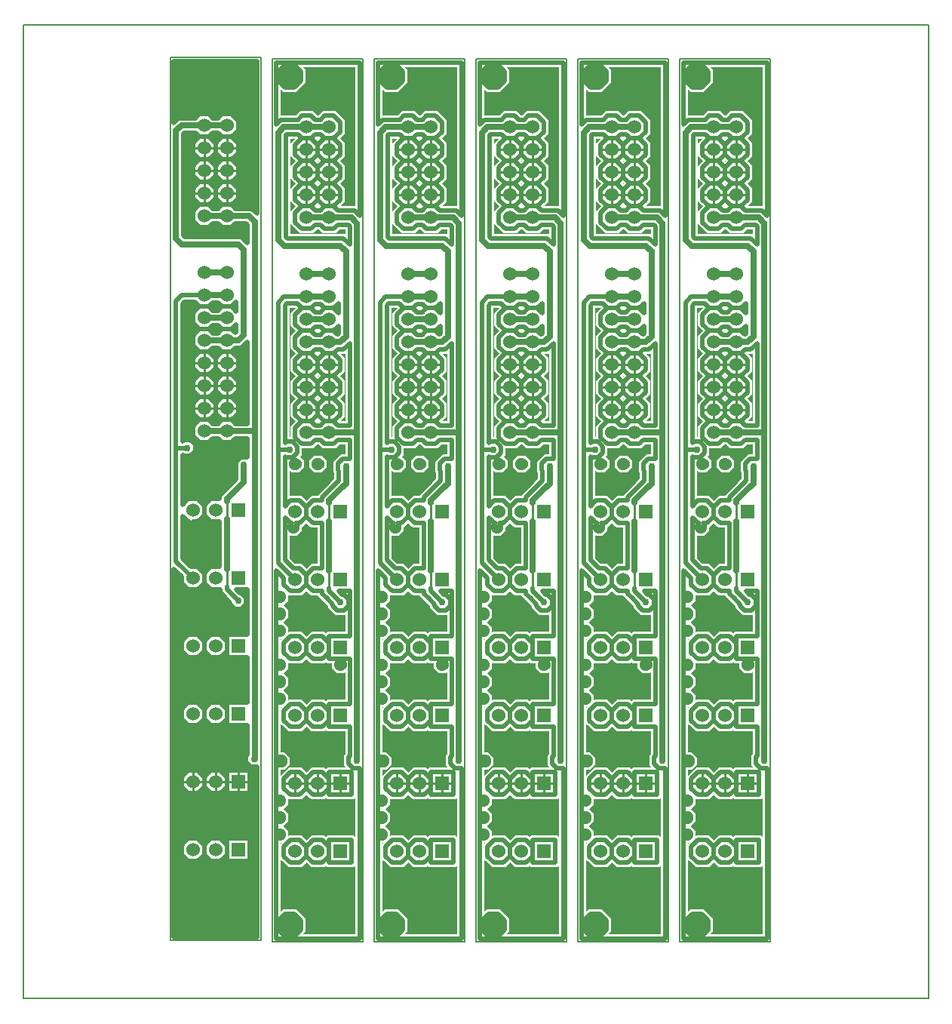
<source format=gbl>
G04 PROTEUS RS274X GERBER FILE*
%FSLAX45Y45*%
%MOMM*%
G01*
%ADD11C,0.635000*%
%ADD12C,0.254000*%
%ADD10C,0.508000*%
%ADD13C,0.203200*%
%ADD14C,0.762000*%
%ADD15C,2.200000*%
%ADD16C,1.524000*%
%ADD17R,1.524000X1.524000*%
G36*
X-2457394Y+5503471D02*
X-2515884Y+5561961D01*
X-2703239Y+5561961D01*
X-2747689Y+5606411D01*
X-2852899Y+5606411D01*
X-2897349Y+5561961D01*
X-2957239Y+5561961D01*
X-3001689Y+5606411D01*
X-3106899Y+5606411D01*
X-3181293Y+5532017D01*
X-3181293Y+5426807D01*
X-3106899Y+5352413D01*
X-3001689Y+5352413D01*
X-2957239Y+5396863D01*
X-2897349Y+5396863D01*
X-2852899Y+5352413D01*
X-2747689Y+5352413D01*
X-2703239Y+5396863D01*
X-2584270Y+5396863D01*
X-2569126Y+5381719D01*
X-2569126Y+5174486D01*
X-2639101Y+5244461D01*
X-3270318Y+5244461D01*
X-3285462Y+5259605D01*
X-3285462Y+6401502D01*
X-3274101Y+6412863D01*
X-3151349Y+6412863D01*
X-3106899Y+6368413D01*
X-3001689Y+6368413D01*
X-2957239Y+6412863D01*
X-2897349Y+6412863D01*
X-2852899Y+6368413D01*
X-2747689Y+6368413D01*
X-2673295Y+6442807D01*
X-2673295Y+6548017D01*
X-2747689Y+6622411D01*
X-2852899Y+6622411D01*
X-2897349Y+6577961D01*
X-2957239Y+6577961D01*
X-3001689Y+6622411D01*
X-3106899Y+6622411D01*
X-3151349Y+6577961D01*
X-3342487Y+6577961D01*
X-3397194Y+6523254D01*
X-3397194Y+7219312D01*
X-2457394Y+7219312D01*
X-2457394Y+5503471D01*
X-2457394Y+5503471D01*
G37*
%LPC*%
G36*
X-3370194Y+7014970D02*
X-3370194Y+7118854D01*
X-3296736Y+7192312D01*
X-3192852Y+7192312D01*
X-3119394Y+7118854D01*
X-3119394Y+7014970D01*
X-3192852Y+6941512D01*
X-3296736Y+6941512D01*
X-3370194Y+7014970D01*
X-3370194Y+7014970D01*
G37*
G36*
X-2927295Y+5786017D02*
X-2927295Y+5680807D01*
X-3001689Y+5606413D01*
X-3106899Y+5606413D01*
X-3181293Y+5680807D01*
X-3181293Y+5786017D01*
X-3106899Y+5860411D01*
X-3001689Y+5860411D01*
X-2927295Y+5786017D01*
X-2927295Y+5786017D01*
G37*
G36*
X-2673295Y+5786017D02*
X-2673295Y+5680807D01*
X-2747689Y+5606413D01*
X-2852899Y+5606413D01*
X-2927293Y+5680807D01*
X-2927293Y+5786017D01*
X-2852899Y+5860411D01*
X-2747689Y+5860411D01*
X-2673295Y+5786017D01*
X-2673295Y+5786017D01*
G37*
G36*
X-2927295Y+6040017D02*
X-2927295Y+5934807D01*
X-3001689Y+5860413D01*
X-3106899Y+5860413D01*
X-3181293Y+5934807D01*
X-3181293Y+6040017D01*
X-3106899Y+6114411D01*
X-3001689Y+6114411D01*
X-2927295Y+6040017D01*
X-2927295Y+6040017D01*
G37*
G36*
X-2673295Y+6040017D02*
X-2673295Y+5934807D01*
X-2747689Y+5860413D01*
X-2852899Y+5860413D01*
X-2927293Y+5934807D01*
X-2927293Y+6040017D01*
X-2852899Y+6114411D01*
X-2747689Y+6114411D01*
X-2673295Y+6040017D01*
X-2673295Y+6040017D01*
G37*
G36*
X-2927295Y+6294017D02*
X-2927295Y+6188807D01*
X-3001689Y+6114413D01*
X-3106899Y+6114413D01*
X-3181293Y+6188807D01*
X-3181293Y+6294017D01*
X-3106899Y+6368411D01*
X-3001689Y+6368411D01*
X-2927295Y+6294017D01*
X-2927295Y+6294017D01*
G37*
G36*
X-2673295Y+6294017D02*
X-2673295Y+6188807D01*
X-2747689Y+6114413D01*
X-2852899Y+6114413D01*
X-2927293Y+6188807D01*
X-2927293Y+6294017D01*
X-2852899Y+6368411D01*
X-2747689Y+6368411D01*
X-2673295Y+6294017D01*
X-2673295Y+6294017D01*
G37*
%LPD*%
G36*
X-2692343Y+4408065D02*
X-2747689Y+4463411D01*
X-2852899Y+4463411D01*
X-2897349Y+4418961D01*
X-2957239Y+4418961D01*
X-3001689Y+4463411D01*
X-3106899Y+4463411D01*
X-3181293Y+4389017D01*
X-3181293Y+4283807D01*
X-3106899Y+4209413D01*
X-3001689Y+4209413D01*
X-2957239Y+4253863D01*
X-2897349Y+4253863D01*
X-2852899Y+4209413D01*
X-2747689Y+4209413D01*
X-2692343Y+4264759D01*
X-2692343Y+4180105D01*
X-2705363Y+4167085D01*
X-2747689Y+4209411D01*
X-2852899Y+4209411D01*
X-2897349Y+4164961D01*
X-2957239Y+4164961D01*
X-3001689Y+4209411D01*
X-3106899Y+4209411D01*
X-3181293Y+4135017D01*
X-3181293Y+4029807D01*
X-3106899Y+3955413D01*
X-3001689Y+3955413D01*
X-2957239Y+3999863D01*
X-2897349Y+3999863D01*
X-2852899Y+3955413D01*
X-2747689Y+3955413D01*
X-2703239Y+3999863D01*
X-2639101Y+3999863D01*
X-2569126Y+4069838D01*
X-2569126Y+3148961D01*
X-2703239Y+3148961D01*
X-2747689Y+3193411D01*
X-2852899Y+3193411D01*
X-2897349Y+3148961D01*
X-2957239Y+3148961D01*
X-3001689Y+3193411D01*
X-3106899Y+3193411D01*
X-3181293Y+3119017D01*
X-3181293Y+3013807D01*
X-3106899Y+2939413D01*
X-3001689Y+2939413D01*
X-2957239Y+2983863D01*
X-2897349Y+2983863D01*
X-2852899Y+2939413D01*
X-2747689Y+2939413D01*
X-2703239Y+2983863D01*
X-2569125Y+2983863D01*
X-2569122Y+2770462D01*
X-2572971Y+2774311D01*
X-2646617Y+2774311D01*
X-2698693Y+2722235D01*
X-2698693Y+2648589D01*
X-2692343Y+2642239D01*
X-2692343Y+2529105D01*
X-2731665Y+2489783D01*
X-2731664Y+2489782D01*
X-2882843Y+2338603D01*
X-2882843Y+2304411D01*
X-2979899Y+2304411D01*
X-3054293Y+2230017D01*
X-3054293Y+2124807D01*
X-2979899Y+2050413D01*
X-2882843Y+2050413D01*
X-2882843Y+1542411D01*
X-2979899Y+1542411D01*
X-3054293Y+1468017D01*
X-3054293Y+1362807D01*
X-2979899Y+1288413D01*
X-2876493Y+1288413D01*
X-2876493Y+1256849D01*
X-2831857Y+1212213D01*
X-2831855Y+1212213D01*
X-2762193Y+1142551D01*
X-2762193Y+1124589D01*
X-2710117Y+1072513D01*
X-2636471Y+1072513D01*
X-2584395Y+1124589D01*
X-2584395Y+1198235D01*
X-2636471Y+1250311D01*
X-2654433Y+1250311D01*
X-2692535Y+1288413D01*
X-2569107Y+1288413D01*
X-2569107Y+780411D01*
X-2800293Y+780411D01*
X-2800293Y+526413D01*
X-2569107Y+526413D01*
X-2569107Y+18411D01*
X-2800293Y+18411D01*
X-2800293Y-235587D01*
X-2569107Y-235587D01*
X-2569107Y-560763D01*
X-2581783Y-573439D01*
X-2581783Y-647085D01*
X-2529707Y-699161D01*
X-2457394Y-699161D01*
X-2457394Y-2610488D01*
X-3397194Y-2610488D01*
X-3397194Y+1523552D01*
X-3308293Y+1434651D01*
X-3308293Y+1362807D01*
X-3233899Y+1288413D01*
X-3128689Y+1288413D01*
X-3054295Y+1362807D01*
X-3054295Y+1468017D01*
X-3128689Y+1542411D01*
X-3200533Y+1542411D01*
X-3295595Y+1637473D01*
X-3295595Y+2112109D01*
X-3233899Y+2050413D01*
X-3219501Y+2050413D01*
X-3243673Y+2026241D01*
X-3243673Y+1989417D01*
X-3217635Y+1963379D01*
X-3180811Y+1963379D01*
X-3154773Y+1989417D01*
X-3154773Y+2026241D01*
X-3178945Y+2050413D01*
X-3128689Y+2050413D01*
X-3054295Y+2124807D01*
X-3054295Y+2230017D01*
X-3128689Y+2304411D01*
X-3233899Y+2304411D01*
X-3295595Y+2242715D01*
X-3295595Y+2799713D01*
X-3294317Y+2799713D01*
X-3281617Y+2787013D01*
X-3207971Y+2787013D01*
X-3155895Y+2839089D01*
X-3155895Y+2912735D01*
X-3207971Y+2964811D01*
X-3281617Y+2964811D01*
X-3294317Y+2952111D01*
X-3295595Y+2952111D01*
X-3295595Y+4495349D01*
X-3276731Y+4514213D01*
X-3157699Y+4514213D01*
X-3106899Y+4463413D01*
X-3001689Y+4463413D01*
X-2957239Y+4507863D01*
X-2897349Y+4507863D01*
X-2852899Y+4463413D01*
X-2747689Y+4463413D01*
X-2692343Y+4518759D01*
X-2692343Y+4408065D01*
X-2692343Y+4408065D01*
G37*
%LPC*%
G36*
X-3370194Y-2510030D02*
X-3370194Y-2406146D01*
X-3296736Y-2332688D01*
X-3192852Y-2332688D01*
X-3119394Y-2406146D01*
X-3119394Y-2510030D01*
X-3192852Y-2583488D01*
X-3296736Y-2583488D01*
X-3370194Y-2510030D01*
X-3370194Y-2510030D01*
G37*
G36*
X-2927295Y+3373017D02*
X-2927295Y+3267807D01*
X-3001689Y+3193413D01*
X-3106899Y+3193413D01*
X-3181293Y+3267807D01*
X-3181293Y+3373017D01*
X-3106899Y+3447411D01*
X-3001689Y+3447411D01*
X-2927295Y+3373017D01*
X-2927295Y+3373017D01*
G37*
G36*
X-2673295Y+3373017D02*
X-2673295Y+3267807D01*
X-2747689Y+3193413D01*
X-2852899Y+3193413D01*
X-2927293Y+3267807D01*
X-2927293Y+3373017D01*
X-2852899Y+3447411D01*
X-2747689Y+3447411D01*
X-2673295Y+3373017D01*
X-2673295Y+3373017D01*
G37*
G36*
X-2927295Y+3627017D02*
X-2927295Y+3521807D01*
X-3001689Y+3447413D01*
X-3106899Y+3447413D01*
X-3181293Y+3521807D01*
X-3181293Y+3627017D01*
X-3106899Y+3701411D01*
X-3001689Y+3701411D01*
X-2927295Y+3627017D01*
X-2927295Y+3627017D01*
G37*
G36*
X-2673295Y+3627017D02*
X-2673295Y+3521807D01*
X-2747689Y+3447413D01*
X-2852899Y+3447413D01*
X-2927293Y+3521807D01*
X-2927293Y+3627017D01*
X-2852899Y+3701411D01*
X-2747689Y+3701411D01*
X-2673295Y+3627017D01*
X-2673295Y+3627017D01*
G37*
G36*
X-2927295Y+3881017D02*
X-2927295Y+3775807D01*
X-3001689Y+3701413D01*
X-3106899Y+3701413D01*
X-3181293Y+3775807D01*
X-3181293Y+3881017D01*
X-3106899Y+3955411D01*
X-3001689Y+3955411D01*
X-2927295Y+3881017D01*
X-2927295Y+3881017D01*
G37*
G36*
X-2673295Y+3881017D02*
X-2673295Y+3775807D01*
X-2747689Y+3701413D01*
X-2852899Y+3701413D01*
X-2927293Y+3775807D01*
X-2927293Y+3881017D01*
X-2852899Y+3955411D01*
X-2747689Y+3955411D01*
X-2673295Y+3881017D01*
X-2673295Y+3881017D01*
G37*
G36*
X-3054293Y+600807D02*
X-3054293Y+706017D01*
X-2979899Y+780411D01*
X-2874689Y+780411D01*
X-2800295Y+706017D01*
X-2800295Y+600807D01*
X-2874689Y+526413D01*
X-2979899Y+526413D01*
X-3054293Y+600807D01*
X-3054293Y+600807D01*
G37*
G36*
X-3308293Y+600807D02*
X-3308293Y+706017D01*
X-3233899Y+780411D01*
X-3128689Y+780411D01*
X-3054295Y+706017D01*
X-3054295Y+600807D01*
X-3128689Y+526413D01*
X-3233899Y+526413D01*
X-3308293Y+600807D01*
X-3308293Y+600807D01*
G37*
G36*
X-3054293Y-161193D02*
X-3054293Y-55983D01*
X-2979899Y+18411D01*
X-2874689Y+18411D01*
X-2800295Y-55983D01*
X-2800295Y-161193D01*
X-2874689Y-235587D01*
X-2979899Y-235587D01*
X-3054293Y-161193D01*
X-3054293Y-161193D01*
G37*
G36*
X-3308293Y-161193D02*
X-3308293Y-55983D01*
X-3233899Y+18411D01*
X-3128689Y+18411D01*
X-3054295Y-55983D01*
X-3054295Y-161193D01*
X-3128689Y-235587D01*
X-3233899Y-235587D01*
X-3308293Y-161193D01*
X-3308293Y-161193D01*
G37*
G36*
X-2800293Y-743589D02*
X-2546295Y-743589D01*
X-2546295Y-997587D01*
X-2800293Y-997587D01*
X-2800293Y-743589D01*
X-2800293Y-743589D01*
G37*
G36*
X-3054293Y-923193D02*
X-3054293Y-817983D01*
X-2979899Y-743589D01*
X-2874689Y-743589D01*
X-2800295Y-817983D01*
X-2800295Y-923193D01*
X-2874689Y-997587D01*
X-2979899Y-997587D01*
X-3054293Y-923193D01*
X-3054293Y-923193D01*
G37*
G36*
X-3308293Y-923193D02*
X-3308293Y-817983D01*
X-3233899Y-743589D01*
X-3128689Y-743589D01*
X-3054295Y-817983D01*
X-3054295Y-923193D01*
X-3128689Y-997587D01*
X-3233899Y-997587D01*
X-3308293Y-923193D01*
X-3308293Y-923193D01*
G37*
G36*
X-2800293Y-1505589D02*
X-2546295Y-1505589D01*
X-2546295Y-1759587D01*
X-2800293Y-1759587D01*
X-2800293Y-1505589D01*
X-2800293Y-1505589D01*
G37*
G36*
X-3054293Y-1685193D02*
X-3054293Y-1579983D01*
X-2979899Y-1505589D01*
X-2874689Y-1505589D01*
X-2800295Y-1579983D01*
X-2800295Y-1685193D01*
X-2874689Y-1759587D01*
X-2979899Y-1759587D01*
X-3054293Y-1685193D01*
X-3054293Y-1685193D01*
G37*
G36*
X-3308293Y-1685193D02*
X-3308293Y-1579983D01*
X-3233899Y-1505589D01*
X-3128689Y-1505589D01*
X-3054295Y-1579983D01*
X-3054295Y-1685193D01*
X-3128689Y-1759587D01*
X-3233899Y-1759587D01*
X-3308293Y-1685193D01*
X-3308293Y-1685193D01*
G37*
G36*
X-3225744Y+2697480D02*
X-3225744Y+2734304D01*
X-3199706Y+2760342D01*
X-3162882Y+2760342D01*
X-3136844Y+2734304D01*
X-3136844Y+2697480D01*
X-3162882Y+2671442D01*
X-3199706Y+2671442D01*
X-3225744Y+2697480D01*
X-3225744Y+2697480D01*
G37*
G36*
X-3333062Y-1486538D02*
X-3369886Y-1486538D01*
X-3395924Y-1460500D01*
X-3395924Y-1423676D01*
X-3369886Y-1397638D01*
X-3333062Y-1397638D01*
X-3307024Y-1423676D01*
X-3307024Y-1460500D01*
X-3333062Y-1486538D01*
X-3333062Y-1486538D01*
G37*
G36*
X-3333062Y-1296038D02*
X-3369886Y-1296038D01*
X-3395924Y-1270000D01*
X-3395924Y-1233176D01*
X-3369886Y-1207138D01*
X-3333062Y-1207138D01*
X-3307024Y-1233176D01*
X-3307024Y-1270000D01*
X-3333062Y-1296038D01*
X-3333062Y-1296038D01*
G37*
G36*
X-3333062Y-1105538D02*
X-3369886Y-1105538D01*
X-3395924Y-1079500D01*
X-3395924Y-1042676D01*
X-3369886Y-1016638D01*
X-3333062Y-1016638D01*
X-3307024Y-1042676D01*
X-3307024Y-1079500D01*
X-3333062Y-1105538D01*
X-3333062Y-1105538D01*
G37*
G36*
X-3333062Y+418462D02*
X-3369886Y+418462D01*
X-3395924Y+444500D01*
X-3395924Y+481324D01*
X-3369886Y+507362D01*
X-3333062Y+507362D01*
X-3307024Y+481324D01*
X-3307024Y+444500D01*
X-3333062Y+418462D01*
X-3333062Y+418462D01*
G37*
G36*
X-3333062Y+227962D02*
X-3369886Y+227962D01*
X-3395924Y+254000D01*
X-3395924Y+290824D01*
X-3369886Y+316862D01*
X-3333062Y+316862D01*
X-3307024Y+290824D01*
X-3307024Y+254000D01*
X-3333062Y+227962D01*
X-3333062Y+227962D01*
G37*
G36*
X-3333062Y+37462D02*
X-3369886Y+37462D01*
X-3395924Y+63500D01*
X-3395924Y+100324D01*
X-3369886Y+126362D01*
X-3333062Y+126362D01*
X-3307024Y+100324D01*
X-3307024Y+63500D01*
X-3333062Y+37462D01*
X-3333062Y+37462D01*
G37*
G36*
X-3333062Y+799462D02*
X-3369886Y+799462D01*
X-3395924Y+825500D01*
X-3395924Y+862324D01*
X-3369886Y+888362D01*
X-3333062Y+888362D01*
X-3307024Y+862324D01*
X-3307024Y+825500D01*
X-3333062Y+799462D01*
X-3333062Y+799462D01*
G37*
G36*
X-3333062Y+989962D02*
X-3369886Y+989962D01*
X-3395924Y+1016000D01*
X-3395924Y+1052824D01*
X-3369886Y+1078862D01*
X-3333062Y+1078862D01*
X-3307024Y+1052824D01*
X-3307024Y+1016000D01*
X-3333062Y+989962D01*
X-3333062Y+989962D01*
G37*
G36*
X-3333062Y+1180462D02*
X-3369886Y+1180462D01*
X-3395924Y+1206500D01*
X-3395924Y+1243324D01*
X-3369886Y+1269362D01*
X-3333062Y+1269362D01*
X-3307024Y+1243324D01*
X-3307024Y+1206500D01*
X-3333062Y+1180462D01*
X-3333062Y+1180462D01*
G37*
G36*
X-3383224Y-635000D02*
X-3383224Y-598176D01*
X-3357186Y-572138D01*
X-3320362Y-572138D01*
X-3294324Y-598176D01*
X-3294324Y-635000D01*
X-3320362Y-661038D01*
X-3357186Y-661038D01*
X-3383224Y-635000D01*
X-3383224Y-635000D01*
G37*
G36*
X-2971744Y+2697480D02*
X-2971744Y+2734304D01*
X-2945706Y+2760342D01*
X-2908882Y+2760342D01*
X-2882844Y+2734304D01*
X-2882844Y+2697480D01*
X-2908882Y+2671442D01*
X-2945706Y+2671442D01*
X-2971744Y+2697480D01*
X-2971744Y+2697480D01*
G37*
G36*
X-2717744Y+444500D02*
X-2717744Y+481324D01*
X-2691706Y+507362D01*
X-2654882Y+507362D01*
X-2628844Y+481324D01*
X-2628844Y+444500D01*
X-2654882Y+418462D01*
X-2691706Y+418462D01*
X-2717744Y+444500D01*
X-2717744Y+444500D01*
G37*
%LPD*%
G36*
X-1358899Y+5594348D02*
X-1520208Y+5594348D01*
X-1473202Y+5641354D01*
X-1473202Y+5788647D01*
X-1526556Y+5842000D01*
X-1473202Y+5895354D01*
X-1473202Y+6042647D01*
X-1526556Y+6096000D01*
X-1473202Y+6149354D01*
X-1473202Y+6296647D01*
X-1526556Y+6350000D01*
X-1473202Y+6403354D01*
X-1473202Y+6550646D01*
X-1577354Y+6654798D01*
X-1724646Y+6654798D01*
X-1769096Y+6610348D01*
X-1786904Y+6610348D01*
X-1831354Y+6654798D01*
X-1978646Y+6654798D01*
X-2023096Y+6610348D01*
X-2197101Y+6610348D01*
X-2197101Y+6900919D01*
X-2168483Y+6872301D01*
X-2022517Y+6872301D01*
X-1919301Y+6975517D01*
X-1919301Y+7121483D01*
X-1947919Y+7150101D01*
X-1358899Y+7150101D01*
X-1358899Y+5594348D01*
G37*
G36*
X-1775444Y+6096000D02*
X-1778000Y+6093444D01*
X-1780556Y+6096000D01*
X-1778000Y+6098556D01*
X-1775444Y+6096000D01*
G37*
G36*
X-1775444Y+5842000D02*
X-1778000Y+5839444D01*
X-1780556Y+5842000D01*
X-1778000Y+5844556D01*
X-1775444Y+5842000D01*
G37*
G36*
X-2067919Y+6311525D02*
X-2082798Y+6296646D01*
X-2082798Y+6149354D01*
X-2029444Y+6096000D01*
X-2082798Y+6042646D01*
X-2082798Y+5895354D01*
X-2029444Y+5842000D01*
X-2082798Y+5788646D01*
X-2082798Y+5641354D01*
X-2029444Y+5588000D01*
X-2082798Y+5534646D01*
X-2082798Y+5387354D01*
X-1978646Y+5283202D01*
X-1831354Y+5283202D01*
X-1786904Y+5327652D01*
X-1769096Y+5327652D01*
X-1724646Y+5283202D01*
X-1577354Y+5283202D01*
X-1532904Y+5327652D01*
X-1470631Y+5327652D01*
X-1470631Y+5276848D01*
X-2085369Y+5276848D01*
X-2085369Y+6343652D01*
X-2035792Y+6343652D01*
X-2067919Y+6311525D01*
G37*
G36*
X-1775444Y+3683000D02*
X-1778000Y+3680444D01*
X-1780556Y+3683000D01*
X-1778000Y+3685556D01*
X-1775444Y+3683000D01*
G37*
G36*
X-1775444Y+3429000D02*
X-1778000Y+3426444D01*
X-1780556Y+3429000D01*
X-1778000Y+3431556D01*
X-1775444Y+3429000D01*
G37*
G36*
X-1470631Y+3181348D02*
X-1520208Y+3181348D01*
X-1473202Y+3228354D01*
X-1473202Y+3375647D01*
X-1526556Y+3429000D01*
X-1473202Y+3482354D01*
X-1473202Y+3629647D01*
X-1526556Y+3683000D01*
X-1473202Y+3736354D01*
X-1473202Y+3883647D01*
X-1520208Y+3930652D01*
X-1470631Y+3930652D01*
X-1470631Y+3181348D01*
G37*
G36*
X-2029444Y+4445000D02*
X-2082798Y+4391646D01*
X-2082798Y+4244354D01*
X-2029444Y+4191000D01*
X-2082798Y+4137646D01*
X-2082798Y+3990354D01*
X-2029444Y+3937000D01*
X-2082798Y+3883646D01*
X-2082798Y+3736354D01*
X-2029444Y+3683000D01*
X-2082798Y+3629646D01*
X-2082798Y+3482354D01*
X-2029444Y+3429000D01*
X-2082798Y+3375646D01*
X-2082798Y+3228354D01*
X-2029444Y+3175000D01*
X-2082798Y+3121646D01*
X-2082798Y+2997198D01*
X-2095502Y+2997198D01*
X-2095502Y+4445002D01*
X-2029446Y+4445002D01*
X-2029444Y+4445000D01*
G37*
G36*
X-1470628Y+2806698D02*
X-1518364Y+2806698D01*
X-1600198Y+2724864D01*
X-1600198Y+2609134D01*
X-1593848Y+2602784D01*
X-1593848Y+2531734D01*
X-1636884Y+2488698D01*
X-1636884Y+2488696D01*
X-1784348Y+2341232D01*
X-1784348Y+2336798D01*
X-1851646Y+2336798D01*
X-1905000Y+2283444D01*
X-1958354Y+2336798D01*
X-2095502Y+2336798D01*
X-2095502Y+2626280D01*
X-2071453Y+2602231D01*
X-1992547Y+2602231D01*
X-1936751Y+2658027D01*
X-1936751Y+2736933D01*
X-1977628Y+2777810D01*
X-1955802Y+2799636D01*
X-1955802Y+2870202D01*
X-1831354Y+2870202D01*
X-1786904Y+2914652D01*
X-1769096Y+2914652D01*
X-1724646Y+2870202D01*
X-1577354Y+2870202D01*
X-1532904Y+2914652D01*
X-1470629Y+2914652D01*
X-1470628Y+2806698D01*
G37*
%LPC*%
G36*
X-1723668Y+2777850D02*
X-1682751Y+2736933D01*
X-1682751Y+2658027D01*
X-1738547Y+2602231D01*
X-1817453Y+2602231D01*
X-1873249Y+2658027D01*
X-1873249Y+2736933D01*
X-1817453Y+2792729D01*
X-1738547Y+2792729D01*
X-1723668Y+2777850D01*
G37*
%LPD*%
G36*
X-1866525Y+1996081D02*
X-1851646Y+1981202D01*
X-1784348Y+1981202D01*
X-1784348Y+1574798D01*
X-1851646Y+1574798D01*
X-1905000Y+1521444D01*
X-1958354Y+1574798D01*
X-2030198Y+1574798D01*
X-2095502Y+1640102D01*
X-2095502Y+1900288D01*
X-2089382Y+1894168D01*
X-2010476Y+1894168D01*
X-1954680Y+1949964D01*
X-1954680Y+1984876D01*
X-1905000Y+2034556D01*
X-1866525Y+1996081D01*
G37*
G36*
X-2194919Y+1308475D02*
X-2188193Y+1301749D01*
X-2197101Y+1301749D01*
X-2197101Y+1310657D01*
X-2194919Y+1308475D01*
G37*
G36*
X-1866525Y+1234081D02*
X-1851646Y+1219202D01*
X-1777998Y+1219202D01*
X-1777998Y+1217396D01*
X-1703604Y+1143002D01*
X-1703602Y+1143002D01*
X-1663698Y+1103098D01*
X-1663698Y+1085136D01*
X-1581864Y+1003302D01*
X-1470612Y+1003302D01*
X-1470612Y+812798D01*
X-1672040Y+812798D01*
X-1688197Y+796641D01*
X-1704354Y+812798D01*
X-1851646Y+812798D01*
X-1905000Y+759444D01*
X-1958354Y+812798D01*
X-2105646Y+812798D01*
X-2106931Y+811513D01*
X-2106931Y+864953D01*
X-2162727Y+920749D01*
X-2197101Y+920749D01*
X-2197101Y+920751D01*
X-2162726Y+920751D01*
X-2106931Y+976547D01*
X-2106931Y+1055453D01*
X-2162727Y+1111249D01*
X-2197101Y+1111249D01*
X-2197101Y+1111251D01*
X-2162726Y+1111251D01*
X-2106931Y+1167047D01*
X-2106931Y+1220487D01*
X-2105646Y+1219202D01*
X-1958354Y+1219202D01*
X-1905000Y+1272556D01*
X-1866525Y+1234081D01*
G37*
G36*
X-2194919Y+723525D02*
X-2197101Y+721343D01*
X-2197101Y+730251D01*
X-2188193Y+730251D01*
X-2194919Y+723525D01*
G37*
G36*
X-2188194Y+539749D02*
X-2197101Y+539749D01*
X-2197101Y+548656D01*
X-2188194Y+539749D01*
G37*
G36*
X-1866525Y+472081D02*
X-1851646Y+457202D01*
X-1704354Y+457202D01*
X-1688197Y+473359D01*
X-1672040Y+457202D01*
X-1619249Y+457202D01*
X-1619249Y+405046D01*
X-1563453Y+349251D01*
X-1484547Y+349251D01*
X-1470612Y+363186D01*
X-1470612Y+50798D01*
X-1672040Y+50798D01*
X-1688197Y+34641D01*
X-1704354Y+50798D01*
X-1851646Y+50798D01*
X-1905000Y-2556D01*
X-1958354Y+50798D01*
X-2105646Y+50798D01*
X-2106931Y+49513D01*
X-2106931Y+102953D01*
X-2162727Y+158749D01*
X-2197101Y+158749D01*
X-2197101Y+158751D01*
X-2162726Y+158751D01*
X-2106931Y+214547D01*
X-2106931Y+293453D01*
X-2162727Y+349249D01*
X-2197101Y+349249D01*
X-2197101Y+349251D01*
X-2162726Y+349251D01*
X-2106931Y+405047D01*
X-2106931Y+458487D01*
X-2105646Y+457202D01*
X-1958354Y+457202D01*
X-1905000Y+510556D01*
X-1866525Y+472081D01*
G37*
G36*
X-2194919Y-38475D02*
X-2197101Y-40657D01*
X-2197101Y-31749D01*
X-2188193Y-31749D01*
X-2194919Y-38475D01*
G37*
G36*
X-2180041Y-230404D02*
X-2180040Y-230404D01*
X-2105646Y-304798D01*
X-1958354Y-304798D01*
X-1905000Y-251444D01*
X-1851646Y-304798D01*
X-1704354Y-304798D01*
X-1688197Y-288641D01*
X-1672040Y-304798D01*
X-1470612Y-304798D01*
X-1470612Y-558132D01*
X-1483288Y-570808D01*
X-1483288Y-686538D01*
X-1458624Y-711202D01*
X-1672041Y-711202D01*
X-1688198Y-727358D01*
X-1704354Y-711202D01*
X-1851646Y-711202D01*
X-1905000Y-764556D01*
X-1958354Y-711202D01*
X-2105646Y-711202D01*
X-2197101Y-802657D01*
X-2197101Y-730249D01*
X-2150027Y-730249D01*
X-2094231Y-674453D01*
X-2094231Y-595547D01*
X-2150027Y-539751D01*
X-2197101Y-539751D01*
X-2197101Y-213344D01*
X-2180041Y-230404D01*
G37*
G36*
X-2188194Y-984251D02*
X-2197101Y-984251D01*
X-2197101Y-975344D01*
X-2188194Y-984251D01*
G37*
G36*
X-1866525Y-1051919D02*
X-1851646Y-1066798D01*
X-1704354Y-1066798D01*
X-1688197Y-1050641D01*
X-1672040Y-1066798D01*
X-1375960Y-1066798D01*
X-1358899Y-1049737D01*
X-1358899Y-1490263D01*
X-1375960Y-1473202D01*
X-1672041Y-1473202D01*
X-1688198Y-1489358D01*
X-1704354Y-1473202D01*
X-1851646Y-1473202D01*
X-1905000Y-1526556D01*
X-1958354Y-1473202D01*
X-2105646Y-1473202D01*
X-2106931Y-1474487D01*
X-2106931Y-1421047D01*
X-2162727Y-1365251D01*
X-2197101Y-1365251D01*
X-2197101Y-1365249D01*
X-2162726Y-1365249D01*
X-2106931Y-1309453D01*
X-2106931Y-1230547D01*
X-2162727Y-1174751D01*
X-2197101Y-1174751D01*
X-2197101Y-1174749D01*
X-2162726Y-1174749D01*
X-2106931Y-1118953D01*
X-2106931Y-1065513D01*
X-2105646Y-1066798D01*
X-1958354Y-1066798D01*
X-1905000Y-1013444D01*
X-1866525Y-1051919D01*
G37*
G36*
X-2194919Y-1562475D02*
X-2197101Y-1564657D01*
X-2197101Y-1555749D01*
X-2188193Y-1555749D01*
X-2194919Y-1562475D01*
G37*
G36*
X-2180041Y-1754404D02*
X-2180040Y-1754404D01*
X-2105646Y-1828798D01*
X-1958354Y-1828798D01*
X-1905000Y-1775444D01*
X-1851646Y-1828798D01*
X-1704354Y-1828798D01*
X-1688197Y-1812641D01*
X-1672040Y-1828798D01*
X-1375960Y-1828798D01*
X-1358899Y-1811737D01*
X-1358899Y-2578101D01*
X-1947919Y-2578101D01*
X-1919301Y-2549483D01*
X-1919301Y-2403517D01*
X-2022517Y-2300301D01*
X-2168483Y-2300301D01*
X-2197101Y-2328919D01*
X-2197101Y-1737344D01*
X-2180041Y-1754404D01*
G37*
G36*
X-215899Y+5594348D02*
X-377208Y+5594348D01*
X-330202Y+5641354D01*
X-330202Y+5788647D01*
X-383556Y+5842000D01*
X-330202Y+5895354D01*
X-330202Y+6042647D01*
X-383556Y+6096000D01*
X-330202Y+6149354D01*
X-330202Y+6296647D01*
X-383556Y+6350000D01*
X-330202Y+6403354D01*
X-330202Y+6550646D01*
X-434354Y+6654798D01*
X-581646Y+6654798D01*
X-626096Y+6610348D01*
X-643904Y+6610348D01*
X-688354Y+6654798D01*
X-835646Y+6654798D01*
X-880096Y+6610348D01*
X-1054101Y+6610348D01*
X-1054101Y+6900919D01*
X-1025483Y+6872301D01*
X-879517Y+6872301D01*
X-776301Y+6975517D01*
X-776301Y+7121483D01*
X-804919Y+7150101D01*
X-215899Y+7150101D01*
X-215899Y+5594348D01*
G37*
G36*
X-632444Y+6096000D02*
X-635000Y+6093444D01*
X-637556Y+6096000D01*
X-635000Y+6098556D01*
X-632444Y+6096000D01*
G37*
G36*
X-632444Y+5842000D02*
X-635000Y+5839444D01*
X-637556Y+5842000D01*
X-635000Y+5844556D01*
X-632444Y+5842000D01*
G37*
G36*
X-924919Y+6311525D02*
X-939798Y+6296646D01*
X-939798Y+6149354D01*
X-886444Y+6096000D01*
X-939798Y+6042646D01*
X-939798Y+5895354D01*
X-886444Y+5842000D01*
X-939798Y+5788646D01*
X-939798Y+5641354D01*
X-886444Y+5588000D01*
X-939798Y+5534646D01*
X-939798Y+5387354D01*
X-835646Y+5283202D01*
X-688354Y+5283202D01*
X-643904Y+5327652D01*
X-626096Y+5327652D01*
X-581646Y+5283202D01*
X-434354Y+5283202D01*
X-389904Y+5327652D01*
X-327631Y+5327652D01*
X-327631Y+5276848D01*
X-942369Y+5276848D01*
X-942369Y+6343652D01*
X-892792Y+6343652D01*
X-924919Y+6311525D01*
G37*
G36*
X-632444Y+3683000D02*
X-635000Y+3680444D01*
X-637556Y+3683000D01*
X-635000Y+3685556D01*
X-632444Y+3683000D01*
G37*
G36*
X-632444Y+3429000D02*
X-635000Y+3426444D01*
X-637556Y+3429000D01*
X-635000Y+3431556D01*
X-632444Y+3429000D01*
G37*
G36*
X-327631Y+3181348D02*
X-377208Y+3181348D01*
X-330202Y+3228354D01*
X-330202Y+3375647D01*
X-383556Y+3429000D01*
X-330202Y+3482354D01*
X-330202Y+3629647D01*
X-383556Y+3683000D01*
X-330202Y+3736354D01*
X-330202Y+3883647D01*
X-377208Y+3930652D01*
X-327631Y+3930652D01*
X-327631Y+3181348D01*
G37*
G36*
X-886444Y+4445000D02*
X-939798Y+4391646D01*
X-939798Y+4244354D01*
X-886444Y+4191000D01*
X-939798Y+4137646D01*
X-939798Y+3990354D01*
X-886444Y+3937000D01*
X-939798Y+3883646D01*
X-939798Y+3736354D01*
X-886444Y+3683000D01*
X-939798Y+3629646D01*
X-939798Y+3482354D01*
X-886444Y+3429000D01*
X-939798Y+3375646D01*
X-939798Y+3228354D01*
X-886444Y+3175000D01*
X-939798Y+3121646D01*
X-939798Y+2997198D01*
X-952502Y+2997198D01*
X-952502Y+4445002D01*
X-886446Y+4445002D01*
X-886444Y+4445000D01*
G37*
G36*
X-327628Y+2806698D02*
X-375364Y+2806698D01*
X-457198Y+2724864D01*
X-457198Y+2609134D01*
X-450848Y+2602784D01*
X-450848Y+2531734D01*
X-493884Y+2488698D01*
X-493884Y+2488696D01*
X-641348Y+2341232D01*
X-641348Y+2336798D01*
X-708646Y+2336798D01*
X-762000Y+2283444D01*
X-815354Y+2336798D01*
X-952502Y+2336798D01*
X-952502Y+2626280D01*
X-928453Y+2602231D01*
X-849547Y+2602231D01*
X-793751Y+2658027D01*
X-793751Y+2736933D01*
X-834628Y+2777810D01*
X-812802Y+2799636D01*
X-812802Y+2870202D01*
X-688354Y+2870202D01*
X-643904Y+2914652D01*
X-626096Y+2914652D01*
X-581646Y+2870202D01*
X-434354Y+2870202D01*
X-389904Y+2914652D01*
X-327629Y+2914652D01*
X-327628Y+2806698D01*
G37*
%LPC*%
G36*
X-580668Y+2777850D02*
X-539751Y+2736933D01*
X-539751Y+2658027D01*
X-595547Y+2602231D01*
X-674453Y+2602231D01*
X-730249Y+2658027D01*
X-730249Y+2736933D01*
X-674453Y+2792729D01*
X-595547Y+2792729D01*
X-580668Y+2777850D01*
G37*
%LPD*%
G36*
X-723525Y+1996081D02*
X-708646Y+1981202D01*
X-641348Y+1981202D01*
X-641348Y+1574798D01*
X-708646Y+1574798D01*
X-762000Y+1521444D01*
X-815354Y+1574798D01*
X-887198Y+1574798D01*
X-952502Y+1640102D01*
X-952502Y+1900288D01*
X-946382Y+1894168D01*
X-867476Y+1894168D01*
X-811680Y+1949964D01*
X-811680Y+1984876D01*
X-762000Y+2034556D01*
X-723525Y+1996081D01*
G37*
G36*
X-1051919Y+1308475D02*
X-1045193Y+1301749D01*
X-1054101Y+1301749D01*
X-1054101Y+1310657D01*
X-1051919Y+1308475D01*
G37*
G36*
X-723525Y+1234081D02*
X-708646Y+1219202D01*
X-634998Y+1219202D01*
X-634998Y+1217396D01*
X-560604Y+1143002D01*
X-560602Y+1143002D01*
X-520698Y+1103098D01*
X-520698Y+1085136D01*
X-438864Y+1003302D01*
X-327612Y+1003302D01*
X-327612Y+812798D01*
X-529040Y+812798D01*
X-545197Y+796641D01*
X-561354Y+812798D01*
X-708646Y+812798D01*
X-762000Y+759444D01*
X-815354Y+812798D01*
X-962646Y+812798D01*
X-963931Y+811513D01*
X-963931Y+864953D01*
X-1019727Y+920749D01*
X-1054101Y+920749D01*
X-1054101Y+920751D01*
X-1019726Y+920751D01*
X-963931Y+976547D01*
X-963931Y+1055453D01*
X-1019727Y+1111249D01*
X-1054101Y+1111249D01*
X-1054101Y+1111251D01*
X-1019726Y+1111251D01*
X-963931Y+1167047D01*
X-963931Y+1220487D01*
X-962646Y+1219202D01*
X-815354Y+1219202D01*
X-762000Y+1272556D01*
X-723525Y+1234081D01*
G37*
G36*
X-1051919Y+723525D02*
X-1054101Y+721343D01*
X-1054101Y+730251D01*
X-1045193Y+730251D01*
X-1051919Y+723525D01*
G37*
G36*
X-1045194Y+539749D02*
X-1054101Y+539749D01*
X-1054101Y+548656D01*
X-1045194Y+539749D01*
G37*
G36*
X-723525Y+472081D02*
X-708646Y+457202D01*
X-561354Y+457202D01*
X-545197Y+473359D01*
X-529040Y+457202D01*
X-476249Y+457202D01*
X-476249Y+405046D01*
X-420453Y+349251D01*
X-341547Y+349251D01*
X-327612Y+363186D01*
X-327612Y+50798D01*
X-529040Y+50798D01*
X-545197Y+34641D01*
X-561354Y+50798D01*
X-708646Y+50798D01*
X-762000Y-2556D01*
X-815354Y+50798D01*
X-962646Y+50798D01*
X-963931Y+49513D01*
X-963931Y+102953D01*
X-1019727Y+158749D01*
X-1054101Y+158749D01*
X-1054101Y+158751D01*
X-1019726Y+158751D01*
X-963931Y+214547D01*
X-963931Y+293453D01*
X-1019727Y+349249D01*
X-1054101Y+349249D01*
X-1054101Y+349251D01*
X-1019726Y+349251D01*
X-963931Y+405047D01*
X-963931Y+458487D01*
X-962646Y+457202D01*
X-815354Y+457202D01*
X-762000Y+510556D01*
X-723525Y+472081D01*
G37*
G36*
X-1051919Y-38475D02*
X-1054101Y-40657D01*
X-1054101Y-31749D01*
X-1045193Y-31749D01*
X-1051919Y-38475D01*
G37*
G36*
X-1037041Y-230404D02*
X-1037040Y-230404D01*
X-962646Y-304798D01*
X-815354Y-304798D01*
X-762000Y-251444D01*
X-708646Y-304798D01*
X-561354Y-304798D01*
X-545197Y-288641D01*
X-529040Y-304798D01*
X-327612Y-304798D01*
X-327612Y-558132D01*
X-340288Y-570808D01*
X-340288Y-686538D01*
X-315624Y-711202D01*
X-529041Y-711202D01*
X-545198Y-727358D01*
X-561354Y-711202D01*
X-708646Y-711202D01*
X-762000Y-764556D01*
X-815354Y-711202D01*
X-962646Y-711202D01*
X-1054101Y-802657D01*
X-1054101Y-730249D01*
X-1007027Y-730249D01*
X-951231Y-674453D01*
X-951231Y-595547D01*
X-1007027Y-539751D01*
X-1054101Y-539751D01*
X-1054101Y-213344D01*
X-1037041Y-230404D01*
G37*
G36*
X-1045194Y-984251D02*
X-1054101Y-984251D01*
X-1054101Y-975344D01*
X-1045194Y-984251D01*
G37*
G36*
X-723525Y-1051919D02*
X-708646Y-1066798D01*
X-561354Y-1066798D01*
X-545197Y-1050641D01*
X-529040Y-1066798D01*
X-232960Y-1066798D01*
X-215899Y-1049737D01*
X-215899Y-1490263D01*
X-232960Y-1473202D01*
X-529041Y-1473202D01*
X-545198Y-1489358D01*
X-561354Y-1473202D01*
X-708646Y-1473202D01*
X-762000Y-1526556D01*
X-815354Y-1473202D01*
X-962646Y-1473202D01*
X-963931Y-1474487D01*
X-963931Y-1421047D01*
X-1019727Y-1365251D01*
X-1054101Y-1365251D01*
X-1054101Y-1365249D01*
X-1019726Y-1365249D01*
X-963931Y-1309453D01*
X-963931Y-1230547D01*
X-1019727Y-1174751D01*
X-1054101Y-1174751D01*
X-1054101Y-1174749D01*
X-1019726Y-1174749D01*
X-963931Y-1118953D01*
X-963931Y-1065513D01*
X-962646Y-1066798D01*
X-815354Y-1066798D01*
X-762000Y-1013444D01*
X-723525Y-1051919D01*
G37*
G36*
X-1051919Y-1562475D02*
X-1054101Y-1564657D01*
X-1054101Y-1555749D01*
X-1045193Y-1555749D01*
X-1051919Y-1562475D01*
G37*
G36*
X-1037041Y-1754404D02*
X-1037040Y-1754404D01*
X-962646Y-1828798D01*
X-815354Y-1828798D01*
X-762000Y-1775444D01*
X-708646Y-1828798D01*
X-561354Y-1828798D01*
X-545197Y-1812641D01*
X-529040Y-1828798D01*
X-232960Y-1828798D01*
X-215899Y-1811737D01*
X-215899Y-2578101D01*
X-804919Y-2578101D01*
X-776301Y-2549483D01*
X-776301Y-2403517D01*
X-879517Y-2300301D01*
X-1025483Y-2300301D01*
X-1054101Y-2328919D01*
X-1054101Y-1737344D01*
X-1037041Y-1754404D01*
G37*
G36*
X+927101Y+5594348D02*
X+765792Y+5594348D01*
X+812798Y+5641354D01*
X+812798Y+5788647D01*
X+759444Y+5842000D01*
X+812798Y+5895354D01*
X+812798Y+6042647D01*
X+759444Y+6096000D01*
X+812798Y+6149354D01*
X+812798Y+6296647D01*
X+759444Y+6350000D01*
X+812798Y+6403354D01*
X+812798Y+6550646D01*
X+708646Y+6654798D01*
X+561354Y+6654798D01*
X+516904Y+6610348D01*
X+499096Y+6610348D01*
X+454646Y+6654798D01*
X+307354Y+6654798D01*
X+262904Y+6610348D01*
X+88899Y+6610348D01*
X+88899Y+6900919D01*
X+117517Y+6872301D01*
X+263483Y+6872301D01*
X+366699Y+6975517D01*
X+366699Y+7121483D01*
X+338081Y+7150101D01*
X+927101Y+7150101D01*
X+927101Y+5594348D01*
G37*
G36*
X+510556Y+6096000D02*
X+508000Y+6093444D01*
X+505444Y+6096000D01*
X+508000Y+6098556D01*
X+510556Y+6096000D01*
G37*
G36*
X+510556Y+5842000D02*
X+508000Y+5839444D01*
X+505444Y+5842000D01*
X+508000Y+5844556D01*
X+510556Y+5842000D01*
G37*
G36*
X+218081Y+6311525D02*
X+203202Y+6296646D01*
X+203202Y+6149354D01*
X+256556Y+6096000D01*
X+203202Y+6042646D01*
X+203202Y+5895354D01*
X+256556Y+5842000D01*
X+203202Y+5788646D01*
X+203202Y+5641354D01*
X+256556Y+5588000D01*
X+203202Y+5534646D01*
X+203202Y+5387354D01*
X+307354Y+5283202D01*
X+454646Y+5283202D01*
X+499096Y+5327652D01*
X+516904Y+5327652D01*
X+561354Y+5283202D01*
X+708646Y+5283202D01*
X+753096Y+5327652D01*
X+815369Y+5327652D01*
X+815369Y+5276848D01*
X+200631Y+5276848D01*
X+200631Y+6343652D01*
X+250208Y+6343652D01*
X+218081Y+6311525D01*
G37*
G36*
X+510556Y+3683000D02*
X+508000Y+3680444D01*
X+505444Y+3683000D01*
X+508000Y+3685556D01*
X+510556Y+3683000D01*
G37*
G36*
X+510556Y+3429000D02*
X+508000Y+3426444D01*
X+505444Y+3429000D01*
X+508000Y+3431556D01*
X+510556Y+3429000D01*
G37*
G36*
X+815369Y+3181348D02*
X+765792Y+3181348D01*
X+812798Y+3228354D01*
X+812798Y+3375647D01*
X+759444Y+3429000D01*
X+812798Y+3482354D01*
X+812798Y+3629647D01*
X+759444Y+3683000D01*
X+812798Y+3736354D01*
X+812798Y+3883647D01*
X+765792Y+3930652D01*
X+815369Y+3930652D01*
X+815369Y+3181348D01*
G37*
G36*
X+256556Y+4445000D02*
X+203202Y+4391646D01*
X+203202Y+4244354D01*
X+256556Y+4191000D01*
X+203202Y+4137646D01*
X+203202Y+3990354D01*
X+256556Y+3937000D01*
X+203202Y+3883646D01*
X+203202Y+3736354D01*
X+256556Y+3683000D01*
X+203202Y+3629646D01*
X+203202Y+3482354D01*
X+256556Y+3429000D01*
X+203202Y+3375646D01*
X+203202Y+3228354D01*
X+256556Y+3175000D01*
X+203202Y+3121646D01*
X+203202Y+2997198D01*
X+190498Y+2997198D01*
X+190498Y+4445002D01*
X+256554Y+4445002D01*
X+256556Y+4445000D01*
G37*
G36*
X+815372Y+2806698D02*
X+767636Y+2806698D01*
X+685802Y+2724864D01*
X+685802Y+2609134D01*
X+692152Y+2602784D01*
X+692152Y+2531734D01*
X+649116Y+2488698D01*
X+649116Y+2488696D01*
X+501652Y+2341232D01*
X+501652Y+2336798D01*
X+434354Y+2336798D01*
X+381000Y+2283444D01*
X+327646Y+2336798D01*
X+190498Y+2336798D01*
X+190498Y+2626280D01*
X+214547Y+2602231D01*
X+293453Y+2602231D01*
X+349249Y+2658027D01*
X+349249Y+2736933D01*
X+308372Y+2777810D01*
X+330198Y+2799636D01*
X+330198Y+2870202D01*
X+454646Y+2870202D01*
X+499096Y+2914652D01*
X+516904Y+2914652D01*
X+561354Y+2870202D01*
X+708646Y+2870202D01*
X+753096Y+2914652D01*
X+815371Y+2914652D01*
X+815372Y+2806698D01*
G37*
%LPC*%
G36*
X+562332Y+2777850D02*
X+603249Y+2736933D01*
X+603249Y+2658027D01*
X+547453Y+2602231D01*
X+468547Y+2602231D01*
X+412751Y+2658027D01*
X+412751Y+2736933D01*
X+468547Y+2792729D01*
X+547453Y+2792729D01*
X+562332Y+2777850D01*
G37*
%LPD*%
G36*
X+419475Y+1996081D02*
X+434354Y+1981202D01*
X+501652Y+1981202D01*
X+501652Y+1574798D01*
X+434354Y+1574798D01*
X+381000Y+1521444D01*
X+327646Y+1574798D01*
X+255802Y+1574798D01*
X+190498Y+1640102D01*
X+190498Y+1900288D01*
X+196618Y+1894168D01*
X+275524Y+1894168D01*
X+331320Y+1949964D01*
X+331320Y+1984876D01*
X+381000Y+2034556D01*
X+419475Y+1996081D01*
G37*
G36*
X+91081Y+1308475D02*
X+97807Y+1301749D01*
X+88899Y+1301749D01*
X+88899Y+1310657D01*
X+91081Y+1308475D01*
G37*
G36*
X+419475Y+1234081D02*
X+434354Y+1219202D01*
X+508002Y+1219202D01*
X+508002Y+1217396D01*
X+582396Y+1143002D01*
X+582398Y+1143002D01*
X+622302Y+1103098D01*
X+622302Y+1085136D01*
X+704136Y+1003302D01*
X+815388Y+1003302D01*
X+815388Y+812798D01*
X+613960Y+812798D01*
X+597803Y+796641D01*
X+581646Y+812798D01*
X+434354Y+812798D01*
X+381000Y+759444D01*
X+327646Y+812798D01*
X+180354Y+812798D01*
X+179069Y+811513D01*
X+179069Y+864953D01*
X+123273Y+920749D01*
X+88899Y+920749D01*
X+88899Y+920751D01*
X+123274Y+920751D01*
X+179069Y+976547D01*
X+179069Y+1055453D01*
X+123273Y+1111249D01*
X+88899Y+1111249D01*
X+88899Y+1111251D01*
X+123274Y+1111251D01*
X+179069Y+1167047D01*
X+179069Y+1220487D01*
X+180354Y+1219202D01*
X+327646Y+1219202D01*
X+381000Y+1272556D01*
X+419475Y+1234081D01*
G37*
G36*
X+91081Y+723525D02*
X+88899Y+721343D01*
X+88899Y+730251D01*
X+97807Y+730251D01*
X+91081Y+723525D01*
G37*
G36*
X+97806Y+539749D02*
X+88899Y+539749D01*
X+88899Y+548656D01*
X+97806Y+539749D01*
G37*
G36*
X+419475Y+472081D02*
X+434354Y+457202D01*
X+581646Y+457202D01*
X+597803Y+473359D01*
X+613960Y+457202D01*
X+666751Y+457202D01*
X+666751Y+405046D01*
X+722547Y+349251D01*
X+801453Y+349251D01*
X+815388Y+363186D01*
X+815388Y+50798D01*
X+613960Y+50798D01*
X+597803Y+34641D01*
X+581646Y+50798D01*
X+434354Y+50798D01*
X+381000Y-2556D01*
X+327646Y+50798D01*
X+180354Y+50798D01*
X+179069Y+49513D01*
X+179069Y+102953D01*
X+123273Y+158749D01*
X+88899Y+158749D01*
X+88899Y+158751D01*
X+123274Y+158751D01*
X+179069Y+214547D01*
X+179069Y+293453D01*
X+123273Y+349249D01*
X+88899Y+349249D01*
X+88899Y+349251D01*
X+123274Y+349251D01*
X+179069Y+405047D01*
X+179069Y+458487D01*
X+180354Y+457202D01*
X+327646Y+457202D01*
X+381000Y+510556D01*
X+419475Y+472081D01*
G37*
G36*
X+91081Y-38475D02*
X+88899Y-40657D01*
X+88899Y-31749D01*
X+97807Y-31749D01*
X+91081Y-38475D01*
G37*
G36*
X+105959Y-230404D02*
X+105960Y-230404D01*
X+180354Y-304798D01*
X+327646Y-304798D01*
X+381000Y-251444D01*
X+434354Y-304798D01*
X+581646Y-304798D01*
X+597803Y-288641D01*
X+613960Y-304798D01*
X+815388Y-304798D01*
X+815388Y-558132D01*
X+802712Y-570808D01*
X+802712Y-686538D01*
X+827376Y-711202D01*
X+613959Y-711202D01*
X+597802Y-727358D01*
X+581646Y-711202D01*
X+434354Y-711202D01*
X+381000Y-764556D01*
X+327646Y-711202D01*
X+180354Y-711202D01*
X+88899Y-802657D01*
X+88899Y-730249D01*
X+135973Y-730249D01*
X+191769Y-674453D01*
X+191769Y-595547D01*
X+135973Y-539751D01*
X+88899Y-539751D01*
X+88899Y-213344D01*
X+105959Y-230404D01*
G37*
G36*
X+97806Y-984251D02*
X+88899Y-984251D01*
X+88899Y-975344D01*
X+97806Y-984251D01*
G37*
G36*
X+419475Y-1051919D02*
X+434354Y-1066798D01*
X+581646Y-1066798D01*
X+597803Y-1050641D01*
X+613960Y-1066798D01*
X+910040Y-1066798D01*
X+927101Y-1049737D01*
X+927101Y-1490263D01*
X+910040Y-1473202D01*
X+613959Y-1473202D01*
X+597802Y-1489358D01*
X+581646Y-1473202D01*
X+434354Y-1473202D01*
X+381000Y-1526556D01*
X+327646Y-1473202D01*
X+180354Y-1473202D01*
X+179069Y-1474487D01*
X+179069Y-1421047D01*
X+123273Y-1365251D01*
X+88899Y-1365251D01*
X+88899Y-1365249D01*
X+123274Y-1365249D01*
X+179069Y-1309453D01*
X+179069Y-1230547D01*
X+123273Y-1174751D01*
X+88899Y-1174751D01*
X+88899Y-1174749D01*
X+123274Y-1174749D01*
X+179069Y-1118953D01*
X+179069Y-1065513D01*
X+180354Y-1066798D01*
X+327646Y-1066798D01*
X+381000Y-1013444D01*
X+419475Y-1051919D01*
G37*
G36*
X+91081Y-1562475D02*
X+88899Y-1564657D01*
X+88899Y-1555749D01*
X+97807Y-1555749D01*
X+91081Y-1562475D01*
G37*
G36*
X+105959Y-1754404D02*
X+105960Y-1754404D01*
X+180354Y-1828798D01*
X+327646Y-1828798D01*
X+381000Y-1775444D01*
X+434354Y-1828798D01*
X+581646Y-1828798D01*
X+597803Y-1812641D01*
X+613960Y-1828798D01*
X+910040Y-1828798D01*
X+927101Y-1811737D01*
X+927101Y-2578101D01*
X+338081Y-2578101D01*
X+366699Y-2549483D01*
X+366699Y-2403517D01*
X+263483Y-2300301D01*
X+117517Y-2300301D01*
X+88899Y-2328919D01*
X+88899Y-1737344D01*
X+105959Y-1754404D01*
G37*
G36*
X+2070101Y+5594348D02*
X+1908792Y+5594348D01*
X+1955798Y+5641354D01*
X+1955798Y+5788647D01*
X+1902444Y+5842000D01*
X+1955798Y+5895354D01*
X+1955798Y+6042647D01*
X+1902444Y+6096000D01*
X+1955798Y+6149354D01*
X+1955798Y+6296647D01*
X+1902444Y+6350000D01*
X+1955798Y+6403354D01*
X+1955798Y+6550646D01*
X+1851646Y+6654798D01*
X+1704354Y+6654798D01*
X+1659904Y+6610348D01*
X+1642096Y+6610348D01*
X+1597646Y+6654798D01*
X+1450354Y+6654798D01*
X+1405904Y+6610348D01*
X+1231899Y+6610348D01*
X+1231899Y+6900919D01*
X+1260517Y+6872301D01*
X+1406483Y+6872301D01*
X+1509699Y+6975517D01*
X+1509699Y+7121483D01*
X+1481081Y+7150101D01*
X+2070101Y+7150101D01*
X+2070101Y+5594348D01*
G37*
G36*
X+1653556Y+6096000D02*
X+1651000Y+6093444D01*
X+1648444Y+6096000D01*
X+1651000Y+6098556D01*
X+1653556Y+6096000D01*
G37*
G36*
X+1653556Y+5842000D02*
X+1651000Y+5839444D01*
X+1648444Y+5842000D01*
X+1651000Y+5844556D01*
X+1653556Y+5842000D01*
G37*
G36*
X+1361081Y+6311525D02*
X+1346202Y+6296646D01*
X+1346202Y+6149354D01*
X+1399556Y+6096000D01*
X+1346202Y+6042646D01*
X+1346202Y+5895354D01*
X+1399556Y+5842000D01*
X+1346202Y+5788646D01*
X+1346202Y+5641354D01*
X+1399556Y+5588000D01*
X+1346202Y+5534646D01*
X+1346202Y+5387354D01*
X+1450354Y+5283202D01*
X+1597646Y+5283202D01*
X+1642096Y+5327652D01*
X+1659904Y+5327652D01*
X+1704354Y+5283202D01*
X+1851646Y+5283202D01*
X+1896096Y+5327652D01*
X+1958369Y+5327652D01*
X+1958369Y+5276848D01*
X+1343631Y+5276848D01*
X+1343631Y+6343652D01*
X+1393208Y+6343652D01*
X+1361081Y+6311525D01*
G37*
G36*
X+1653556Y+3683000D02*
X+1651000Y+3680444D01*
X+1648444Y+3683000D01*
X+1651000Y+3685556D01*
X+1653556Y+3683000D01*
G37*
G36*
X+1653556Y+3429000D02*
X+1651000Y+3426444D01*
X+1648444Y+3429000D01*
X+1651000Y+3431556D01*
X+1653556Y+3429000D01*
G37*
G36*
X+1958369Y+3181348D02*
X+1908792Y+3181348D01*
X+1955798Y+3228354D01*
X+1955798Y+3375647D01*
X+1902444Y+3429000D01*
X+1955798Y+3482354D01*
X+1955798Y+3629647D01*
X+1902444Y+3683000D01*
X+1955798Y+3736354D01*
X+1955798Y+3883647D01*
X+1908792Y+3930652D01*
X+1958369Y+3930652D01*
X+1958369Y+3181348D01*
G37*
G36*
X+1399556Y+4445000D02*
X+1346202Y+4391646D01*
X+1346202Y+4244354D01*
X+1399556Y+4191000D01*
X+1346202Y+4137646D01*
X+1346202Y+3990354D01*
X+1399556Y+3937000D01*
X+1346202Y+3883646D01*
X+1346202Y+3736354D01*
X+1399556Y+3683000D01*
X+1346202Y+3629646D01*
X+1346202Y+3482354D01*
X+1399556Y+3429000D01*
X+1346202Y+3375646D01*
X+1346202Y+3228354D01*
X+1399556Y+3175000D01*
X+1346202Y+3121646D01*
X+1346202Y+2997198D01*
X+1333498Y+2997198D01*
X+1333498Y+4445002D01*
X+1399554Y+4445002D01*
X+1399556Y+4445000D01*
G37*
G36*
X+1958372Y+2806698D02*
X+1910636Y+2806698D01*
X+1828802Y+2724864D01*
X+1828802Y+2609134D01*
X+1835152Y+2602784D01*
X+1835152Y+2531734D01*
X+1792116Y+2488698D01*
X+1792116Y+2488696D01*
X+1644652Y+2341232D01*
X+1644652Y+2336798D01*
X+1577354Y+2336798D01*
X+1524000Y+2283444D01*
X+1470646Y+2336798D01*
X+1333498Y+2336798D01*
X+1333498Y+2626280D01*
X+1357547Y+2602231D01*
X+1436453Y+2602231D01*
X+1492249Y+2658027D01*
X+1492249Y+2736933D01*
X+1451372Y+2777810D01*
X+1473198Y+2799636D01*
X+1473198Y+2870202D01*
X+1597646Y+2870202D01*
X+1642096Y+2914652D01*
X+1659904Y+2914652D01*
X+1704354Y+2870202D01*
X+1851646Y+2870202D01*
X+1896096Y+2914652D01*
X+1958371Y+2914652D01*
X+1958372Y+2806698D01*
G37*
%LPC*%
G36*
X+1705332Y+2777850D02*
X+1746249Y+2736933D01*
X+1746249Y+2658027D01*
X+1690453Y+2602231D01*
X+1611547Y+2602231D01*
X+1555751Y+2658027D01*
X+1555751Y+2736933D01*
X+1611547Y+2792729D01*
X+1690453Y+2792729D01*
X+1705332Y+2777850D01*
G37*
%LPD*%
G36*
X+1562475Y+1996081D02*
X+1577354Y+1981202D01*
X+1644652Y+1981202D01*
X+1644652Y+1574798D01*
X+1577354Y+1574798D01*
X+1524000Y+1521444D01*
X+1470646Y+1574798D01*
X+1398802Y+1574798D01*
X+1333498Y+1640102D01*
X+1333498Y+1900288D01*
X+1339618Y+1894168D01*
X+1418524Y+1894168D01*
X+1474320Y+1949964D01*
X+1474320Y+1984876D01*
X+1524000Y+2034556D01*
X+1562475Y+1996081D01*
G37*
G36*
X+1234081Y+1308475D02*
X+1240807Y+1301749D01*
X+1231899Y+1301749D01*
X+1231899Y+1310657D01*
X+1234081Y+1308475D01*
G37*
G36*
X+1562475Y+1234081D02*
X+1577354Y+1219202D01*
X+1651002Y+1219202D01*
X+1651002Y+1217396D01*
X+1725396Y+1143002D01*
X+1725398Y+1143002D01*
X+1765302Y+1103098D01*
X+1765302Y+1085136D01*
X+1847136Y+1003302D01*
X+1958388Y+1003302D01*
X+1958388Y+812798D01*
X+1756960Y+812798D01*
X+1740803Y+796641D01*
X+1724646Y+812798D01*
X+1577354Y+812798D01*
X+1524000Y+759444D01*
X+1470646Y+812798D01*
X+1323354Y+812798D01*
X+1322069Y+811513D01*
X+1322069Y+864953D01*
X+1266273Y+920749D01*
X+1231899Y+920749D01*
X+1231899Y+920751D01*
X+1266274Y+920751D01*
X+1322069Y+976547D01*
X+1322069Y+1055453D01*
X+1266273Y+1111249D01*
X+1231899Y+1111249D01*
X+1231899Y+1111251D01*
X+1266274Y+1111251D01*
X+1322069Y+1167047D01*
X+1322069Y+1220487D01*
X+1323354Y+1219202D01*
X+1470646Y+1219202D01*
X+1524000Y+1272556D01*
X+1562475Y+1234081D01*
G37*
G36*
X+1234081Y+723525D02*
X+1231899Y+721343D01*
X+1231899Y+730251D01*
X+1240807Y+730251D01*
X+1234081Y+723525D01*
G37*
G36*
X+1240806Y+539749D02*
X+1231899Y+539749D01*
X+1231899Y+548656D01*
X+1240806Y+539749D01*
G37*
G36*
X+1562475Y+472081D02*
X+1577354Y+457202D01*
X+1724646Y+457202D01*
X+1740803Y+473359D01*
X+1756960Y+457202D01*
X+1809751Y+457202D01*
X+1809751Y+405046D01*
X+1865547Y+349251D01*
X+1944453Y+349251D01*
X+1958388Y+363186D01*
X+1958388Y+50798D01*
X+1756960Y+50798D01*
X+1740803Y+34641D01*
X+1724646Y+50798D01*
X+1577354Y+50798D01*
X+1524000Y-2556D01*
X+1470646Y+50798D01*
X+1323354Y+50798D01*
X+1322069Y+49513D01*
X+1322069Y+102953D01*
X+1266273Y+158749D01*
X+1231899Y+158749D01*
X+1231899Y+158751D01*
X+1266274Y+158751D01*
X+1322069Y+214547D01*
X+1322069Y+293453D01*
X+1266273Y+349249D01*
X+1231899Y+349249D01*
X+1231899Y+349251D01*
X+1266274Y+349251D01*
X+1322069Y+405047D01*
X+1322069Y+458487D01*
X+1323354Y+457202D01*
X+1470646Y+457202D01*
X+1524000Y+510556D01*
X+1562475Y+472081D01*
G37*
G36*
X+1234081Y-38475D02*
X+1231899Y-40657D01*
X+1231899Y-31749D01*
X+1240807Y-31749D01*
X+1234081Y-38475D01*
G37*
G36*
X+1248959Y-230404D02*
X+1248960Y-230404D01*
X+1323354Y-304798D01*
X+1470646Y-304798D01*
X+1524000Y-251444D01*
X+1577354Y-304798D01*
X+1724646Y-304798D01*
X+1740803Y-288641D01*
X+1756960Y-304798D01*
X+1958388Y-304798D01*
X+1958388Y-558132D01*
X+1945712Y-570808D01*
X+1945712Y-686538D01*
X+1970376Y-711202D01*
X+1756959Y-711202D01*
X+1740802Y-727358D01*
X+1724646Y-711202D01*
X+1577354Y-711202D01*
X+1524000Y-764556D01*
X+1470646Y-711202D01*
X+1323354Y-711202D01*
X+1231899Y-802657D01*
X+1231899Y-730249D01*
X+1278973Y-730249D01*
X+1334769Y-674453D01*
X+1334769Y-595547D01*
X+1278973Y-539751D01*
X+1231899Y-539751D01*
X+1231899Y-213344D01*
X+1248959Y-230404D01*
G37*
G36*
X+1240806Y-984251D02*
X+1231899Y-984251D01*
X+1231899Y-975344D01*
X+1240806Y-984251D01*
G37*
G36*
X+1562475Y-1051919D02*
X+1577354Y-1066798D01*
X+1724646Y-1066798D01*
X+1740803Y-1050641D01*
X+1756960Y-1066798D01*
X+2053040Y-1066798D01*
X+2070101Y-1049737D01*
X+2070101Y-1490263D01*
X+2053040Y-1473202D01*
X+1756959Y-1473202D01*
X+1740802Y-1489358D01*
X+1724646Y-1473202D01*
X+1577354Y-1473202D01*
X+1524000Y-1526556D01*
X+1470646Y-1473202D01*
X+1323354Y-1473202D01*
X+1322069Y-1474487D01*
X+1322069Y-1421047D01*
X+1266273Y-1365251D01*
X+1231899Y-1365251D01*
X+1231899Y-1365249D01*
X+1266274Y-1365249D01*
X+1322069Y-1309453D01*
X+1322069Y-1230547D01*
X+1266273Y-1174751D01*
X+1231899Y-1174751D01*
X+1231899Y-1174749D01*
X+1266274Y-1174749D01*
X+1322069Y-1118953D01*
X+1322069Y-1065513D01*
X+1323354Y-1066798D01*
X+1470646Y-1066798D01*
X+1524000Y-1013444D01*
X+1562475Y-1051919D01*
G37*
G36*
X+1234081Y-1562475D02*
X+1231899Y-1564657D01*
X+1231899Y-1555749D01*
X+1240807Y-1555749D01*
X+1234081Y-1562475D01*
G37*
G36*
X+1248959Y-1754404D02*
X+1248960Y-1754404D01*
X+1323354Y-1828798D01*
X+1470646Y-1828798D01*
X+1524000Y-1775444D01*
X+1577354Y-1828798D01*
X+1724646Y-1828798D01*
X+1740803Y-1812641D01*
X+1756960Y-1828798D01*
X+2053040Y-1828798D01*
X+2070101Y-1811737D01*
X+2070101Y-2578101D01*
X+1481081Y-2578101D01*
X+1509699Y-2549483D01*
X+1509699Y-2403517D01*
X+1406483Y-2300301D01*
X+1260517Y-2300301D01*
X+1231899Y-2328919D01*
X+1231899Y-1737344D01*
X+1248959Y-1754404D01*
G37*
G36*
X+3213101Y+5594348D02*
X+3051792Y+5594348D01*
X+3098798Y+5641354D01*
X+3098798Y+5788647D01*
X+3045444Y+5842000D01*
X+3098798Y+5895354D01*
X+3098798Y+6042647D01*
X+3045444Y+6096000D01*
X+3098798Y+6149354D01*
X+3098798Y+6296647D01*
X+3045444Y+6350000D01*
X+3098798Y+6403354D01*
X+3098798Y+6550646D01*
X+2994646Y+6654798D01*
X+2847354Y+6654798D01*
X+2802904Y+6610348D01*
X+2785096Y+6610348D01*
X+2740646Y+6654798D01*
X+2593354Y+6654798D01*
X+2548904Y+6610348D01*
X+2374899Y+6610348D01*
X+2374899Y+6900919D01*
X+2403517Y+6872301D01*
X+2549483Y+6872301D01*
X+2652699Y+6975517D01*
X+2652699Y+7121483D01*
X+2624081Y+7150101D01*
X+3213101Y+7150101D01*
X+3213101Y+5594348D01*
G37*
G36*
X+2796556Y+6096000D02*
X+2794000Y+6093444D01*
X+2791444Y+6096000D01*
X+2794000Y+6098556D01*
X+2796556Y+6096000D01*
G37*
G36*
X+2796556Y+5842000D02*
X+2794000Y+5839444D01*
X+2791444Y+5842000D01*
X+2794000Y+5844556D01*
X+2796556Y+5842000D01*
G37*
G36*
X+2504081Y+6311525D02*
X+2489202Y+6296646D01*
X+2489202Y+6149354D01*
X+2542556Y+6096000D01*
X+2489202Y+6042646D01*
X+2489202Y+5895354D01*
X+2542556Y+5842000D01*
X+2489202Y+5788646D01*
X+2489202Y+5641354D01*
X+2542556Y+5588000D01*
X+2489202Y+5534646D01*
X+2489202Y+5387354D01*
X+2593354Y+5283202D01*
X+2740646Y+5283202D01*
X+2785096Y+5327652D01*
X+2802904Y+5327652D01*
X+2847354Y+5283202D01*
X+2994646Y+5283202D01*
X+3039096Y+5327652D01*
X+3101369Y+5327652D01*
X+3101369Y+5276848D01*
X+2486631Y+5276848D01*
X+2486631Y+6343652D01*
X+2536208Y+6343652D01*
X+2504081Y+6311525D01*
G37*
G36*
X+2796556Y+3683000D02*
X+2794000Y+3680444D01*
X+2791444Y+3683000D01*
X+2794000Y+3685556D01*
X+2796556Y+3683000D01*
G37*
G36*
X+2796556Y+3429000D02*
X+2794000Y+3426444D01*
X+2791444Y+3429000D01*
X+2794000Y+3431556D01*
X+2796556Y+3429000D01*
G37*
G36*
X+3101369Y+3181348D02*
X+3051792Y+3181348D01*
X+3098798Y+3228354D01*
X+3098798Y+3375647D01*
X+3045444Y+3429000D01*
X+3098798Y+3482354D01*
X+3098798Y+3629647D01*
X+3045444Y+3683000D01*
X+3098798Y+3736354D01*
X+3098798Y+3883647D01*
X+3051792Y+3930652D01*
X+3101369Y+3930652D01*
X+3101369Y+3181348D01*
G37*
G36*
X+2542556Y+4445000D02*
X+2489202Y+4391646D01*
X+2489202Y+4244354D01*
X+2542556Y+4191000D01*
X+2489202Y+4137646D01*
X+2489202Y+3990354D01*
X+2542556Y+3937000D01*
X+2489202Y+3883646D01*
X+2489202Y+3736354D01*
X+2542556Y+3683000D01*
X+2489202Y+3629646D01*
X+2489202Y+3482354D01*
X+2542556Y+3429000D01*
X+2489202Y+3375646D01*
X+2489202Y+3228354D01*
X+2542556Y+3175000D01*
X+2489202Y+3121646D01*
X+2489202Y+2997198D01*
X+2476498Y+2997198D01*
X+2476498Y+4445002D01*
X+2542554Y+4445002D01*
X+2542556Y+4445000D01*
G37*
G36*
X+3101372Y+2806698D02*
X+3053636Y+2806698D01*
X+2971802Y+2724864D01*
X+2971802Y+2609134D01*
X+2978152Y+2602784D01*
X+2978152Y+2531734D01*
X+2935116Y+2488698D01*
X+2935116Y+2488696D01*
X+2787652Y+2341232D01*
X+2787652Y+2336798D01*
X+2720354Y+2336798D01*
X+2667000Y+2283444D01*
X+2613646Y+2336798D01*
X+2476498Y+2336798D01*
X+2476498Y+2626280D01*
X+2500547Y+2602231D01*
X+2579453Y+2602231D01*
X+2635249Y+2658027D01*
X+2635249Y+2736933D01*
X+2594372Y+2777810D01*
X+2616198Y+2799636D01*
X+2616198Y+2870202D01*
X+2740646Y+2870202D01*
X+2785096Y+2914652D01*
X+2802904Y+2914652D01*
X+2847354Y+2870202D01*
X+2994646Y+2870202D01*
X+3039096Y+2914652D01*
X+3101371Y+2914652D01*
X+3101372Y+2806698D01*
G37*
%LPC*%
G36*
X+2848332Y+2777850D02*
X+2889249Y+2736933D01*
X+2889249Y+2658027D01*
X+2833453Y+2602231D01*
X+2754547Y+2602231D01*
X+2698751Y+2658027D01*
X+2698751Y+2736933D01*
X+2754547Y+2792729D01*
X+2833453Y+2792729D01*
X+2848332Y+2777850D01*
G37*
%LPD*%
G36*
X+2705475Y+1996081D02*
X+2720354Y+1981202D01*
X+2787652Y+1981202D01*
X+2787652Y+1574798D01*
X+2720354Y+1574798D01*
X+2667000Y+1521444D01*
X+2613646Y+1574798D01*
X+2541802Y+1574798D01*
X+2476498Y+1640102D01*
X+2476498Y+1900288D01*
X+2482618Y+1894168D01*
X+2561524Y+1894168D01*
X+2617320Y+1949964D01*
X+2617320Y+1984876D01*
X+2667000Y+2034556D01*
X+2705475Y+1996081D01*
G37*
G36*
X+2377081Y+1308475D02*
X+2383807Y+1301749D01*
X+2374899Y+1301749D01*
X+2374899Y+1310657D01*
X+2377081Y+1308475D01*
G37*
G36*
X+2705475Y+1234081D02*
X+2720354Y+1219202D01*
X+2794002Y+1219202D01*
X+2794002Y+1217396D01*
X+2868396Y+1143002D01*
X+2868398Y+1143002D01*
X+2908302Y+1103098D01*
X+2908302Y+1085136D01*
X+2990136Y+1003302D01*
X+3101388Y+1003302D01*
X+3101388Y+812798D01*
X+2899960Y+812798D01*
X+2883803Y+796641D01*
X+2867646Y+812798D01*
X+2720354Y+812798D01*
X+2667000Y+759444D01*
X+2613646Y+812798D01*
X+2466354Y+812798D01*
X+2465069Y+811513D01*
X+2465069Y+864953D01*
X+2409273Y+920749D01*
X+2374899Y+920749D01*
X+2374899Y+920751D01*
X+2409274Y+920751D01*
X+2465069Y+976547D01*
X+2465069Y+1055453D01*
X+2409273Y+1111249D01*
X+2374899Y+1111249D01*
X+2374899Y+1111251D01*
X+2409274Y+1111251D01*
X+2465069Y+1167047D01*
X+2465069Y+1220487D01*
X+2466354Y+1219202D01*
X+2613646Y+1219202D01*
X+2667000Y+1272556D01*
X+2705475Y+1234081D01*
G37*
G36*
X+2377081Y+723525D02*
X+2374899Y+721343D01*
X+2374899Y+730251D01*
X+2383807Y+730251D01*
X+2377081Y+723525D01*
G37*
G36*
X+2383806Y+539749D02*
X+2374899Y+539749D01*
X+2374899Y+548656D01*
X+2383806Y+539749D01*
G37*
G36*
X+2705475Y+472081D02*
X+2720354Y+457202D01*
X+2867646Y+457202D01*
X+2883803Y+473359D01*
X+2899960Y+457202D01*
X+2952751Y+457202D01*
X+2952751Y+405046D01*
X+3008547Y+349251D01*
X+3087453Y+349251D01*
X+3101388Y+363186D01*
X+3101388Y+50798D01*
X+2899960Y+50798D01*
X+2883803Y+34641D01*
X+2867646Y+50798D01*
X+2720354Y+50798D01*
X+2667000Y-2556D01*
X+2613646Y+50798D01*
X+2466354Y+50798D01*
X+2465069Y+49513D01*
X+2465069Y+102953D01*
X+2409273Y+158749D01*
X+2374899Y+158749D01*
X+2374899Y+158751D01*
X+2409274Y+158751D01*
X+2465069Y+214547D01*
X+2465069Y+293453D01*
X+2409273Y+349249D01*
X+2374899Y+349249D01*
X+2374899Y+349251D01*
X+2409274Y+349251D01*
X+2465069Y+405047D01*
X+2465069Y+458487D01*
X+2466354Y+457202D01*
X+2613646Y+457202D01*
X+2667000Y+510556D01*
X+2705475Y+472081D01*
G37*
G36*
X+2377081Y-38475D02*
X+2374899Y-40657D01*
X+2374899Y-31749D01*
X+2383807Y-31749D01*
X+2377081Y-38475D01*
G37*
G36*
X+2391959Y-230404D02*
X+2391960Y-230404D01*
X+2466354Y-304798D01*
X+2613646Y-304798D01*
X+2667000Y-251444D01*
X+2720354Y-304798D01*
X+2867646Y-304798D01*
X+2883803Y-288641D01*
X+2899960Y-304798D01*
X+3101388Y-304798D01*
X+3101388Y-558132D01*
X+3088712Y-570808D01*
X+3088712Y-686538D01*
X+3113376Y-711202D01*
X+2899959Y-711202D01*
X+2883802Y-727358D01*
X+2867646Y-711202D01*
X+2720354Y-711202D01*
X+2667000Y-764556D01*
X+2613646Y-711202D01*
X+2466354Y-711202D01*
X+2374899Y-802657D01*
X+2374899Y-730249D01*
X+2421973Y-730249D01*
X+2477769Y-674453D01*
X+2477769Y-595547D01*
X+2421973Y-539751D01*
X+2374899Y-539751D01*
X+2374899Y-213344D01*
X+2391959Y-230404D01*
G37*
G36*
X+2383806Y-984251D02*
X+2374899Y-984251D01*
X+2374899Y-975344D01*
X+2383806Y-984251D01*
G37*
G36*
X+2705475Y-1051919D02*
X+2720354Y-1066798D01*
X+2867646Y-1066798D01*
X+2883803Y-1050641D01*
X+2899960Y-1066798D01*
X+3196040Y-1066798D01*
X+3213101Y-1049737D01*
X+3213101Y-1490263D01*
X+3196040Y-1473202D01*
X+2899959Y-1473202D01*
X+2883802Y-1489358D01*
X+2867646Y-1473202D01*
X+2720354Y-1473202D01*
X+2667000Y-1526556D01*
X+2613646Y-1473202D01*
X+2466354Y-1473202D01*
X+2465069Y-1474487D01*
X+2465069Y-1421047D01*
X+2409273Y-1365251D01*
X+2374899Y-1365251D01*
X+2374899Y-1365249D01*
X+2409274Y-1365249D01*
X+2465069Y-1309453D01*
X+2465069Y-1230547D01*
X+2409273Y-1174751D01*
X+2374899Y-1174751D01*
X+2374899Y-1174749D01*
X+2409274Y-1174749D01*
X+2465069Y-1118953D01*
X+2465069Y-1065513D01*
X+2466354Y-1066798D01*
X+2613646Y-1066798D01*
X+2667000Y-1013444D01*
X+2705475Y-1051919D01*
G37*
G36*
X+2377081Y-1562475D02*
X+2374899Y-1564657D01*
X+2374899Y-1555749D01*
X+2383807Y-1555749D01*
X+2377081Y-1562475D01*
G37*
G36*
X+2391959Y-1754404D02*
X+2391960Y-1754404D01*
X+2466354Y-1828798D01*
X+2613646Y-1828798D01*
X+2667000Y-1775444D01*
X+2720354Y-1828798D01*
X+2867646Y-1828798D01*
X+2883803Y-1812641D01*
X+2899960Y-1828798D01*
X+3196040Y-1828798D01*
X+3213101Y-1811737D01*
X+3213101Y-2578101D01*
X+2624081Y-2578101D01*
X+2652699Y-2549483D01*
X+2652699Y-2403517D01*
X+2549483Y-2300301D01*
X+2403517Y-2300301D01*
X+2374899Y-2328919D01*
X+2374899Y-1737344D01*
X+2391959Y-1754404D01*
G37*
D11*
X-2800294Y+5479412D02*
X-3054294Y+5479412D01*
X-2800294Y+3066412D02*
X-3054294Y+3066412D01*
X-2800294Y+6495412D02*
X-3054294Y+6495412D01*
X-2800294Y+4082412D02*
X-3054294Y+4082412D01*
X-2800294Y+4336412D02*
X-3054294Y+4336412D01*
X-2800294Y+4590412D02*
X-3054294Y+4590412D01*
X-3054294Y+4844412D02*
X-2800294Y+4844412D01*
X-2800294Y+5479412D02*
X-2550077Y+5479412D01*
X-2486577Y+5415912D01*
X-2486577Y+3066412D01*
X-2800294Y+3066412D02*
X-2486577Y+3066412D01*
X-2800294Y+4082412D02*
X-2673294Y+4082412D01*
X-2609794Y+4145912D01*
X-2609794Y+5098412D01*
X-2673294Y+5161912D01*
X-3304511Y+5161912D01*
X-3368011Y+5225412D01*
X-3368011Y+6435695D01*
X-3308294Y+6495412D01*
X-3054294Y+6495412D01*
D12*
X-2800294Y+2279575D02*
X-2800294Y+2075249D01*
D11*
X-2800294Y+1517575D01*
X-2673294Y+2431412D02*
X-2609794Y+2494912D01*
X-2609794Y+2685412D01*
X-2673294Y+2431412D02*
X-2800294Y+2304412D01*
X-2800294Y+2279575D01*
D10*
X-3371794Y+2875912D02*
X-3371794Y+1605912D01*
X-3181294Y+1415412D01*
X-3371794Y+2875912D02*
X-3371794Y+4526912D01*
X-3308294Y+4590412D01*
X-3054294Y+4590412D01*
X-3244794Y+2875912D02*
X-3371794Y+2875912D01*
X-2800294Y+1326512D02*
X-2800294Y+1313249D01*
X-2800294Y+1288412D01*
X-2673294Y+1161412D01*
D12*
X-2800294Y+1517575D02*
X-2800294Y+1326512D01*
D11*
X-2486558Y-610262D02*
X-2486558Y-553088D01*
X-2486577Y+3066412D02*
X-2486558Y+1796412D01*
X-2486558Y+1853567D01*
X-2486558Y-553088D01*
X-2486558Y-610262D02*
X-2492884Y-610262D01*
D10*
X-2457394Y+5503471D02*
X-2515884Y+5561961D01*
X-2703239Y+5561961D01*
X-2747689Y+5606411D01*
X-2852899Y+5606411D01*
X-2897349Y+5561961D01*
X-2957239Y+5561961D01*
X-3001689Y+5606411D01*
X-3106899Y+5606411D01*
X-3181293Y+5532017D01*
X-3181293Y+5426807D01*
X-3106899Y+5352413D01*
X-3001689Y+5352413D01*
X-2957239Y+5396863D01*
X-2897349Y+5396863D01*
X-2852899Y+5352413D01*
X-2747689Y+5352413D01*
X-2703239Y+5396863D01*
X-2584270Y+5396863D01*
X-2569126Y+5381719D01*
X-2569126Y+5174486D01*
X-2639101Y+5244461D01*
X-3270318Y+5244461D01*
X-3285462Y+5259605D01*
X-3285462Y+6401502D01*
X-3274101Y+6412863D01*
X-3151349Y+6412863D01*
X-3106899Y+6368413D01*
X-3001689Y+6368413D01*
X-2957239Y+6412863D01*
X-2897349Y+6412863D01*
X-2852899Y+6368413D01*
X-2747689Y+6368413D01*
X-2673295Y+6442807D01*
X-2673295Y+6548017D01*
X-2747689Y+6622411D01*
X-2852899Y+6622411D01*
X-2897349Y+6577961D01*
X-2957239Y+6577961D01*
X-3001689Y+6622411D01*
X-3106899Y+6622411D01*
X-3151349Y+6577961D01*
X-3342487Y+6577961D01*
X-3397194Y+6523254D01*
X-3397194Y+7219312D01*
X-2457394Y+7219312D01*
X-2457394Y+5503471D01*
X-3370194Y+7014970D02*
X-3370194Y+7118854D01*
X-3296736Y+7192312D01*
X-3192852Y+7192312D01*
X-3119394Y+7118854D01*
X-3119394Y+7014970D01*
X-3192852Y+6941512D01*
X-3296736Y+6941512D01*
X-3370194Y+7014970D01*
X-2927295Y+5786017D02*
X-2927295Y+5680807D01*
X-3001689Y+5606413D01*
X-3106899Y+5606413D01*
X-3181293Y+5680807D01*
X-3181293Y+5786017D01*
X-3106899Y+5860411D01*
X-3001689Y+5860411D01*
X-2927295Y+5786017D01*
X-2673295Y+5786017D02*
X-2673295Y+5680807D01*
X-2747689Y+5606413D01*
X-2852899Y+5606413D01*
X-2927293Y+5680807D01*
X-2927293Y+5786017D01*
X-2852899Y+5860411D01*
X-2747689Y+5860411D01*
X-2673295Y+5786017D01*
X-2927295Y+6040017D02*
X-2927295Y+5934807D01*
X-3001689Y+5860413D01*
X-3106899Y+5860413D01*
X-3181293Y+5934807D01*
X-3181293Y+6040017D01*
X-3106899Y+6114411D01*
X-3001689Y+6114411D01*
X-2927295Y+6040017D01*
X-2673295Y+6040017D02*
X-2673295Y+5934807D01*
X-2747689Y+5860413D01*
X-2852899Y+5860413D01*
X-2927293Y+5934807D01*
X-2927293Y+6040017D01*
X-2852899Y+6114411D01*
X-2747689Y+6114411D01*
X-2673295Y+6040017D01*
X-2927295Y+6294017D02*
X-2927295Y+6188807D01*
X-3001689Y+6114413D01*
X-3106899Y+6114413D01*
X-3181293Y+6188807D01*
X-3181293Y+6294017D01*
X-3106899Y+6368411D01*
X-3001689Y+6368411D01*
X-2927295Y+6294017D01*
X-2673295Y+6294017D02*
X-2673295Y+6188807D01*
X-2747689Y+6114413D01*
X-2852899Y+6114413D01*
X-2927293Y+6188807D01*
X-2927293Y+6294017D01*
X-2852899Y+6368411D01*
X-2747689Y+6368411D01*
X-2673295Y+6294017D01*
X-2692343Y+4408065D02*
X-2747689Y+4463411D01*
X-2852899Y+4463411D01*
X-2897349Y+4418961D01*
X-2957239Y+4418961D01*
X-3001689Y+4463411D01*
X-3106899Y+4463411D01*
X-3181293Y+4389017D01*
X-3181293Y+4283807D01*
X-3106899Y+4209413D01*
X-3001689Y+4209413D01*
X-2957239Y+4253863D01*
X-2897349Y+4253863D01*
X-2852899Y+4209413D01*
X-2747689Y+4209413D01*
X-2692343Y+4264759D01*
X-2692343Y+4180105D01*
X-2705363Y+4167085D01*
X-2747689Y+4209411D01*
X-2852899Y+4209411D01*
X-2897349Y+4164961D01*
X-2957239Y+4164961D01*
X-3001689Y+4209411D01*
X-3106899Y+4209411D01*
X-3181293Y+4135017D01*
X-3181293Y+4029807D01*
X-3106899Y+3955413D01*
X-3001689Y+3955413D01*
X-2957239Y+3999863D01*
X-2897349Y+3999863D01*
X-2852899Y+3955413D01*
X-2747689Y+3955413D01*
X-2703239Y+3999863D01*
X-2639101Y+3999863D01*
X-2569126Y+4069838D01*
X-2569126Y+3148961D01*
X-2703239Y+3148961D01*
X-2747689Y+3193411D01*
X-2852899Y+3193411D01*
X-2897349Y+3148961D01*
X-2957239Y+3148961D01*
X-3001689Y+3193411D01*
X-3106899Y+3193411D01*
X-3181293Y+3119017D01*
X-3181293Y+3013807D01*
X-3106899Y+2939413D01*
X-3001689Y+2939413D01*
X-2957239Y+2983863D01*
X-2897349Y+2983863D01*
X-2852899Y+2939413D01*
X-2747689Y+2939413D01*
X-2703239Y+2983863D01*
X-2569125Y+2983863D01*
X-2569122Y+2770462D01*
X-2572971Y+2774311D01*
X-2646617Y+2774311D01*
X-2698693Y+2722235D01*
X-2698693Y+2648589D01*
X-2692343Y+2642239D01*
X-2692343Y+2529105D01*
X-2731665Y+2489783D01*
X-2731664Y+2489782D01*
X-2882843Y+2338603D01*
X-2882843Y+2304411D01*
X-2979899Y+2304411D01*
X-3054293Y+2230017D01*
X-3054293Y+2124807D01*
X-2979899Y+2050413D01*
X-2882843Y+2050413D01*
X-2882843Y+1542411D01*
X-2979899Y+1542411D01*
X-3054293Y+1468017D01*
X-3054293Y+1362807D01*
X-2979899Y+1288413D01*
X-2876493Y+1288413D01*
X-2876493Y+1256849D01*
X-2831857Y+1212213D01*
X-2831855Y+1212213D01*
X-2762193Y+1142551D01*
X-2762193Y+1124589D01*
X-2710117Y+1072513D01*
X-2636471Y+1072513D01*
X-2584395Y+1124589D01*
X-2584395Y+1198235D01*
X-2636471Y+1250311D01*
X-2654433Y+1250311D01*
X-2692535Y+1288413D01*
X-2569107Y+1288413D01*
X-2569107Y+780411D01*
X-2800293Y+780411D01*
X-2800293Y+526413D01*
X-2569107Y+526413D01*
X-2569107Y+18411D01*
X-2800293Y+18411D01*
X-2800293Y-235587D01*
X-2569107Y-235587D01*
X-2569107Y-560763D01*
X-2581783Y-573439D01*
X-2581783Y-647085D01*
X-2529707Y-699161D01*
X-2457394Y-699161D01*
X-2457394Y-2610488D01*
X-3397194Y-2610488D01*
X-3397194Y+1523552D01*
X-3308293Y+1434651D01*
X-3308293Y+1362807D01*
X-3233899Y+1288413D01*
X-3128689Y+1288413D01*
X-3054295Y+1362807D01*
X-3054295Y+1468017D01*
X-3128689Y+1542411D01*
X-3200533Y+1542411D01*
X-3295595Y+1637473D01*
X-3295595Y+2112109D01*
X-3233899Y+2050413D01*
X-3219501Y+2050413D01*
X-3243673Y+2026241D01*
X-3243673Y+1989417D01*
X-3217635Y+1963379D01*
X-3180811Y+1963379D01*
X-3154773Y+1989417D01*
X-3154773Y+2026241D01*
X-3178945Y+2050413D01*
X-3128689Y+2050413D01*
X-3054295Y+2124807D01*
X-3054295Y+2230017D01*
X-3128689Y+2304411D01*
X-3233899Y+2304411D01*
X-3295595Y+2242715D01*
X-3295595Y+2799713D01*
X-3294317Y+2799713D01*
X-3281617Y+2787013D01*
X-3207971Y+2787013D01*
X-3155895Y+2839089D01*
X-3155895Y+2912735D01*
X-3207971Y+2964811D01*
X-3281617Y+2964811D01*
X-3294317Y+2952111D01*
X-3295595Y+2952111D01*
X-3295595Y+4495349D01*
X-3276731Y+4514213D01*
X-3157699Y+4514213D01*
X-3106899Y+4463413D01*
X-3001689Y+4463413D01*
X-2957239Y+4507863D01*
X-2897349Y+4507863D01*
X-2852899Y+4463413D01*
X-2747689Y+4463413D01*
X-2692343Y+4518759D01*
X-2692343Y+4408065D01*
X-3370194Y-2510030D02*
X-3370194Y-2406146D01*
X-3296736Y-2332688D01*
X-3192852Y-2332688D01*
X-3119394Y-2406146D01*
X-3119394Y-2510030D01*
X-3192852Y-2583488D01*
X-3296736Y-2583488D01*
X-3370194Y-2510030D01*
X-2927295Y+3373017D02*
X-2927295Y+3267807D01*
X-3001689Y+3193413D01*
X-3106899Y+3193413D01*
X-3181293Y+3267807D01*
X-3181293Y+3373017D01*
X-3106899Y+3447411D01*
X-3001689Y+3447411D01*
X-2927295Y+3373017D01*
X-2673295Y+3373017D02*
X-2673295Y+3267807D01*
X-2747689Y+3193413D01*
X-2852899Y+3193413D01*
X-2927293Y+3267807D01*
X-2927293Y+3373017D01*
X-2852899Y+3447411D01*
X-2747689Y+3447411D01*
X-2673295Y+3373017D01*
X-2927295Y+3627017D02*
X-2927295Y+3521807D01*
X-3001689Y+3447413D01*
X-3106899Y+3447413D01*
X-3181293Y+3521807D01*
X-3181293Y+3627017D01*
X-3106899Y+3701411D01*
X-3001689Y+3701411D01*
X-2927295Y+3627017D01*
X-2673295Y+3627017D02*
X-2673295Y+3521807D01*
X-2747689Y+3447413D01*
X-2852899Y+3447413D01*
X-2927293Y+3521807D01*
X-2927293Y+3627017D01*
X-2852899Y+3701411D01*
X-2747689Y+3701411D01*
X-2673295Y+3627017D01*
X-2927295Y+3881017D02*
X-2927295Y+3775807D01*
X-3001689Y+3701413D01*
X-3106899Y+3701413D01*
X-3181293Y+3775807D01*
X-3181293Y+3881017D01*
X-3106899Y+3955411D01*
X-3001689Y+3955411D01*
X-2927295Y+3881017D01*
X-2673295Y+3881017D02*
X-2673295Y+3775807D01*
X-2747689Y+3701413D01*
X-2852899Y+3701413D01*
X-2927293Y+3775807D01*
X-2927293Y+3881017D01*
X-2852899Y+3955411D01*
X-2747689Y+3955411D01*
X-2673295Y+3881017D01*
X-3054293Y+600807D02*
X-3054293Y+706017D01*
X-2979899Y+780411D01*
X-2874689Y+780411D01*
X-2800295Y+706017D01*
X-2800295Y+600807D01*
X-2874689Y+526413D01*
X-2979899Y+526413D01*
X-3054293Y+600807D01*
X-3308293Y+600807D02*
X-3308293Y+706017D01*
X-3233899Y+780411D01*
X-3128689Y+780411D01*
X-3054295Y+706017D01*
X-3054295Y+600807D01*
X-3128689Y+526413D01*
X-3233899Y+526413D01*
X-3308293Y+600807D01*
X-3054293Y-161193D02*
X-3054293Y-55983D01*
X-2979899Y+18411D01*
X-2874689Y+18411D01*
X-2800295Y-55983D01*
X-2800295Y-161193D01*
X-2874689Y-235587D01*
X-2979899Y-235587D01*
X-3054293Y-161193D01*
X-3308293Y-161193D02*
X-3308293Y-55983D01*
X-3233899Y+18411D01*
X-3128689Y+18411D01*
X-3054295Y-55983D01*
X-3054295Y-161193D01*
X-3128689Y-235587D01*
X-3233899Y-235587D01*
X-3308293Y-161193D01*
X-2800293Y-743589D02*
X-2546295Y-743589D01*
X-2546295Y-997587D01*
X-2800293Y-997587D01*
X-2800293Y-743589D01*
X-3054293Y-923193D02*
X-3054293Y-817983D01*
X-2979899Y-743589D01*
X-2874689Y-743589D01*
X-2800295Y-817983D01*
X-2800295Y-923193D01*
X-2874689Y-997587D01*
X-2979899Y-997587D01*
X-3054293Y-923193D01*
X-3308293Y-923193D02*
X-3308293Y-817983D01*
X-3233899Y-743589D01*
X-3128689Y-743589D01*
X-3054295Y-817983D01*
X-3054295Y-923193D01*
X-3128689Y-997587D01*
X-3233899Y-997587D01*
X-3308293Y-923193D01*
X-2800293Y-1505589D02*
X-2546295Y-1505589D01*
X-2546295Y-1759587D01*
X-2800293Y-1759587D01*
X-2800293Y-1505589D01*
X-3054293Y-1685193D02*
X-3054293Y-1579983D01*
X-2979899Y-1505589D01*
X-2874689Y-1505589D01*
X-2800295Y-1579983D01*
X-2800295Y-1685193D01*
X-2874689Y-1759587D01*
X-2979899Y-1759587D01*
X-3054293Y-1685193D01*
X-3308293Y-1685193D02*
X-3308293Y-1579983D01*
X-3233899Y-1505589D01*
X-3128689Y-1505589D01*
X-3054295Y-1579983D01*
X-3054295Y-1685193D01*
X-3128689Y-1759587D01*
X-3233899Y-1759587D01*
X-3308293Y-1685193D01*
X-3225744Y+2697480D02*
X-3225744Y+2734304D01*
X-3199706Y+2760342D01*
X-3162882Y+2760342D01*
X-3136844Y+2734304D01*
X-3136844Y+2697480D01*
X-3162882Y+2671442D01*
X-3199706Y+2671442D01*
X-3225744Y+2697480D01*
X-3333062Y-1486538D02*
X-3369886Y-1486538D01*
X-3395924Y-1460500D01*
X-3395924Y-1423676D01*
X-3369886Y-1397638D01*
X-3333062Y-1397638D01*
X-3307024Y-1423676D01*
X-3307024Y-1460500D01*
X-3333062Y-1486538D01*
X-3333062Y-1296038D02*
X-3369886Y-1296038D01*
X-3395924Y-1270000D01*
X-3395924Y-1233176D01*
X-3369886Y-1207138D01*
X-3333062Y-1207138D01*
X-3307024Y-1233176D01*
X-3307024Y-1270000D01*
X-3333062Y-1296038D01*
X-3333062Y-1105538D02*
X-3369886Y-1105538D01*
X-3395924Y-1079500D01*
X-3395924Y-1042676D01*
X-3369886Y-1016638D01*
X-3333062Y-1016638D01*
X-3307024Y-1042676D01*
X-3307024Y-1079500D01*
X-3333062Y-1105538D01*
X-3333062Y+418462D02*
X-3369886Y+418462D01*
X-3395924Y+444500D01*
X-3395924Y+481324D01*
X-3369886Y+507362D01*
X-3333062Y+507362D01*
X-3307024Y+481324D01*
X-3307024Y+444500D01*
X-3333062Y+418462D01*
X-3333062Y+227962D02*
X-3369886Y+227962D01*
X-3395924Y+254000D01*
X-3395924Y+290824D01*
X-3369886Y+316862D01*
X-3333062Y+316862D01*
X-3307024Y+290824D01*
X-3307024Y+254000D01*
X-3333062Y+227962D01*
X-3333062Y+37462D02*
X-3369886Y+37462D01*
X-3395924Y+63500D01*
X-3395924Y+100324D01*
X-3369886Y+126362D01*
X-3333062Y+126362D01*
X-3307024Y+100324D01*
X-3307024Y+63500D01*
X-3333062Y+37462D01*
X-3333062Y+799462D02*
X-3369886Y+799462D01*
X-3395924Y+825500D01*
X-3395924Y+862324D01*
X-3369886Y+888362D01*
X-3333062Y+888362D01*
X-3307024Y+862324D01*
X-3307024Y+825500D01*
X-3333062Y+799462D01*
X-3333062Y+989962D02*
X-3369886Y+989962D01*
X-3395924Y+1016000D01*
X-3395924Y+1052824D01*
X-3369886Y+1078862D01*
X-3333062Y+1078862D01*
X-3307024Y+1052824D01*
X-3307024Y+1016000D01*
X-3333062Y+989962D01*
X-3333062Y+1180462D02*
X-3369886Y+1180462D01*
X-3395924Y+1206500D01*
X-3395924Y+1243324D01*
X-3369886Y+1269362D01*
X-3333062Y+1269362D01*
X-3307024Y+1243324D01*
X-3307024Y+1206500D01*
X-3333062Y+1180462D01*
X-3383224Y-635000D02*
X-3383224Y-598176D01*
X-3357186Y-572138D01*
X-3320362Y-572138D01*
X-3294324Y-598176D01*
X-3294324Y-635000D01*
X-3320362Y-661038D01*
X-3357186Y-661038D01*
X-3383224Y-635000D01*
X-2971744Y+2697480D02*
X-2971744Y+2734304D01*
X-2945706Y+2760342D01*
X-2908882Y+2760342D01*
X-2882844Y+2734304D01*
X-2882844Y+2697480D01*
X-2908882Y+2671442D01*
X-2945706Y+2671442D01*
X-2971744Y+2697480D01*
X-2717744Y+444500D02*
X-2717744Y+481324D01*
X-2691706Y+507362D01*
X-2654882Y+507362D01*
X-2628844Y+481324D01*
X-2628844Y+444500D01*
X-2654882Y+418462D01*
X-2691706Y+418462D01*
X-2717744Y+444500D01*
D12*
X-2927295Y+5733412D02*
X-3054294Y+5733412D01*
X-3181293Y+5733412D02*
X-3054294Y+5733412D01*
X-3054294Y+5860411D02*
X-3054294Y+5733412D01*
X-3054294Y+5606413D02*
X-3054294Y+5733412D01*
X-2673295Y+5733412D02*
X-2800294Y+5733412D01*
X-2927293Y+5733412D02*
X-2800294Y+5733412D01*
X-2800294Y+5860411D02*
X-2800294Y+5733412D01*
X-2800294Y+5606413D02*
X-2800294Y+5733412D01*
X-2927295Y+5987412D02*
X-3054294Y+5987412D01*
X-3181293Y+5987412D02*
X-3054294Y+5987412D01*
X-3054294Y+6114411D02*
X-3054294Y+5987412D01*
X-3054294Y+5860413D02*
X-3054294Y+5987412D01*
X-2673295Y+5987412D02*
X-2800294Y+5987412D01*
X-2927293Y+5987412D02*
X-2800294Y+5987412D01*
X-2800294Y+6114411D02*
X-2800294Y+5987412D01*
X-2800294Y+5860413D02*
X-2800294Y+5987412D01*
X-2927295Y+6241412D02*
X-3054294Y+6241412D01*
X-3181293Y+6241412D02*
X-3054294Y+6241412D01*
X-3054294Y+6368411D02*
X-3054294Y+6241412D01*
X-3054294Y+6114413D02*
X-3054294Y+6241412D01*
X-2673295Y+6241412D02*
X-2800294Y+6241412D01*
X-2927293Y+6241412D02*
X-2800294Y+6241412D01*
X-2800294Y+6368411D02*
X-2800294Y+6241412D01*
X-2800294Y+6114413D02*
X-2800294Y+6241412D01*
X-2927295Y+3320412D02*
X-3054294Y+3320412D01*
X-3181293Y+3320412D02*
X-3054294Y+3320412D01*
X-3054294Y+3447411D02*
X-3054294Y+3320412D01*
X-3054294Y+3193413D02*
X-3054294Y+3320412D01*
X-2673295Y+3320412D02*
X-2800294Y+3320412D01*
X-2927293Y+3320412D02*
X-2800294Y+3320412D01*
X-2800294Y+3447411D02*
X-2800294Y+3320412D01*
X-2800294Y+3193413D02*
X-2800294Y+3320412D01*
X-2927295Y+3574412D02*
X-3054294Y+3574412D01*
X-3181293Y+3574412D02*
X-3054294Y+3574412D01*
X-3054294Y+3701411D02*
X-3054294Y+3574412D01*
X-3054294Y+3447413D02*
X-3054294Y+3574412D01*
X-2673295Y+3574412D02*
X-2800294Y+3574412D01*
X-2927293Y+3574412D02*
X-2800294Y+3574412D01*
X-2800294Y+3701411D02*
X-2800294Y+3574412D01*
X-2800294Y+3447413D02*
X-2800294Y+3574412D01*
X-2927295Y+3828412D02*
X-3054294Y+3828412D01*
X-3181293Y+3828412D02*
X-3054294Y+3828412D01*
X-3054294Y+3955411D02*
X-3054294Y+3828412D01*
X-3054294Y+3701413D02*
X-3054294Y+3828412D01*
X-2673295Y+3828412D02*
X-2800294Y+3828412D01*
X-2927293Y+3828412D02*
X-2800294Y+3828412D01*
X-2800294Y+3955411D02*
X-2800294Y+3828412D01*
X-2800294Y+3701413D02*
X-2800294Y+3828412D01*
X-2800293Y-870588D02*
X-2673294Y-870588D01*
X-2546295Y-870588D02*
X-2673294Y-870588D01*
X-2673294Y-997587D02*
X-2673294Y-870588D01*
X-2673294Y-743589D02*
X-2673294Y-870588D01*
X-3054293Y-870588D02*
X-2927294Y-870588D01*
X-2800295Y-870588D02*
X-2927294Y-870588D01*
X-2927294Y-997587D02*
X-2927294Y-870588D01*
X-2927294Y-743589D02*
X-2927294Y-870588D01*
X-3308293Y-870588D02*
X-3181294Y-870588D01*
X-3054295Y-870588D02*
X-3181294Y-870588D01*
X-3181294Y-997587D02*
X-3181294Y-870588D01*
X-3181294Y-743589D02*
X-3181294Y-870588D01*
D13*
X-3435294Y-2648588D02*
X-2419294Y-2648588D01*
X-2419294Y+7257412D01*
X-3435294Y+7257412D01*
X-3435294Y-2648588D01*
X-3435294Y-2648588D01*
D11*
X-1651000Y+5461000D02*
X-1905000Y+5461000D01*
X-1651000Y+3048000D02*
X-1905000Y+3048000D01*
X-1651000Y+6477000D02*
X-1905000Y+6477000D01*
X-1651000Y+4064000D02*
X-1905000Y+4064000D01*
X-1651000Y+4318000D02*
X-1905000Y+4318000D01*
X-1651000Y+4572000D02*
X-1905000Y+4572000D01*
X-1905000Y+4826000D02*
X-1651000Y+4826000D01*
X-1651000Y+5461000D02*
X-1400783Y+5461000D01*
X-1337283Y+5397500D01*
X-1337283Y+3048000D01*
X-1651000Y+3048000D02*
X-1337283Y+3048000D01*
X-1651000Y+4064000D02*
X-1524000Y+4064000D01*
X-1460500Y+4127500D01*
X-1460500Y+5080000D01*
X-1524000Y+5143500D01*
X-2155217Y+5143500D01*
X-2218717Y+5207000D01*
X-2218717Y+6417283D01*
X-2159000Y+6477000D01*
X-1905000Y+6477000D01*
D12*
X-1651000Y+2261163D02*
X-1651000Y+2056837D01*
D11*
X-1651000Y+1499163D01*
X-1524000Y+2413000D02*
X-1460500Y+2476500D01*
X-1460500Y+2667000D01*
X-1524000Y+2413000D02*
X-1651000Y+2286000D01*
X-1651000Y+2261163D01*
D10*
X-2222500Y+2857500D02*
X-2222500Y+1587500D01*
X-2032000Y+1397000D01*
X-2222500Y+2857500D02*
X-2222500Y+4508500D01*
X-2159000Y+4572000D01*
X-1905000Y+4572000D01*
X-2095500Y+2857500D02*
X-2222500Y+2857500D01*
X-1651000Y+1308100D02*
X-1651000Y+1294837D01*
X-1651000Y+1270000D01*
X-1524000Y+1143000D01*
D12*
X-1651000Y+1499163D02*
X-1651000Y+1308100D01*
D11*
X-1337264Y-628674D02*
X-1337264Y-571500D01*
X-1337283Y+3048000D02*
X-1337264Y+1778000D01*
X-1337264Y+1835155D01*
X-1337264Y-571500D01*
X-1337264Y-628674D02*
X-1343590Y-628674D01*
D10*
X-1308100Y+5485059D02*
X-1366590Y+5543549D01*
X-1553945Y+5543549D01*
X-1598395Y+5587999D01*
X-1703605Y+5587999D01*
X-1748055Y+5543549D01*
X-1807945Y+5543549D01*
X-1852395Y+5587999D01*
X-1957605Y+5587999D01*
X-2031999Y+5513605D01*
X-2031999Y+5408395D01*
X-1957605Y+5334001D01*
X-1852395Y+5334001D01*
X-1807945Y+5378451D01*
X-1748055Y+5378451D01*
X-1703605Y+5334001D01*
X-1598395Y+5334001D01*
X-1553945Y+5378451D01*
X-1434976Y+5378451D01*
X-1419832Y+5363307D01*
X-1419832Y+5156074D01*
X-1489807Y+5226049D01*
X-2121024Y+5226049D01*
X-2136168Y+5241193D01*
X-2136168Y+6383090D01*
X-2124807Y+6394451D01*
X-2002055Y+6394451D01*
X-1957605Y+6350001D01*
X-1852395Y+6350001D01*
X-1807945Y+6394451D01*
X-1748055Y+6394451D01*
X-1703605Y+6350001D01*
X-1598395Y+6350001D01*
X-1524001Y+6424395D01*
X-1524001Y+6529605D01*
X-1598395Y+6603999D01*
X-1703605Y+6603999D01*
X-1748055Y+6559549D01*
X-1807945Y+6559549D01*
X-1852395Y+6603999D01*
X-1957605Y+6603999D01*
X-2002055Y+6559549D01*
X-2193193Y+6559549D01*
X-2247900Y+6504842D01*
X-2247900Y+7200900D01*
X-1308100Y+7200900D01*
X-1308100Y+5485059D01*
X-2220900Y+6996558D02*
X-2220900Y+7100442D01*
X-2147442Y+7173900D01*
X-2043558Y+7173900D01*
X-1970100Y+7100442D01*
X-1970100Y+6996558D01*
X-2043558Y+6923100D01*
X-2147442Y+6923100D01*
X-2220900Y+6996558D01*
X-1778001Y+5767605D02*
X-1778001Y+5662395D01*
X-1852395Y+5588001D01*
X-1957605Y+5588001D01*
X-2031999Y+5662395D01*
X-2031999Y+5767605D01*
X-1957605Y+5841999D01*
X-1852395Y+5841999D01*
X-1778001Y+5767605D01*
X-1524001Y+5767605D02*
X-1524001Y+5662395D01*
X-1598395Y+5588001D01*
X-1703605Y+5588001D01*
X-1777999Y+5662395D01*
X-1777999Y+5767605D01*
X-1703605Y+5841999D01*
X-1598395Y+5841999D01*
X-1524001Y+5767605D01*
X-1778001Y+6021605D02*
X-1778001Y+5916395D01*
X-1852395Y+5842001D01*
X-1957605Y+5842001D01*
X-2031999Y+5916395D01*
X-2031999Y+6021605D01*
X-1957605Y+6095999D01*
X-1852395Y+6095999D01*
X-1778001Y+6021605D01*
X-1524001Y+6021605D02*
X-1524001Y+5916395D01*
X-1598395Y+5842001D01*
X-1703605Y+5842001D01*
X-1777999Y+5916395D01*
X-1777999Y+6021605D01*
X-1703605Y+6095999D01*
X-1598395Y+6095999D01*
X-1524001Y+6021605D01*
X-1778001Y+6275605D02*
X-1778001Y+6170395D01*
X-1852395Y+6096001D01*
X-1957605Y+6096001D01*
X-2031999Y+6170395D01*
X-2031999Y+6275605D01*
X-1957605Y+6349999D01*
X-1852395Y+6349999D01*
X-1778001Y+6275605D01*
X-1524001Y+6275605D02*
X-1524001Y+6170395D01*
X-1598395Y+6096001D01*
X-1703605Y+6096001D01*
X-1777999Y+6170395D01*
X-1777999Y+6275605D01*
X-1703605Y+6349999D01*
X-1598395Y+6349999D01*
X-1524001Y+6275605D01*
X-1543049Y+4389653D02*
X-1598395Y+4444999D01*
X-1703605Y+4444999D01*
X-1748055Y+4400549D01*
X-1807945Y+4400549D01*
X-1852395Y+4444999D01*
X-1957605Y+4444999D01*
X-2031999Y+4370605D01*
X-2031999Y+4265395D01*
X-1957605Y+4191001D01*
X-1852395Y+4191001D01*
X-1807945Y+4235451D01*
X-1748055Y+4235451D01*
X-1703605Y+4191001D01*
X-1598395Y+4191001D01*
X-1543049Y+4246347D01*
X-1543049Y+4161693D01*
X-1556069Y+4148673D01*
X-1598395Y+4190999D01*
X-1703605Y+4190999D01*
X-1748055Y+4146549D01*
X-1807945Y+4146549D01*
X-1852395Y+4190999D01*
X-1957605Y+4190999D01*
X-2031999Y+4116605D01*
X-2031999Y+4011395D01*
X-1957605Y+3937001D01*
X-1852395Y+3937001D01*
X-1807945Y+3981451D01*
X-1748055Y+3981451D01*
X-1703605Y+3937001D01*
X-1598395Y+3937001D01*
X-1553945Y+3981451D01*
X-1489807Y+3981451D01*
X-1419832Y+4051426D01*
X-1419832Y+3130549D01*
X-1553945Y+3130549D01*
X-1598395Y+3174999D01*
X-1703605Y+3174999D01*
X-1748055Y+3130549D01*
X-1807945Y+3130549D01*
X-1852395Y+3174999D01*
X-1957605Y+3174999D01*
X-2031999Y+3100605D01*
X-2031999Y+2995395D01*
X-1957605Y+2921001D01*
X-1852395Y+2921001D01*
X-1807945Y+2965451D01*
X-1748055Y+2965451D01*
X-1703605Y+2921001D01*
X-1598395Y+2921001D01*
X-1553945Y+2965451D01*
X-1419831Y+2965451D01*
X-1419828Y+2752050D01*
X-1423677Y+2755899D01*
X-1497323Y+2755899D01*
X-1549399Y+2703823D01*
X-1549399Y+2630177D01*
X-1543049Y+2623827D01*
X-1543049Y+2510693D01*
X-1582371Y+2471371D01*
X-1582370Y+2471370D01*
X-1733549Y+2320191D01*
X-1733549Y+2285999D01*
X-1830605Y+2285999D01*
X-1904999Y+2211605D01*
X-1904999Y+2106395D01*
X-1830605Y+2032001D01*
X-1733549Y+2032001D01*
X-1733549Y+1523999D01*
X-1830605Y+1523999D01*
X-1904999Y+1449605D01*
X-1904999Y+1344395D01*
X-1830605Y+1270001D01*
X-1727199Y+1270001D01*
X-1727199Y+1238437D01*
X-1682563Y+1193801D01*
X-1682561Y+1193801D01*
X-1612899Y+1124139D01*
X-1612899Y+1106177D01*
X-1560823Y+1054101D01*
X-1487177Y+1054101D01*
X-1435101Y+1106177D01*
X-1435101Y+1179823D01*
X-1487177Y+1231899D01*
X-1505139Y+1231899D01*
X-1543241Y+1270001D01*
X-1419813Y+1270001D01*
X-1419813Y+761999D01*
X-1650999Y+761999D01*
X-1650999Y+508001D01*
X-1419813Y+508001D01*
X-1419813Y-1D01*
X-1650999Y-1D01*
X-1650999Y-253999D01*
X-1419813Y-253999D01*
X-1419813Y-579175D01*
X-1432489Y-591851D01*
X-1432489Y-665497D01*
X-1380413Y-717573D01*
X-1308100Y-717573D01*
X-1308100Y-2628900D01*
X-2247900Y-2628900D01*
X-2247900Y+1505140D01*
X-2158999Y+1416239D01*
X-2158999Y+1344395D01*
X-2084605Y+1270001D01*
X-1979395Y+1270001D01*
X-1905001Y+1344395D01*
X-1905001Y+1449605D01*
X-1979395Y+1523999D01*
X-2051239Y+1523999D01*
X-2146301Y+1619061D01*
X-2146301Y+2093697D01*
X-2084605Y+2032001D01*
X-2070207Y+2032001D01*
X-2094379Y+2007829D01*
X-2094379Y+1971005D01*
X-2068341Y+1944967D01*
X-2031517Y+1944967D01*
X-2005479Y+1971005D01*
X-2005479Y+2007829D01*
X-2029651Y+2032001D01*
X-1979395Y+2032001D01*
X-1905001Y+2106395D01*
X-1905001Y+2211605D01*
X-1979395Y+2285999D01*
X-2084605Y+2285999D01*
X-2146301Y+2224303D01*
X-2146301Y+2781301D01*
X-2145023Y+2781301D01*
X-2132323Y+2768601D01*
X-2058677Y+2768601D01*
X-2006601Y+2820677D01*
X-2006601Y+2894323D01*
X-2058677Y+2946399D01*
X-2132323Y+2946399D01*
X-2145023Y+2933699D01*
X-2146301Y+2933699D01*
X-2146301Y+4476937D01*
X-2127437Y+4495801D01*
X-2008405Y+4495801D01*
X-1957605Y+4445001D01*
X-1852395Y+4445001D01*
X-1807945Y+4489451D01*
X-1748055Y+4489451D01*
X-1703605Y+4445001D01*
X-1598395Y+4445001D01*
X-1543049Y+4500347D01*
X-1543049Y+4389653D01*
X-2220900Y-2528442D02*
X-2220900Y-2424558D01*
X-2147442Y-2351100D01*
X-2043558Y-2351100D01*
X-1970100Y-2424558D01*
X-1970100Y-2528442D01*
X-2043558Y-2601900D01*
X-2147442Y-2601900D01*
X-2220900Y-2528442D01*
X-1778001Y+3354605D02*
X-1778001Y+3249395D01*
X-1852395Y+3175001D01*
X-1957605Y+3175001D01*
X-2031999Y+3249395D01*
X-2031999Y+3354605D01*
X-1957605Y+3428999D01*
X-1852395Y+3428999D01*
X-1778001Y+3354605D01*
X-1524001Y+3354605D02*
X-1524001Y+3249395D01*
X-1598395Y+3175001D01*
X-1703605Y+3175001D01*
X-1777999Y+3249395D01*
X-1777999Y+3354605D01*
X-1703605Y+3428999D01*
X-1598395Y+3428999D01*
X-1524001Y+3354605D01*
X-1778001Y+3608605D02*
X-1778001Y+3503395D01*
X-1852395Y+3429001D01*
X-1957605Y+3429001D01*
X-2031999Y+3503395D01*
X-2031999Y+3608605D01*
X-1957605Y+3682999D01*
X-1852395Y+3682999D01*
X-1778001Y+3608605D01*
X-1524001Y+3608605D02*
X-1524001Y+3503395D01*
X-1598395Y+3429001D01*
X-1703605Y+3429001D01*
X-1777999Y+3503395D01*
X-1777999Y+3608605D01*
X-1703605Y+3682999D01*
X-1598395Y+3682999D01*
X-1524001Y+3608605D01*
X-1778001Y+3862605D02*
X-1778001Y+3757395D01*
X-1852395Y+3683001D01*
X-1957605Y+3683001D01*
X-2031999Y+3757395D01*
X-2031999Y+3862605D01*
X-1957605Y+3936999D01*
X-1852395Y+3936999D01*
X-1778001Y+3862605D01*
X-1524001Y+3862605D02*
X-1524001Y+3757395D01*
X-1598395Y+3683001D01*
X-1703605Y+3683001D01*
X-1777999Y+3757395D01*
X-1777999Y+3862605D01*
X-1703605Y+3936999D01*
X-1598395Y+3936999D01*
X-1524001Y+3862605D01*
X-1904999Y+582395D02*
X-1904999Y+687605D01*
X-1830605Y+761999D01*
X-1725395Y+761999D01*
X-1651001Y+687605D01*
X-1651001Y+582395D01*
X-1725395Y+508001D01*
X-1830605Y+508001D01*
X-1904999Y+582395D01*
X-2158999Y+582395D02*
X-2158999Y+687605D01*
X-2084605Y+761999D01*
X-1979395Y+761999D01*
X-1905001Y+687605D01*
X-1905001Y+582395D01*
X-1979395Y+508001D01*
X-2084605Y+508001D01*
X-2158999Y+582395D01*
X-1904999Y-179605D02*
X-1904999Y-74395D01*
X-1830605Y-1D01*
X-1725395Y-1D01*
X-1651001Y-74395D01*
X-1651001Y-179605D01*
X-1725395Y-253999D01*
X-1830605Y-253999D01*
X-1904999Y-179605D01*
X-2158999Y-179605D02*
X-2158999Y-74395D01*
X-2084605Y-1D01*
X-1979395Y-1D01*
X-1905001Y-74395D01*
X-1905001Y-179605D01*
X-1979395Y-253999D01*
X-2084605Y-253999D01*
X-2158999Y-179605D01*
X-1650999Y-762001D02*
X-1397001Y-762001D01*
X-1397001Y-1015999D01*
X-1650999Y-1015999D01*
X-1650999Y-762001D01*
X-1904999Y-941605D02*
X-1904999Y-836395D01*
X-1830605Y-762001D01*
X-1725395Y-762001D01*
X-1651001Y-836395D01*
X-1651001Y-941605D01*
X-1725395Y-1015999D01*
X-1830605Y-1015999D01*
X-1904999Y-941605D01*
X-2158999Y-941605D02*
X-2158999Y-836395D01*
X-2084605Y-762001D01*
X-1979395Y-762001D01*
X-1905001Y-836395D01*
X-1905001Y-941605D01*
X-1979395Y-1015999D01*
X-2084605Y-1015999D01*
X-2158999Y-941605D01*
X-1650999Y-1524001D02*
X-1397001Y-1524001D01*
X-1397001Y-1777999D01*
X-1650999Y-1777999D01*
X-1650999Y-1524001D01*
X-1904999Y-1703605D02*
X-1904999Y-1598395D01*
X-1830605Y-1524001D01*
X-1725395Y-1524001D01*
X-1651001Y-1598395D01*
X-1651001Y-1703605D01*
X-1725395Y-1777999D01*
X-1830605Y-1777999D01*
X-1904999Y-1703605D01*
X-2158999Y-1703605D02*
X-2158999Y-1598395D01*
X-2084605Y-1524001D01*
X-1979395Y-1524001D01*
X-1905001Y-1598395D01*
X-1905001Y-1703605D01*
X-1979395Y-1777999D01*
X-2084605Y-1777999D01*
X-2158999Y-1703605D01*
X-2076450Y+2679068D02*
X-2076450Y+2715892D01*
X-2050412Y+2741930D01*
X-2013588Y+2741930D01*
X-1987550Y+2715892D01*
X-1987550Y+2679068D01*
X-2013588Y+2653030D01*
X-2050412Y+2653030D01*
X-2076450Y+2679068D01*
X-2183768Y-1504950D02*
X-2220592Y-1504950D01*
X-2246630Y-1478912D01*
X-2246630Y-1442088D01*
X-2220592Y-1416050D01*
X-2183768Y-1416050D01*
X-2157730Y-1442088D01*
X-2157730Y-1478912D01*
X-2183768Y-1504950D01*
X-2183768Y-1314450D02*
X-2220592Y-1314450D01*
X-2246630Y-1288412D01*
X-2246630Y-1251588D01*
X-2220592Y-1225550D01*
X-2183768Y-1225550D01*
X-2157730Y-1251588D01*
X-2157730Y-1288412D01*
X-2183768Y-1314450D01*
X-2183768Y-1123950D02*
X-2220592Y-1123950D01*
X-2246630Y-1097912D01*
X-2246630Y-1061088D01*
X-2220592Y-1035050D01*
X-2183768Y-1035050D01*
X-2157730Y-1061088D01*
X-2157730Y-1097912D01*
X-2183768Y-1123950D01*
X-2183768Y+400050D02*
X-2220592Y+400050D01*
X-2246630Y+426088D01*
X-2246630Y+462912D01*
X-2220592Y+488950D01*
X-2183768Y+488950D01*
X-2157730Y+462912D01*
X-2157730Y+426088D01*
X-2183768Y+400050D01*
X-2183768Y+209550D02*
X-2220592Y+209550D01*
X-2246630Y+235588D01*
X-2246630Y+272412D01*
X-2220592Y+298450D01*
X-2183768Y+298450D01*
X-2157730Y+272412D01*
X-2157730Y+235588D01*
X-2183768Y+209550D01*
X-2183768Y+19050D02*
X-2220592Y+19050D01*
X-2246630Y+45088D01*
X-2246630Y+81912D01*
X-2220592Y+107950D01*
X-2183768Y+107950D01*
X-2157730Y+81912D01*
X-2157730Y+45088D01*
X-2183768Y+19050D01*
X-2183768Y+781050D02*
X-2220592Y+781050D01*
X-2246630Y+807088D01*
X-2246630Y+843912D01*
X-2220592Y+869950D01*
X-2183768Y+869950D01*
X-2157730Y+843912D01*
X-2157730Y+807088D01*
X-2183768Y+781050D01*
X-2183768Y+971550D02*
X-2220592Y+971550D01*
X-2246630Y+997588D01*
X-2246630Y+1034412D01*
X-2220592Y+1060450D01*
X-2183768Y+1060450D01*
X-2157730Y+1034412D01*
X-2157730Y+997588D01*
X-2183768Y+971550D01*
X-2183768Y+1162050D02*
X-2220592Y+1162050D01*
X-2246630Y+1188088D01*
X-2246630Y+1224912D01*
X-2220592Y+1250950D01*
X-2183768Y+1250950D01*
X-2157730Y+1224912D01*
X-2157730Y+1188088D01*
X-2183768Y+1162050D01*
X-2233930Y-653412D02*
X-2233930Y-616588D01*
X-2207892Y-590550D01*
X-2171068Y-590550D01*
X-2145030Y-616588D01*
X-2145030Y-653412D01*
X-2171068Y-679450D01*
X-2207892Y-679450D01*
X-2233930Y-653412D01*
X-1822450Y+2679068D02*
X-1822450Y+2715892D01*
X-1796412Y+2741930D01*
X-1759588Y+2741930D01*
X-1733550Y+2715892D01*
X-1733550Y+2679068D01*
X-1759588Y+2653030D01*
X-1796412Y+2653030D01*
X-1822450Y+2679068D01*
X-1568450Y+426088D02*
X-1568450Y+462912D01*
X-1542412Y+488950D01*
X-1505588Y+488950D01*
X-1479550Y+462912D01*
X-1479550Y+426088D01*
X-1505588Y+400050D01*
X-1542412Y+400050D01*
X-1568450Y+426088D01*
D12*
X-1778001Y+5715000D02*
X-1905000Y+5715000D01*
X-2031999Y+5715000D02*
X-1905000Y+5715000D01*
X-1905000Y+5841999D02*
X-1905000Y+5715000D01*
X-1905000Y+5588001D02*
X-1905000Y+5715000D01*
X-1524001Y+5715000D02*
X-1651000Y+5715000D01*
X-1777999Y+5715000D02*
X-1651000Y+5715000D01*
X-1651000Y+5841999D02*
X-1651000Y+5715000D01*
X-1651000Y+5588001D02*
X-1651000Y+5715000D01*
X-1778001Y+5969000D02*
X-1905000Y+5969000D01*
X-2031999Y+5969000D02*
X-1905000Y+5969000D01*
X-1905000Y+6095999D02*
X-1905000Y+5969000D01*
X-1905000Y+5842001D02*
X-1905000Y+5969000D01*
X-1524001Y+5969000D02*
X-1651000Y+5969000D01*
X-1777999Y+5969000D02*
X-1651000Y+5969000D01*
X-1651000Y+6095999D02*
X-1651000Y+5969000D01*
X-1651000Y+5842001D02*
X-1651000Y+5969000D01*
X-1778001Y+6223000D02*
X-1905000Y+6223000D01*
X-2031999Y+6223000D02*
X-1905000Y+6223000D01*
X-1905000Y+6349999D02*
X-1905000Y+6223000D01*
X-1905000Y+6096001D02*
X-1905000Y+6223000D01*
X-1524001Y+6223000D02*
X-1651000Y+6223000D01*
X-1777999Y+6223000D02*
X-1651000Y+6223000D01*
X-1651000Y+6349999D02*
X-1651000Y+6223000D01*
X-1651000Y+6096001D02*
X-1651000Y+6223000D01*
X-1778001Y+3302000D02*
X-1905000Y+3302000D01*
X-2031999Y+3302000D02*
X-1905000Y+3302000D01*
X-1905000Y+3428999D02*
X-1905000Y+3302000D01*
X-1905000Y+3175001D02*
X-1905000Y+3302000D01*
X-1524001Y+3302000D02*
X-1651000Y+3302000D01*
X-1777999Y+3302000D02*
X-1651000Y+3302000D01*
X-1651000Y+3428999D02*
X-1651000Y+3302000D01*
X-1651000Y+3175001D02*
X-1651000Y+3302000D01*
X-1778001Y+3556000D02*
X-1905000Y+3556000D01*
X-2031999Y+3556000D02*
X-1905000Y+3556000D01*
X-1905000Y+3682999D02*
X-1905000Y+3556000D01*
X-1905000Y+3429001D02*
X-1905000Y+3556000D01*
X-1524001Y+3556000D02*
X-1651000Y+3556000D01*
X-1777999Y+3556000D02*
X-1651000Y+3556000D01*
X-1651000Y+3682999D02*
X-1651000Y+3556000D01*
X-1651000Y+3429001D02*
X-1651000Y+3556000D01*
X-1778001Y+3810000D02*
X-1905000Y+3810000D01*
X-2031999Y+3810000D02*
X-1905000Y+3810000D01*
X-1905000Y+3936999D02*
X-1905000Y+3810000D01*
X-1905000Y+3683001D02*
X-1905000Y+3810000D01*
X-1524001Y+3810000D02*
X-1651000Y+3810000D01*
X-1777999Y+3810000D02*
X-1651000Y+3810000D01*
X-1651000Y+3936999D02*
X-1651000Y+3810000D01*
X-1651000Y+3683001D02*
X-1651000Y+3810000D01*
X-1650999Y-889000D02*
X-1524000Y-889000D01*
X-1397001Y-889000D02*
X-1524000Y-889000D01*
X-1524000Y-1015999D02*
X-1524000Y-889000D01*
X-1524000Y-762001D02*
X-1524000Y-889000D01*
X-1904999Y-889000D02*
X-1778000Y-889000D01*
X-1651001Y-889000D02*
X-1778000Y-889000D01*
X-1778000Y-1015999D02*
X-1778000Y-889000D01*
X-1778000Y-762001D02*
X-1778000Y-889000D01*
X-2158999Y-889000D02*
X-2032000Y-889000D01*
X-1905001Y-889000D02*
X-2032000Y-889000D01*
X-2032000Y-1015999D02*
X-2032000Y-889000D01*
X-2032000Y-762001D02*
X-2032000Y-889000D01*
D13*
X-2286000Y-2667000D02*
X-1270000Y-2667000D01*
X-1270000Y+7239000D01*
X-2286000Y+7239000D01*
X-2286000Y-2667000D01*
X-2286000Y-2667000D01*
D11*
X-508000Y+5461000D02*
X-762000Y+5461000D01*
X-508000Y+3048000D02*
X-762000Y+3048000D01*
X-508000Y+6477000D02*
X-762000Y+6477000D01*
X-508000Y+4064000D02*
X-762000Y+4064000D01*
X-508000Y+4318000D02*
X-762000Y+4318000D01*
X-508000Y+4572000D02*
X-762000Y+4572000D01*
X-762000Y+4826000D02*
X-508000Y+4826000D01*
X-508000Y+5461000D02*
X-257783Y+5461000D01*
X-194283Y+5397500D01*
X-194283Y+3048000D01*
X-508000Y+3048000D02*
X-194283Y+3048000D01*
X-508000Y+4064000D02*
X-381000Y+4064000D01*
X-317500Y+4127500D01*
X-317500Y+5080000D01*
X-381000Y+5143500D01*
X-1012217Y+5143500D01*
X-1075717Y+5207000D01*
X-1075717Y+6417283D01*
X-1016000Y+6477000D01*
X-762000Y+6477000D01*
D12*
X-508000Y+2261163D02*
X-508000Y+2056837D01*
D11*
X-508000Y+1499163D01*
X-381000Y+2413000D02*
X-317500Y+2476500D01*
X-317500Y+2667000D01*
X-381000Y+2413000D02*
X-508000Y+2286000D01*
X-508000Y+2261163D01*
D10*
X-1079500Y+2857500D02*
X-1079500Y+1587500D01*
X-889000Y+1397000D01*
X-1079500Y+2857500D02*
X-1079500Y+4508500D01*
X-1016000Y+4572000D01*
X-762000Y+4572000D01*
X-952500Y+2857500D02*
X-1079500Y+2857500D01*
X-508000Y+1308100D02*
X-508000Y+1294837D01*
X-508000Y+1270000D01*
X-381000Y+1143000D01*
D12*
X-508000Y+1499163D02*
X-508000Y+1308100D01*
D11*
X-194264Y-628674D02*
X-194264Y-571500D01*
X-194283Y+3048000D02*
X-194264Y+1778000D01*
X-194264Y+1835155D01*
X-194264Y-571500D01*
X-194264Y-628674D02*
X-200590Y-628674D01*
D10*
X-165100Y+5485059D02*
X-223590Y+5543549D01*
X-410945Y+5543549D01*
X-455395Y+5587999D01*
X-560605Y+5587999D01*
X-605055Y+5543549D01*
X-664945Y+5543549D01*
X-709395Y+5587999D01*
X-814605Y+5587999D01*
X-888999Y+5513605D01*
X-888999Y+5408395D01*
X-814605Y+5334001D01*
X-709395Y+5334001D01*
X-664945Y+5378451D01*
X-605055Y+5378451D01*
X-560605Y+5334001D01*
X-455395Y+5334001D01*
X-410945Y+5378451D01*
X-291976Y+5378451D01*
X-276832Y+5363307D01*
X-276832Y+5156074D01*
X-346807Y+5226049D01*
X-978024Y+5226049D01*
X-993168Y+5241193D01*
X-993168Y+6383090D01*
X-981807Y+6394451D01*
X-859055Y+6394451D01*
X-814605Y+6350001D01*
X-709395Y+6350001D01*
X-664945Y+6394451D01*
X-605055Y+6394451D01*
X-560605Y+6350001D01*
X-455395Y+6350001D01*
X-381001Y+6424395D01*
X-381001Y+6529605D01*
X-455395Y+6603999D01*
X-560605Y+6603999D01*
X-605055Y+6559549D01*
X-664945Y+6559549D01*
X-709395Y+6603999D01*
X-814605Y+6603999D01*
X-859055Y+6559549D01*
X-1050193Y+6559549D01*
X-1104900Y+6504842D01*
X-1104900Y+7200900D01*
X-165100Y+7200900D01*
X-165100Y+5485059D01*
X-1077900Y+6996558D02*
X-1077900Y+7100442D01*
X-1004442Y+7173900D01*
X-900558Y+7173900D01*
X-827100Y+7100442D01*
X-827100Y+6996558D01*
X-900558Y+6923100D01*
X-1004442Y+6923100D01*
X-1077900Y+6996558D01*
X-635001Y+5767605D02*
X-635001Y+5662395D01*
X-709395Y+5588001D01*
X-814605Y+5588001D01*
X-888999Y+5662395D01*
X-888999Y+5767605D01*
X-814605Y+5841999D01*
X-709395Y+5841999D01*
X-635001Y+5767605D01*
X-381001Y+5767605D02*
X-381001Y+5662395D01*
X-455395Y+5588001D01*
X-560605Y+5588001D01*
X-634999Y+5662395D01*
X-634999Y+5767605D01*
X-560605Y+5841999D01*
X-455395Y+5841999D01*
X-381001Y+5767605D01*
X-635001Y+6021605D02*
X-635001Y+5916395D01*
X-709395Y+5842001D01*
X-814605Y+5842001D01*
X-888999Y+5916395D01*
X-888999Y+6021605D01*
X-814605Y+6095999D01*
X-709395Y+6095999D01*
X-635001Y+6021605D01*
X-381001Y+6021605D02*
X-381001Y+5916395D01*
X-455395Y+5842001D01*
X-560605Y+5842001D01*
X-634999Y+5916395D01*
X-634999Y+6021605D01*
X-560605Y+6095999D01*
X-455395Y+6095999D01*
X-381001Y+6021605D01*
X-635001Y+6275605D02*
X-635001Y+6170395D01*
X-709395Y+6096001D01*
X-814605Y+6096001D01*
X-888999Y+6170395D01*
X-888999Y+6275605D01*
X-814605Y+6349999D01*
X-709395Y+6349999D01*
X-635001Y+6275605D01*
X-381001Y+6275605D02*
X-381001Y+6170395D01*
X-455395Y+6096001D01*
X-560605Y+6096001D01*
X-634999Y+6170395D01*
X-634999Y+6275605D01*
X-560605Y+6349999D01*
X-455395Y+6349999D01*
X-381001Y+6275605D01*
X-400049Y+4389653D02*
X-455395Y+4444999D01*
X-560605Y+4444999D01*
X-605055Y+4400549D01*
X-664945Y+4400549D01*
X-709395Y+4444999D01*
X-814605Y+4444999D01*
X-888999Y+4370605D01*
X-888999Y+4265395D01*
X-814605Y+4191001D01*
X-709395Y+4191001D01*
X-664945Y+4235451D01*
X-605055Y+4235451D01*
X-560605Y+4191001D01*
X-455395Y+4191001D01*
X-400049Y+4246347D01*
X-400049Y+4161693D01*
X-413069Y+4148673D01*
X-455395Y+4190999D01*
X-560605Y+4190999D01*
X-605055Y+4146549D01*
X-664945Y+4146549D01*
X-709395Y+4190999D01*
X-814605Y+4190999D01*
X-888999Y+4116605D01*
X-888999Y+4011395D01*
X-814605Y+3937001D01*
X-709395Y+3937001D01*
X-664945Y+3981451D01*
X-605055Y+3981451D01*
X-560605Y+3937001D01*
X-455395Y+3937001D01*
X-410945Y+3981451D01*
X-346807Y+3981451D01*
X-276832Y+4051426D01*
X-276832Y+3130549D01*
X-410945Y+3130549D01*
X-455395Y+3174999D01*
X-560605Y+3174999D01*
X-605055Y+3130549D01*
X-664945Y+3130549D01*
X-709395Y+3174999D01*
X-814605Y+3174999D01*
X-888999Y+3100605D01*
X-888999Y+2995395D01*
X-814605Y+2921001D01*
X-709395Y+2921001D01*
X-664945Y+2965451D01*
X-605055Y+2965451D01*
X-560605Y+2921001D01*
X-455395Y+2921001D01*
X-410945Y+2965451D01*
X-276831Y+2965451D01*
X-276828Y+2752050D01*
X-280677Y+2755899D01*
X-354323Y+2755899D01*
X-406399Y+2703823D01*
X-406399Y+2630177D01*
X-400049Y+2623827D01*
X-400049Y+2510693D01*
X-439371Y+2471371D01*
X-439370Y+2471370D01*
X-590549Y+2320191D01*
X-590549Y+2285999D01*
X-687605Y+2285999D01*
X-761999Y+2211605D01*
X-761999Y+2106395D01*
X-687605Y+2032001D01*
X-590549Y+2032001D01*
X-590549Y+1523999D01*
X-687605Y+1523999D01*
X-761999Y+1449605D01*
X-761999Y+1344395D01*
X-687605Y+1270001D01*
X-584199Y+1270001D01*
X-584199Y+1238437D01*
X-539563Y+1193801D01*
X-539561Y+1193801D01*
X-469899Y+1124139D01*
X-469899Y+1106177D01*
X-417823Y+1054101D01*
X-344177Y+1054101D01*
X-292101Y+1106177D01*
X-292101Y+1179823D01*
X-344177Y+1231899D01*
X-362139Y+1231899D01*
X-400241Y+1270001D01*
X-276813Y+1270001D01*
X-276813Y+761999D01*
X-507999Y+761999D01*
X-507999Y+508001D01*
X-276813Y+508001D01*
X-276813Y-1D01*
X-507999Y-1D01*
X-507999Y-253999D01*
X-276813Y-253999D01*
X-276813Y-579175D01*
X-289489Y-591851D01*
X-289489Y-665497D01*
X-237413Y-717573D01*
X-165100Y-717573D01*
X-165100Y-2628900D01*
X-1104900Y-2628900D01*
X-1104900Y+1505140D01*
X-1015999Y+1416239D01*
X-1015999Y+1344395D01*
X-941605Y+1270001D01*
X-836395Y+1270001D01*
X-762001Y+1344395D01*
X-762001Y+1449605D01*
X-836395Y+1523999D01*
X-908239Y+1523999D01*
X-1003301Y+1619061D01*
X-1003301Y+2093697D01*
X-941605Y+2032001D01*
X-927207Y+2032001D01*
X-951379Y+2007829D01*
X-951379Y+1971005D01*
X-925341Y+1944967D01*
X-888517Y+1944967D01*
X-862479Y+1971005D01*
X-862479Y+2007829D01*
X-886651Y+2032001D01*
X-836395Y+2032001D01*
X-762001Y+2106395D01*
X-762001Y+2211605D01*
X-836395Y+2285999D01*
X-941605Y+2285999D01*
X-1003301Y+2224303D01*
X-1003301Y+2781301D01*
X-1002023Y+2781301D01*
X-989323Y+2768601D01*
X-915677Y+2768601D01*
X-863601Y+2820677D01*
X-863601Y+2894323D01*
X-915677Y+2946399D01*
X-989323Y+2946399D01*
X-1002023Y+2933699D01*
X-1003301Y+2933699D01*
X-1003301Y+4476937D01*
X-984437Y+4495801D01*
X-865405Y+4495801D01*
X-814605Y+4445001D01*
X-709395Y+4445001D01*
X-664945Y+4489451D01*
X-605055Y+4489451D01*
X-560605Y+4445001D01*
X-455395Y+4445001D01*
X-400049Y+4500347D01*
X-400049Y+4389653D01*
X-1077900Y-2528442D02*
X-1077900Y-2424558D01*
X-1004442Y-2351100D01*
X-900558Y-2351100D01*
X-827100Y-2424558D01*
X-827100Y-2528442D01*
X-900558Y-2601900D01*
X-1004442Y-2601900D01*
X-1077900Y-2528442D01*
X-635001Y+3354605D02*
X-635001Y+3249395D01*
X-709395Y+3175001D01*
X-814605Y+3175001D01*
X-888999Y+3249395D01*
X-888999Y+3354605D01*
X-814605Y+3428999D01*
X-709395Y+3428999D01*
X-635001Y+3354605D01*
X-381001Y+3354605D02*
X-381001Y+3249395D01*
X-455395Y+3175001D01*
X-560605Y+3175001D01*
X-634999Y+3249395D01*
X-634999Y+3354605D01*
X-560605Y+3428999D01*
X-455395Y+3428999D01*
X-381001Y+3354605D01*
X-635001Y+3608605D02*
X-635001Y+3503395D01*
X-709395Y+3429001D01*
X-814605Y+3429001D01*
X-888999Y+3503395D01*
X-888999Y+3608605D01*
X-814605Y+3682999D01*
X-709395Y+3682999D01*
X-635001Y+3608605D01*
X-381001Y+3608605D02*
X-381001Y+3503395D01*
X-455395Y+3429001D01*
X-560605Y+3429001D01*
X-634999Y+3503395D01*
X-634999Y+3608605D01*
X-560605Y+3682999D01*
X-455395Y+3682999D01*
X-381001Y+3608605D01*
X-635001Y+3862605D02*
X-635001Y+3757395D01*
X-709395Y+3683001D01*
X-814605Y+3683001D01*
X-888999Y+3757395D01*
X-888999Y+3862605D01*
X-814605Y+3936999D01*
X-709395Y+3936999D01*
X-635001Y+3862605D01*
X-381001Y+3862605D02*
X-381001Y+3757395D01*
X-455395Y+3683001D01*
X-560605Y+3683001D01*
X-634999Y+3757395D01*
X-634999Y+3862605D01*
X-560605Y+3936999D01*
X-455395Y+3936999D01*
X-381001Y+3862605D01*
X-761999Y+582395D02*
X-761999Y+687605D01*
X-687605Y+761999D01*
X-582395Y+761999D01*
X-508001Y+687605D01*
X-508001Y+582395D01*
X-582395Y+508001D01*
X-687605Y+508001D01*
X-761999Y+582395D01*
X-1015999Y+582395D02*
X-1015999Y+687605D01*
X-941605Y+761999D01*
X-836395Y+761999D01*
X-762001Y+687605D01*
X-762001Y+582395D01*
X-836395Y+508001D01*
X-941605Y+508001D01*
X-1015999Y+582395D01*
X-761999Y-179605D02*
X-761999Y-74395D01*
X-687605Y-1D01*
X-582395Y-1D01*
X-508001Y-74395D01*
X-508001Y-179605D01*
X-582395Y-253999D01*
X-687605Y-253999D01*
X-761999Y-179605D01*
X-1015999Y-179605D02*
X-1015999Y-74395D01*
X-941605Y-1D01*
X-836395Y-1D01*
X-762001Y-74395D01*
X-762001Y-179605D01*
X-836395Y-253999D01*
X-941605Y-253999D01*
X-1015999Y-179605D01*
X-507999Y-762001D02*
X-254001Y-762001D01*
X-254001Y-1015999D01*
X-507999Y-1015999D01*
X-507999Y-762001D01*
X-761999Y-941605D02*
X-761999Y-836395D01*
X-687605Y-762001D01*
X-582395Y-762001D01*
X-508001Y-836395D01*
X-508001Y-941605D01*
X-582395Y-1015999D01*
X-687605Y-1015999D01*
X-761999Y-941605D01*
X-1015999Y-941605D02*
X-1015999Y-836395D01*
X-941605Y-762001D01*
X-836395Y-762001D01*
X-762001Y-836395D01*
X-762001Y-941605D01*
X-836395Y-1015999D01*
X-941605Y-1015999D01*
X-1015999Y-941605D01*
X-507999Y-1524001D02*
X-254001Y-1524001D01*
X-254001Y-1777999D01*
X-507999Y-1777999D01*
X-507999Y-1524001D01*
X-761999Y-1703605D02*
X-761999Y-1598395D01*
X-687605Y-1524001D01*
X-582395Y-1524001D01*
X-508001Y-1598395D01*
X-508001Y-1703605D01*
X-582395Y-1777999D01*
X-687605Y-1777999D01*
X-761999Y-1703605D01*
X-1015999Y-1703605D02*
X-1015999Y-1598395D01*
X-941605Y-1524001D01*
X-836395Y-1524001D01*
X-762001Y-1598395D01*
X-762001Y-1703605D01*
X-836395Y-1777999D01*
X-941605Y-1777999D01*
X-1015999Y-1703605D01*
X-933450Y+2679068D02*
X-933450Y+2715892D01*
X-907412Y+2741930D01*
X-870588Y+2741930D01*
X-844550Y+2715892D01*
X-844550Y+2679068D01*
X-870588Y+2653030D01*
X-907412Y+2653030D01*
X-933450Y+2679068D01*
X-1040768Y-1504950D02*
X-1077592Y-1504950D01*
X-1103630Y-1478912D01*
X-1103630Y-1442088D01*
X-1077592Y-1416050D01*
X-1040768Y-1416050D01*
X-1014730Y-1442088D01*
X-1014730Y-1478912D01*
X-1040768Y-1504950D01*
X-1040768Y-1314450D02*
X-1077592Y-1314450D01*
X-1103630Y-1288412D01*
X-1103630Y-1251588D01*
X-1077592Y-1225550D01*
X-1040768Y-1225550D01*
X-1014730Y-1251588D01*
X-1014730Y-1288412D01*
X-1040768Y-1314450D01*
X-1040768Y-1123950D02*
X-1077592Y-1123950D01*
X-1103630Y-1097912D01*
X-1103630Y-1061088D01*
X-1077592Y-1035050D01*
X-1040768Y-1035050D01*
X-1014730Y-1061088D01*
X-1014730Y-1097912D01*
X-1040768Y-1123950D01*
X-1040768Y+400050D02*
X-1077592Y+400050D01*
X-1103630Y+426088D01*
X-1103630Y+462912D01*
X-1077592Y+488950D01*
X-1040768Y+488950D01*
X-1014730Y+462912D01*
X-1014730Y+426088D01*
X-1040768Y+400050D01*
X-1040768Y+209550D02*
X-1077592Y+209550D01*
X-1103630Y+235588D01*
X-1103630Y+272412D01*
X-1077592Y+298450D01*
X-1040768Y+298450D01*
X-1014730Y+272412D01*
X-1014730Y+235588D01*
X-1040768Y+209550D01*
X-1040768Y+19050D02*
X-1077592Y+19050D01*
X-1103630Y+45088D01*
X-1103630Y+81912D01*
X-1077592Y+107950D01*
X-1040768Y+107950D01*
X-1014730Y+81912D01*
X-1014730Y+45088D01*
X-1040768Y+19050D01*
X-1040768Y+781050D02*
X-1077592Y+781050D01*
X-1103630Y+807088D01*
X-1103630Y+843912D01*
X-1077592Y+869950D01*
X-1040768Y+869950D01*
X-1014730Y+843912D01*
X-1014730Y+807088D01*
X-1040768Y+781050D01*
X-1040768Y+971550D02*
X-1077592Y+971550D01*
X-1103630Y+997588D01*
X-1103630Y+1034412D01*
X-1077592Y+1060450D01*
X-1040768Y+1060450D01*
X-1014730Y+1034412D01*
X-1014730Y+997588D01*
X-1040768Y+971550D01*
X-1040768Y+1162050D02*
X-1077592Y+1162050D01*
X-1103630Y+1188088D01*
X-1103630Y+1224912D01*
X-1077592Y+1250950D01*
X-1040768Y+1250950D01*
X-1014730Y+1224912D01*
X-1014730Y+1188088D01*
X-1040768Y+1162050D01*
X-1090930Y-653412D02*
X-1090930Y-616588D01*
X-1064892Y-590550D01*
X-1028068Y-590550D01*
X-1002030Y-616588D01*
X-1002030Y-653412D01*
X-1028068Y-679450D01*
X-1064892Y-679450D01*
X-1090930Y-653412D01*
X-679450Y+2679068D02*
X-679450Y+2715892D01*
X-653412Y+2741930D01*
X-616588Y+2741930D01*
X-590550Y+2715892D01*
X-590550Y+2679068D01*
X-616588Y+2653030D01*
X-653412Y+2653030D01*
X-679450Y+2679068D01*
X-425450Y+426088D02*
X-425450Y+462912D01*
X-399412Y+488950D01*
X-362588Y+488950D01*
X-336550Y+462912D01*
X-336550Y+426088D01*
X-362588Y+400050D01*
X-399412Y+400050D01*
X-425450Y+426088D01*
D12*
X-635001Y+5715000D02*
X-762000Y+5715000D01*
X-888999Y+5715000D02*
X-762000Y+5715000D01*
X-762000Y+5841999D02*
X-762000Y+5715000D01*
X-762000Y+5588001D02*
X-762000Y+5715000D01*
X-381001Y+5715000D02*
X-508000Y+5715000D01*
X-634999Y+5715000D02*
X-508000Y+5715000D01*
X-508000Y+5841999D02*
X-508000Y+5715000D01*
X-508000Y+5588001D02*
X-508000Y+5715000D01*
X-635001Y+5969000D02*
X-762000Y+5969000D01*
X-888999Y+5969000D02*
X-762000Y+5969000D01*
X-762000Y+6095999D02*
X-762000Y+5969000D01*
X-762000Y+5842001D02*
X-762000Y+5969000D01*
X-381001Y+5969000D02*
X-508000Y+5969000D01*
X-634999Y+5969000D02*
X-508000Y+5969000D01*
X-508000Y+6095999D02*
X-508000Y+5969000D01*
X-508000Y+5842001D02*
X-508000Y+5969000D01*
X-635001Y+6223000D02*
X-762000Y+6223000D01*
X-888999Y+6223000D02*
X-762000Y+6223000D01*
X-762000Y+6349999D02*
X-762000Y+6223000D01*
X-762000Y+6096001D02*
X-762000Y+6223000D01*
X-381001Y+6223000D02*
X-508000Y+6223000D01*
X-634999Y+6223000D02*
X-508000Y+6223000D01*
X-508000Y+6349999D02*
X-508000Y+6223000D01*
X-508000Y+6096001D02*
X-508000Y+6223000D01*
X-635001Y+3302000D02*
X-762000Y+3302000D01*
X-888999Y+3302000D02*
X-762000Y+3302000D01*
X-762000Y+3428999D02*
X-762000Y+3302000D01*
X-762000Y+3175001D02*
X-762000Y+3302000D01*
X-381001Y+3302000D02*
X-508000Y+3302000D01*
X-634999Y+3302000D02*
X-508000Y+3302000D01*
X-508000Y+3428999D02*
X-508000Y+3302000D01*
X-508000Y+3175001D02*
X-508000Y+3302000D01*
X-635001Y+3556000D02*
X-762000Y+3556000D01*
X-888999Y+3556000D02*
X-762000Y+3556000D01*
X-762000Y+3682999D02*
X-762000Y+3556000D01*
X-762000Y+3429001D02*
X-762000Y+3556000D01*
X-381001Y+3556000D02*
X-508000Y+3556000D01*
X-634999Y+3556000D02*
X-508000Y+3556000D01*
X-508000Y+3682999D02*
X-508000Y+3556000D01*
X-508000Y+3429001D02*
X-508000Y+3556000D01*
X-635001Y+3810000D02*
X-762000Y+3810000D01*
X-888999Y+3810000D02*
X-762000Y+3810000D01*
X-762000Y+3936999D02*
X-762000Y+3810000D01*
X-762000Y+3683001D02*
X-762000Y+3810000D01*
X-381001Y+3810000D02*
X-508000Y+3810000D01*
X-634999Y+3810000D02*
X-508000Y+3810000D01*
X-508000Y+3936999D02*
X-508000Y+3810000D01*
X-508000Y+3683001D02*
X-508000Y+3810000D01*
X-507999Y-889000D02*
X-381000Y-889000D01*
X-254001Y-889000D02*
X-381000Y-889000D01*
X-381000Y-1015999D02*
X-381000Y-889000D01*
X-381000Y-762001D02*
X-381000Y-889000D01*
X-761999Y-889000D02*
X-635000Y-889000D01*
X-508001Y-889000D02*
X-635000Y-889000D01*
X-635000Y-1015999D02*
X-635000Y-889000D01*
X-635000Y-762001D02*
X-635000Y-889000D01*
X-1015999Y-889000D02*
X-889000Y-889000D01*
X-762001Y-889000D02*
X-889000Y-889000D01*
X-889000Y-1015999D02*
X-889000Y-889000D01*
X-889000Y-762001D02*
X-889000Y-889000D01*
D13*
X-1143000Y-2667000D02*
X-127000Y-2667000D01*
X-127000Y+7239000D01*
X-1143000Y+7239000D01*
X-1143000Y-2667000D01*
X-1143000Y-2667000D01*
D11*
X+635000Y+5461000D02*
X+381000Y+5461000D01*
X+635000Y+3048000D02*
X+381000Y+3048000D01*
X+635000Y+6477000D02*
X+381000Y+6477000D01*
X+635000Y+4064000D02*
X+381000Y+4064000D01*
X+635000Y+4318000D02*
X+381000Y+4318000D01*
X+635000Y+4572000D02*
X+381000Y+4572000D01*
X+381000Y+4826000D02*
X+635000Y+4826000D01*
X+635000Y+5461000D02*
X+885217Y+5461000D01*
X+948717Y+5397500D01*
X+948717Y+3048000D01*
X+635000Y+3048000D02*
X+948717Y+3048000D01*
X+635000Y+4064000D02*
X+762000Y+4064000D01*
X+825500Y+4127500D01*
X+825500Y+5080000D01*
X+762000Y+5143500D01*
X+130783Y+5143500D01*
X+67283Y+5207000D01*
X+67283Y+6417283D01*
X+127000Y+6477000D01*
X+381000Y+6477000D01*
D12*
X+635000Y+2261163D02*
X+635000Y+2056837D01*
D11*
X+635000Y+1499163D01*
X+762000Y+2413000D02*
X+825500Y+2476500D01*
X+825500Y+2667000D01*
X+762000Y+2413000D02*
X+635000Y+2286000D01*
X+635000Y+2261163D01*
D10*
X+63500Y+2857500D02*
X+63500Y+1587500D01*
X+254000Y+1397000D01*
X+63500Y+2857500D02*
X+63500Y+4508500D01*
X+127000Y+4572000D01*
X+381000Y+4572000D01*
X+190500Y+2857500D02*
X+63500Y+2857500D01*
X+635000Y+1308100D02*
X+635000Y+1294837D01*
X+635000Y+1270000D01*
X+762000Y+1143000D01*
D12*
X+635000Y+1499163D02*
X+635000Y+1308100D01*
D11*
X+948736Y-628674D02*
X+948736Y-571500D01*
X+948717Y+3048000D02*
X+948736Y+1778000D01*
X+948736Y+1835155D01*
X+948736Y-571500D01*
X+948736Y-628674D02*
X+942410Y-628674D01*
D10*
X+977900Y+5485059D02*
X+919410Y+5543549D01*
X+732055Y+5543549D01*
X+687605Y+5587999D01*
X+582395Y+5587999D01*
X+537945Y+5543549D01*
X+478055Y+5543549D01*
X+433605Y+5587999D01*
X+328395Y+5587999D01*
X+254001Y+5513605D01*
X+254001Y+5408395D01*
X+328395Y+5334001D01*
X+433605Y+5334001D01*
X+478055Y+5378451D01*
X+537945Y+5378451D01*
X+582395Y+5334001D01*
X+687605Y+5334001D01*
X+732055Y+5378451D01*
X+851024Y+5378451D01*
X+866168Y+5363307D01*
X+866168Y+5156074D01*
X+796193Y+5226049D01*
X+164976Y+5226049D01*
X+149832Y+5241193D01*
X+149832Y+6383090D01*
X+161193Y+6394451D01*
X+283945Y+6394451D01*
X+328395Y+6350001D01*
X+433605Y+6350001D01*
X+478055Y+6394451D01*
X+537945Y+6394451D01*
X+582395Y+6350001D01*
X+687605Y+6350001D01*
X+761999Y+6424395D01*
X+761999Y+6529605D01*
X+687605Y+6603999D01*
X+582395Y+6603999D01*
X+537945Y+6559549D01*
X+478055Y+6559549D01*
X+433605Y+6603999D01*
X+328395Y+6603999D01*
X+283945Y+6559549D01*
X+92807Y+6559549D01*
X+38100Y+6504842D01*
X+38100Y+7200900D01*
X+977900Y+7200900D01*
X+977900Y+5485059D01*
X+65100Y+6996558D02*
X+65100Y+7100442D01*
X+138558Y+7173900D01*
X+242442Y+7173900D01*
X+315900Y+7100442D01*
X+315900Y+6996558D01*
X+242442Y+6923100D01*
X+138558Y+6923100D01*
X+65100Y+6996558D01*
X+507999Y+5767605D02*
X+507999Y+5662395D01*
X+433605Y+5588001D01*
X+328395Y+5588001D01*
X+254001Y+5662395D01*
X+254001Y+5767605D01*
X+328395Y+5841999D01*
X+433605Y+5841999D01*
X+507999Y+5767605D01*
X+761999Y+5767605D02*
X+761999Y+5662395D01*
X+687605Y+5588001D01*
X+582395Y+5588001D01*
X+508001Y+5662395D01*
X+508001Y+5767605D01*
X+582395Y+5841999D01*
X+687605Y+5841999D01*
X+761999Y+5767605D01*
X+507999Y+6021605D02*
X+507999Y+5916395D01*
X+433605Y+5842001D01*
X+328395Y+5842001D01*
X+254001Y+5916395D01*
X+254001Y+6021605D01*
X+328395Y+6095999D01*
X+433605Y+6095999D01*
X+507999Y+6021605D01*
X+761999Y+6021605D02*
X+761999Y+5916395D01*
X+687605Y+5842001D01*
X+582395Y+5842001D01*
X+508001Y+5916395D01*
X+508001Y+6021605D01*
X+582395Y+6095999D01*
X+687605Y+6095999D01*
X+761999Y+6021605D01*
X+507999Y+6275605D02*
X+507999Y+6170395D01*
X+433605Y+6096001D01*
X+328395Y+6096001D01*
X+254001Y+6170395D01*
X+254001Y+6275605D01*
X+328395Y+6349999D01*
X+433605Y+6349999D01*
X+507999Y+6275605D01*
X+761999Y+6275605D02*
X+761999Y+6170395D01*
X+687605Y+6096001D01*
X+582395Y+6096001D01*
X+508001Y+6170395D01*
X+508001Y+6275605D01*
X+582395Y+6349999D01*
X+687605Y+6349999D01*
X+761999Y+6275605D01*
X+742951Y+4389653D02*
X+687605Y+4444999D01*
X+582395Y+4444999D01*
X+537945Y+4400549D01*
X+478055Y+4400549D01*
X+433605Y+4444999D01*
X+328395Y+4444999D01*
X+254001Y+4370605D01*
X+254001Y+4265395D01*
X+328395Y+4191001D01*
X+433605Y+4191001D01*
X+478055Y+4235451D01*
X+537945Y+4235451D01*
X+582395Y+4191001D01*
X+687605Y+4191001D01*
X+742951Y+4246347D01*
X+742951Y+4161693D01*
X+729931Y+4148673D01*
X+687605Y+4190999D01*
X+582395Y+4190999D01*
X+537945Y+4146549D01*
X+478055Y+4146549D01*
X+433605Y+4190999D01*
X+328395Y+4190999D01*
X+254001Y+4116605D01*
X+254001Y+4011395D01*
X+328395Y+3937001D01*
X+433605Y+3937001D01*
X+478055Y+3981451D01*
X+537945Y+3981451D01*
X+582395Y+3937001D01*
X+687605Y+3937001D01*
X+732055Y+3981451D01*
X+796193Y+3981451D01*
X+866168Y+4051426D01*
X+866168Y+3130549D01*
X+732055Y+3130549D01*
X+687605Y+3174999D01*
X+582395Y+3174999D01*
X+537945Y+3130549D01*
X+478055Y+3130549D01*
X+433605Y+3174999D01*
X+328395Y+3174999D01*
X+254001Y+3100605D01*
X+254001Y+2995395D01*
X+328395Y+2921001D01*
X+433605Y+2921001D01*
X+478055Y+2965451D01*
X+537945Y+2965451D01*
X+582395Y+2921001D01*
X+687605Y+2921001D01*
X+732055Y+2965451D01*
X+866169Y+2965451D01*
X+866172Y+2752050D01*
X+862323Y+2755899D01*
X+788677Y+2755899D01*
X+736601Y+2703823D01*
X+736601Y+2630177D01*
X+742951Y+2623827D01*
X+742951Y+2510693D01*
X+703629Y+2471371D01*
X+703630Y+2471370D01*
X+552451Y+2320191D01*
X+552451Y+2285999D01*
X+455395Y+2285999D01*
X+381001Y+2211605D01*
X+381001Y+2106395D01*
X+455395Y+2032001D01*
X+552451Y+2032001D01*
X+552451Y+1523999D01*
X+455395Y+1523999D01*
X+381001Y+1449605D01*
X+381001Y+1344395D01*
X+455395Y+1270001D01*
X+558801Y+1270001D01*
X+558801Y+1238437D01*
X+603437Y+1193801D01*
X+603439Y+1193801D01*
X+673101Y+1124139D01*
X+673101Y+1106177D01*
X+725177Y+1054101D01*
X+798823Y+1054101D01*
X+850899Y+1106177D01*
X+850899Y+1179823D01*
X+798823Y+1231899D01*
X+780861Y+1231899D01*
X+742759Y+1270001D01*
X+866187Y+1270001D01*
X+866187Y+761999D01*
X+635001Y+761999D01*
X+635001Y+508001D01*
X+866187Y+508001D01*
X+866187Y-1D01*
X+635001Y-1D01*
X+635001Y-253999D01*
X+866187Y-253999D01*
X+866187Y-579175D01*
X+853511Y-591851D01*
X+853511Y-665497D01*
X+905587Y-717573D01*
X+977900Y-717573D01*
X+977900Y-2628900D01*
X+38100Y-2628900D01*
X+38100Y+1505140D01*
X+127001Y+1416239D01*
X+127001Y+1344395D01*
X+201395Y+1270001D01*
X+306605Y+1270001D01*
X+380999Y+1344395D01*
X+380999Y+1449605D01*
X+306605Y+1523999D01*
X+234761Y+1523999D01*
X+139699Y+1619061D01*
X+139699Y+2093697D01*
X+201395Y+2032001D01*
X+215793Y+2032001D01*
X+191621Y+2007829D01*
X+191621Y+1971005D01*
X+217659Y+1944967D01*
X+254483Y+1944967D01*
X+280521Y+1971005D01*
X+280521Y+2007829D01*
X+256349Y+2032001D01*
X+306605Y+2032001D01*
X+380999Y+2106395D01*
X+380999Y+2211605D01*
X+306605Y+2285999D01*
X+201395Y+2285999D01*
X+139699Y+2224303D01*
X+139699Y+2781301D01*
X+140977Y+2781301D01*
X+153677Y+2768601D01*
X+227323Y+2768601D01*
X+279399Y+2820677D01*
X+279399Y+2894323D01*
X+227323Y+2946399D01*
X+153677Y+2946399D01*
X+140977Y+2933699D01*
X+139699Y+2933699D01*
X+139699Y+4476937D01*
X+158563Y+4495801D01*
X+277595Y+4495801D01*
X+328395Y+4445001D01*
X+433605Y+4445001D01*
X+478055Y+4489451D01*
X+537945Y+4489451D01*
X+582395Y+4445001D01*
X+687605Y+4445001D01*
X+742951Y+4500347D01*
X+742951Y+4389653D01*
X+65100Y-2528442D02*
X+65100Y-2424558D01*
X+138558Y-2351100D01*
X+242442Y-2351100D01*
X+315900Y-2424558D01*
X+315900Y-2528442D01*
X+242442Y-2601900D01*
X+138558Y-2601900D01*
X+65100Y-2528442D01*
X+507999Y+3354605D02*
X+507999Y+3249395D01*
X+433605Y+3175001D01*
X+328395Y+3175001D01*
X+254001Y+3249395D01*
X+254001Y+3354605D01*
X+328395Y+3428999D01*
X+433605Y+3428999D01*
X+507999Y+3354605D01*
X+761999Y+3354605D02*
X+761999Y+3249395D01*
X+687605Y+3175001D01*
X+582395Y+3175001D01*
X+508001Y+3249395D01*
X+508001Y+3354605D01*
X+582395Y+3428999D01*
X+687605Y+3428999D01*
X+761999Y+3354605D01*
X+507999Y+3608605D02*
X+507999Y+3503395D01*
X+433605Y+3429001D01*
X+328395Y+3429001D01*
X+254001Y+3503395D01*
X+254001Y+3608605D01*
X+328395Y+3682999D01*
X+433605Y+3682999D01*
X+507999Y+3608605D01*
X+761999Y+3608605D02*
X+761999Y+3503395D01*
X+687605Y+3429001D01*
X+582395Y+3429001D01*
X+508001Y+3503395D01*
X+508001Y+3608605D01*
X+582395Y+3682999D01*
X+687605Y+3682999D01*
X+761999Y+3608605D01*
X+507999Y+3862605D02*
X+507999Y+3757395D01*
X+433605Y+3683001D01*
X+328395Y+3683001D01*
X+254001Y+3757395D01*
X+254001Y+3862605D01*
X+328395Y+3936999D01*
X+433605Y+3936999D01*
X+507999Y+3862605D01*
X+761999Y+3862605D02*
X+761999Y+3757395D01*
X+687605Y+3683001D01*
X+582395Y+3683001D01*
X+508001Y+3757395D01*
X+508001Y+3862605D01*
X+582395Y+3936999D01*
X+687605Y+3936999D01*
X+761999Y+3862605D01*
X+381001Y+582395D02*
X+381001Y+687605D01*
X+455395Y+761999D01*
X+560605Y+761999D01*
X+634999Y+687605D01*
X+634999Y+582395D01*
X+560605Y+508001D01*
X+455395Y+508001D01*
X+381001Y+582395D01*
X+127001Y+582395D02*
X+127001Y+687605D01*
X+201395Y+761999D01*
X+306605Y+761999D01*
X+380999Y+687605D01*
X+380999Y+582395D01*
X+306605Y+508001D01*
X+201395Y+508001D01*
X+127001Y+582395D01*
X+381001Y-179605D02*
X+381001Y-74395D01*
X+455395Y-1D01*
X+560605Y-1D01*
X+634999Y-74395D01*
X+634999Y-179605D01*
X+560605Y-253999D01*
X+455395Y-253999D01*
X+381001Y-179605D01*
X+127001Y-179605D02*
X+127001Y-74395D01*
X+201395Y-1D01*
X+306605Y-1D01*
X+380999Y-74395D01*
X+380999Y-179605D01*
X+306605Y-253999D01*
X+201395Y-253999D01*
X+127001Y-179605D01*
X+635001Y-762001D02*
X+888999Y-762001D01*
X+888999Y-1015999D01*
X+635001Y-1015999D01*
X+635001Y-762001D01*
X+381001Y-941605D02*
X+381001Y-836395D01*
X+455395Y-762001D01*
X+560605Y-762001D01*
X+634999Y-836395D01*
X+634999Y-941605D01*
X+560605Y-1015999D01*
X+455395Y-1015999D01*
X+381001Y-941605D01*
X+127001Y-941605D02*
X+127001Y-836395D01*
X+201395Y-762001D01*
X+306605Y-762001D01*
X+380999Y-836395D01*
X+380999Y-941605D01*
X+306605Y-1015999D01*
X+201395Y-1015999D01*
X+127001Y-941605D01*
X+635001Y-1524001D02*
X+888999Y-1524001D01*
X+888999Y-1777999D01*
X+635001Y-1777999D01*
X+635001Y-1524001D01*
X+381001Y-1703605D02*
X+381001Y-1598395D01*
X+455395Y-1524001D01*
X+560605Y-1524001D01*
X+634999Y-1598395D01*
X+634999Y-1703605D01*
X+560605Y-1777999D01*
X+455395Y-1777999D01*
X+381001Y-1703605D01*
X+127001Y-1703605D02*
X+127001Y-1598395D01*
X+201395Y-1524001D01*
X+306605Y-1524001D01*
X+380999Y-1598395D01*
X+380999Y-1703605D01*
X+306605Y-1777999D01*
X+201395Y-1777999D01*
X+127001Y-1703605D01*
X+209550Y+2679068D02*
X+209550Y+2715892D01*
X+235588Y+2741930D01*
X+272412Y+2741930D01*
X+298450Y+2715892D01*
X+298450Y+2679068D01*
X+272412Y+2653030D01*
X+235588Y+2653030D01*
X+209550Y+2679068D01*
X+102232Y-1504950D02*
X+65408Y-1504950D01*
X+39370Y-1478912D01*
X+39370Y-1442088D01*
X+65408Y-1416050D01*
X+102232Y-1416050D01*
X+128270Y-1442088D01*
X+128270Y-1478912D01*
X+102232Y-1504950D01*
X+102232Y-1314450D02*
X+65408Y-1314450D01*
X+39370Y-1288412D01*
X+39370Y-1251588D01*
X+65408Y-1225550D01*
X+102232Y-1225550D01*
X+128270Y-1251588D01*
X+128270Y-1288412D01*
X+102232Y-1314450D01*
X+102232Y-1123950D02*
X+65408Y-1123950D01*
X+39370Y-1097912D01*
X+39370Y-1061088D01*
X+65408Y-1035050D01*
X+102232Y-1035050D01*
X+128270Y-1061088D01*
X+128270Y-1097912D01*
X+102232Y-1123950D01*
X+102232Y+400050D02*
X+65408Y+400050D01*
X+39370Y+426088D01*
X+39370Y+462912D01*
X+65408Y+488950D01*
X+102232Y+488950D01*
X+128270Y+462912D01*
X+128270Y+426088D01*
X+102232Y+400050D01*
X+102232Y+209550D02*
X+65408Y+209550D01*
X+39370Y+235588D01*
X+39370Y+272412D01*
X+65408Y+298450D01*
X+102232Y+298450D01*
X+128270Y+272412D01*
X+128270Y+235588D01*
X+102232Y+209550D01*
X+102232Y+19050D02*
X+65408Y+19050D01*
X+39370Y+45088D01*
X+39370Y+81912D01*
X+65408Y+107950D01*
X+102232Y+107950D01*
X+128270Y+81912D01*
X+128270Y+45088D01*
X+102232Y+19050D01*
X+102232Y+781050D02*
X+65408Y+781050D01*
X+39370Y+807088D01*
X+39370Y+843912D01*
X+65408Y+869950D01*
X+102232Y+869950D01*
X+128270Y+843912D01*
X+128270Y+807088D01*
X+102232Y+781050D01*
X+102232Y+971550D02*
X+65408Y+971550D01*
X+39370Y+997588D01*
X+39370Y+1034412D01*
X+65408Y+1060450D01*
X+102232Y+1060450D01*
X+128270Y+1034412D01*
X+128270Y+997588D01*
X+102232Y+971550D01*
X+102232Y+1162050D02*
X+65408Y+1162050D01*
X+39370Y+1188088D01*
X+39370Y+1224912D01*
X+65408Y+1250950D01*
X+102232Y+1250950D01*
X+128270Y+1224912D01*
X+128270Y+1188088D01*
X+102232Y+1162050D01*
X+52070Y-653412D02*
X+52070Y-616588D01*
X+78108Y-590550D01*
X+114932Y-590550D01*
X+140970Y-616588D01*
X+140970Y-653412D01*
X+114932Y-679450D01*
X+78108Y-679450D01*
X+52070Y-653412D01*
X+463550Y+2679068D02*
X+463550Y+2715892D01*
X+489588Y+2741930D01*
X+526412Y+2741930D01*
X+552450Y+2715892D01*
X+552450Y+2679068D01*
X+526412Y+2653030D01*
X+489588Y+2653030D01*
X+463550Y+2679068D01*
X+717550Y+426088D02*
X+717550Y+462912D01*
X+743588Y+488950D01*
X+780412Y+488950D01*
X+806450Y+462912D01*
X+806450Y+426088D01*
X+780412Y+400050D01*
X+743588Y+400050D01*
X+717550Y+426088D01*
D12*
X+507999Y+5715000D02*
X+381000Y+5715000D01*
X+254001Y+5715000D02*
X+381000Y+5715000D01*
X+381000Y+5841999D02*
X+381000Y+5715000D01*
X+381000Y+5588001D02*
X+381000Y+5715000D01*
X+761999Y+5715000D02*
X+635000Y+5715000D01*
X+508001Y+5715000D02*
X+635000Y+5715000D01*
X+635000Y+5841999D02*
X+635000Y+5715000D01*
X+635000Y+5588001D02*
X+635000Y+5715000D01*
X+507999Y+5969000D02*
X+381000Y+5969000D01*
X+254001Y+5969000D02*
X+381000Y+5969000D01*
X+381000Y+6095999D02*
X+381000Y+5969000D01*
X+381000Y+5842001D02*
X+381000Y+5969000D01*
X+761999Y+5969000D02*
X+635000Y+5969000D01*
X+508001Y+5969000D02*
X+635000Y+5969000D01*
X+635000Y+6095999D02*
X+635000Y+5969000D01*
X+635000Y+5842001D02*
X+635000Y+5969000D01*
X+507999Y+6223000D02*
X+381000Y+6223000D01*
X+254001Y+6223000D02*
X+381000Y+6223000D01*
X+381000Y+6349999D02*
X+381000Y+6223000D01*
X+381000Y+6096001D02*
X+381000Y+6223000D01*
X+761999Y+6223000D02*
X+635000Y+6223000D01*
X+508001Y+6223000D02*
X+635000Y+6223000D01*
X+635000Y+6349999D02*
X+635000Y+6223000D01*
X+635000Y+6096001D02*
X+635000Y+6223000D01*
X+507999Y+3302000D02*
X+381000Y+3302000D01*
X+254001Y+3302000D02*
X+381000Y+3302000D01*
X+381000Y+3428999D02*
X+381000Y+3302000D01*
X+381000Y+3175001D02*
X+381000Y+3302000D01*
X+761999Y+3302000D02*
X+635000Y+3302000D01*
X+508001Y+3302000D02*
X+635000Y+3302000D01*
X+635000Y+3428999D02*
X+635000Y+3302000D01*
X+635000Y+3175001D02*
X+635000Y+3302000D01*
X+507999Y+3556000D02*
X+381000Y+3556000D01*
X+254001Y+3556000D02*
X+381000Y+3556000D01*
X+381000Y+3682999D02*
X+381000Y+3556000D01*
X+381000Y+3429001D02*
X+381000Y+3556000D01*
X+761999Y+3556000D02*
X+635000Y+3556000D01*
X+508001Y+3556000D02*
X+635000Y+3556000D01*
X+635000Y+3682999D02*
X+635000Y+3556000D01*
X+635000Y+3429001D02*
X+635000Y+3556000D01*
X+507999Y+3810000D02*
X+381000Y+3810000D01*
X+254001Y+3810000D02*
X+381000Y+3810000D01*
X+381000Y+3936999D02*
X+381000Y+3810000D01*
X+381000Y+3683001D02*
X+381000Y+3810000D01*
X+761999Y+3810000D02*
X+635000Y+3810000D01*
X+508001Y+3810000D02*
X+635000Y+3810000D01*
X+635000Y+3936999D02*
X+635000Y+3810000D01*
X+635000Y+3683001D02*
X+635000Y+3810000D01*
X+635001Y-889000D02*
X+762000Y-889000D01*
X+888999Y-889000D02*
X+762000Y-889000D01*
X+762000Y-1015999D02*
X+762000Y-889000D01*
X+762000Y-762001D02*
X+762000Y-889000D01*
X+381001Y-889000D02*
X+508000Y-889000D01*
X+634999Y-889000D02*
X+508000Y-889000D01*
X+508000Y-1015999D02*
X+508000Y-889000D01*
X+508000Y-762001D02*
X+508000Y-889000D01*
X+127001Y-889000D02*
X+254000Y-889000D01*
X+380999Y-889000D02*
X+254000Y-889000D01*
X+254000Y-1015999D02*
X+254000Y-889000D01*
X+254000Y-762001D02*
X+254000Y-889000D01*
D13*
X+0Y-2667000D02*
X+1016000Y-2667000D01*
X+1016000Y+7239000D01*
X+0Y+7239000D01*
X+0Y-2667000D01*
X+0Y-2667000D01*
D11*
X+1778000Y+5461000D02*
X+1524000Y+5461000D01*
X+1778000Y+3048000D02*
X+1524000Y+3048000D01*
X+1778000Y+6477000D02*
X+1524000Y+6477000D01*
X+1778000Y+4064000D02*
X+1524000Y+4064000D01*
X+1778000Y+4318000D02*
X+1524000Y+4318000D01*
X+1778000Y+4572000D02*
X+1524000Y+4572000D01*
X+1524000Y+4826000D02*
X+1778000Y+4826000D01*
X+1778000Y+5461000D02*
X+2028217Y+5461000D01*
X+2091717Y+5397500D01*
X+2091717Y+3048000D01*
X+1778000Y+3048000D02*
X+2091717Y+3048000D01*
X+1778000Y+4064000D02*
X+1905000Y+4064000D01*
X+1968500Y+4127500D01*
X+1968500Y+5080000D01*
X+1905000Y+5143500D01*
X+1273783Y+5143500D01*
X+1210283Y+5207000D01*
X+1210283Y+6417283D01*
X+1270000Y+6477000D01*
X+1524000Y+6477000D01*
D12*
X+1778000Y+2261163D02*
X+1778000Y+2056837D01*
D11*
X+1778000Y+1499163D01*
X+1905000Y+2413000D02*
X+1968500Y+2476500D01*
X+1968500Y+2667000D01*
X+1905000Y+2413000D02*
X+1778000Y+2286000D01*
X+1778000Y+2261163D01*
D10*
X+1206500Y+2857500D02*
X+1206500Y+1587500D01*
X+1397000Y+1397000D01*
X+1206500Y+2857500D02*
X+1206500Y+4508500D01*
X+1270000Y+4572000D01*
X+1524000Y+4572000D01*
X+1333500Y+2857500D02*
X+1206500Y+2857500D01*
X+1778000Y+1308100D02*
X+1778000Y+1294837D01*
X+1778000Y+1270000D01*
X+1905000Y+1143000D01*
D12*
X+1778000Y+1499163D02*
X+1778000Y+1308100D01*
D11*
X+2091736Y-628674D02*
X+2091736Y-571500D01*
X+2091717Y+3048000D02*
X+2091736Y+1778000D01*
X+2091736Y+1835155D01*
X+2091736Y-571500D01*
X+2091736Y-628674D02*
X+2085410Y-628674D01*
D10*
X+2120900Y+5485059D02*
X+2062410Y+5543549D01*
X+1875055Y+5543549D01*
X+1830605Y+5587999D01*
X+1725395Y+5587999D01*
X+1680945Y+5543549D01*
X+1621055Y+5543549D01*
X+1576605Y+5587999D01*
X+1471395Y+5587999D01*
X+1397001Y+5513605D01*
X+1397001Y+5408395D01*
X+1471395Y+5334001D01*
X+1576605Y+5334001D01*
X+1621055Y+5378451D01*
X+1680945Y+5378451D01*
X+1725395Y+5334001D01*
X+1830605Y+5334001D01*
X+1875055Y+5378451D01*
X+1994024Y+5378451D01*
X+2009168Y+5363307D01*
X+2009168Y+5156074D01*
X+1939193Y+5226049D01*
X+1307976Y+5226049D01*
X+1292832Y+5241193D01*
X+1292832Y+6383090D01*
X+1304193Y+6394451D01*
X+1426945Y+6394451D01*
X+1471395Y+6350001D01*
X+1576605Y+6350001D01*
X+1621055Y+6394451D01*
X+1680945Y+6394451D01*
X+1725395Y+6350001D01*
X+1830605Y+6350001D01*
X+1904999Y+6424395D01*
X+1904999Y+6529605D01*
X+1830605Y+6603999D01*
X+1725395Y+6603999D01*
X+1680945Y+6559549D01*
X+1621055Y+6559549D01*
X+1576605Y+6603999D01*
X+1471395Y+6603999D01*
X+1426945Y+6559549D01*
X+1235807Y+6559549D01*
X+1181100Y+6504842D01*
X+1181100Y+7200900D01*
X+2120900Y+7200900D01*
X+2120900Y+5485059D01*
X+1208100Y+6996558D02*
X+1208100Y+7100442D01*
X+1281558Y+7173900D01*
X+1385442Y+7173900D01*
X+1458900Y+7100442D01*
X+1458900Y+6996558D01*
X+1385442Y+6923100D01*
X+1281558Y+6923100D01*
X+1208100Y+6996558D01*
X+1650999Y+5767605D02*
X+1650999Y+5662395D01*
X+1576605Y+5588001D01*
X+1471395Y+5588001D01*
X+1397001Y+5662395D01*
X+1397001Y+5767605D01*
X+1471395Y+5841999D01*
X+1576605Y+5841999D01*
X+1650999Y+5767605D01*
X+1904999Y+5767605D02*
X+1904999Y+5662395D01*
X+1830605Y+5588001D01*
X+1725395Y+5588001D01*
X+1651001Y+5662395D01*
X+1651001Y+5767605D01*
X+1725395Y+5841999D01*
X+1830605Y+5841999D01*
X+1904999Y+5767605D01*
X+1650999Y+6021605D02*
X+1650999Y+5916395D01*
X+1576605Y+5842001D01*
X+1471395Y+5842001D01*
X+1397001Y+5916395D01*
X+1397001Y+6021605D01*
X+1471395Y+6095999D01*
X+1576605Y+6095999D01*
X+1650999Y+6021605D01*
X+1904999Y+6021605D02*
X+1904999Y+5916395D01*
X+1830605Y+5842001D01*
X+1725395Y+5842001D01*
X+1651001Y+5916395D01*
X+1651001Y+6021605D01*
X+1725395Y+6095999D01*
X+1830605Y+6095999D01*
X+1904999Y+6021605D01*
X+1650999Y+6275605D02*
X+1650999Y+6170395D01*
X+1576605Y+6096001D01*
X+1471395Y+6096001D01*
X+1397001Y+6170395D01*
X+1397001Y+6275605D01*
X+1471395Y+6349999D01*
X+1576605Y+6349999D01*
X+1650999Y+6275605D01*
X+1904999Y+6275605D02*
X+1904999Y+6170395D01*
X+1830605Y+6096001D01*
X+1725395Y+6096001D01*
X+1651001Y+6170395D01*
X+1651001Y+6275605D01*
X+1725395Y+6349999D01*
X+1830605Y+6349999D01*
X+1904999Y+6275605D01*
X+1885951Y+4389653D02*
X+1830605Y+4444999D01*
X+1725395Y+4444999D01*
X+1680945Y+4400549D01*
X+1621055Y+4400549D01*
X+1576605Y+4444999D01*
X+1471395Y+4444999D01*
X+1397001Y+4370605D01*
X+1397001Y+4265395D01*
X+1471395Y+4191001D01*
X+1576605Y+4191001D01*
X+1621055Y+4235451D01*
X+1680945Y+4235451D01*
X+1725395Y+4191001D01*
X+1830605Y+4191001D01*
X+1885951Y+4246347D01*
X+1885951Y+4161693D01*
X+1872931Y+4148673D01*
X+1830605Y+4190999D01*
X+1725395Y+4190999D01*
X+1680945Y+4146549D01*
X+1621055Y+4146549D01*
X+1576605Y+4190999D01*
X+1471395Y+4190999D01*
X+1397001Y+4116605D01*
X+1397001Y+4011395D01*
X+1471395Y+3937001D01*
X+1576605Y+3937001D01*
X+1621055Y+3981451D01*
X+1680945Y+3981451D01*
X+1725395Y+3937001D01*
X+1830605Y+3937001D01*
X+1875055Y+3981451D01*
X+1939193Y+3981451D01*
X+2009168Y+4051426D01*
X+2009168Y+3130549D01*
X+1875055Y+3130549D01*
X+1830605Y+3174999D01*
X+1725395Y+3174999D01*
X+1680945Y+3130549D01*
X+1621055Y+3130549D01*
X+1576605Y+3174999D01*
X+1471395Y+3174999D01*
X+1397001Y+3100605D01*
X+1397001Y+2995395D01*
X+1471395Y+2921001D01*
X+1576605Y+2921001D01*
X+1621055Y+2965451D01*
X+1680945Y+2965451D01*
X+1725395Y+2921001D01*
X+1830605Y+2921001D01*
X+1875055Y+2965451D01*
X+2009169Y+2965451D01*
X+2009172Y+2752050D01*
X+2005323Y+2755899D01*
X+1931677Y+2755899D01*
X+1879601Y+2703823D01*
X+1879601Y+2630177D01*
X+1885951Y+2623827D01*
X+1885951Y+2510693D01*
X+1846629Y+2471371D01*
X+1846630Y+2471370D01*
X+1695451Y+2320191D01*
X+1695451Y+2285999D01*
X+1598395Y+2285999D01*
X+1524001Y+2211605D01*
X+1524001Y+2106395D01*
X+1598395Y+2032001D01*
X+1695451Y+2032001D01*
X+1695451Y+1523999D01*
X+1598395Y+1523999D01*
X+1524001Y+1449605D01*
X+1524001Y+1344395D01*
X+1598395Y+1270001D01*
X+1701801Y+1270001D01*
X+1701801Y+1238437D01*
X+1746437Y+1193801D01*
X+1746439Y+1193801D01*
X+1816101Y+1124139D01*
X+1816101Y+1106177D01*
X+1868177Y+1054101D01*
X+1941823Y+1054101D01*
X+1993899Y+1106177D01*
X+1993899Y+1179823D01*
X+1941823Y+1231899D01*
X+1923861Y+1231899D01*
X+1885759Y+1270001D01*
X+2009187Y+1270001D01*
X+2009187Y+761999D01*
X+1778001Y+761999D01*
X+1778001Y+508001D01*
X+2009187Y+508001D01*
X+2009187Y-1D01*
X+1778001Y-1D01*
X+1778001Y-253999D01*
X+2009187Y-253999D01*
X+2009187Y-579175D01*
X+1996511Y-591851D01*
X+1996511Y-665497D01*
X+2048587Y-717573D01*
X+2120900Y-717573D01*
X+2120900Y-2628900D01*
X+1181100Y-2628900D01*
X+1181100Y+1505140D01*
X+1270001Y+1416239D01*
X+1270001Y+1344395D01*
X+1344395Y+1270001D01*
X+1449605Y+1270001D01*
X+1523999Y+1344395D01*
X+1523999Y+1449605D01*
X+1449605Y+1523999D01*
X+1377761Y+1523999D01*
X+1282699Y+1619061D01*
X+1282699Y+2093697D01*
X+1344395Y+2032001D01*
X+1358793Y+2032001D01*
X+1334621Y+2007829D01*
X+1334621Y+1971005D01*
X+1360659Y+1944967D01*
X+1397483Y+1944967D01*
X+1423521Y+1971005D01*
X+1423521Y+2007829D01*
X+1399349Y+2032001D01*
X+1449605Y+2032001D01*
X+1523999Y+2106395D01*
X+1523999Y+2211605D01*
X+1449605Y+2285999D01*
X+1344395Y+2285999D01*
X+1282699Y+2224303D01*
X+1282699Y+2781301D01*
X+1283977Y+2781301D01*
X+1296677Y+2768601D01*
X+1370323Y+2768601D01*
X+1422399Y+2820677D01*
X+1422399Y+2894323D01*
X+1370323Y+2946399D01*
X+1296677Y+2946399D01*
X+1283977Y+2933699D01*
X+1282699Y+2933699D01*
X+1282699Y+4476937D01*
X+1301563Y+4495801D01*
X+1420595Y+4495801D01*
X+1471395Y+4445001D01*
X+1576605Y+4445001D01*
X+1621055Y+4489451D01*
X+1680945Y+4489451D01*
X+1725395Y+4445001D01*
X+1830605Y+4445001D01*
X+1885951Y+4500347D01*
X+1885951Y+4389653D01*
X+1208100Y-2528442D02*
X+1208100Y-2424558D01*
X+1281558Y-2351100D01*
X+1385442Y-2351100D01*
X+1458900Y-2424558D01*
X+1458900Y-2528442D01*
X+1385442Y-2601900D01*
X+1281558Y-2601900D01*
X+1208100Y-2528442D01*
X+1650999Y+3354605D02*
X+1650999Y+3249395D01*
X+1576605Y+3175001D01*
X+1471395Y+3175001D01*
X+1397001Y+3249395D01*
X+1397001Y+3354605D01*
X+1471395Y+3428999D01*
X+1576605Y+3428999D01*
X+1650999Y+3354605D01*
X+1904999Y+3354605D02*
X+1904999Y+3249395D01*
X+1830605Y+3175001D01*
X+1725395Y+3175001D01*
X+1651001Y+3249395D01*
X+1651001Y+3354605D01*
X+1725395Y+3428999D01*
X+1830605Y+3428999D01*
X+1904999Y+3354605D01*
X+1650999Y+3608605D02*
X+1650999Y+3503395D01*
X+1576605Y+3429001D01*
X+1471395Y+3429001D01*
X+1397001Y+3503395D01*
X+1397001Y+3608605D01*
X+1471395Y+3682999D01*
X+1576605Y+3682999D01*
X+1650999Y+3608605D01*
X+1904999Y+3608605D02*
X+1904999Y+3503395D01*
X+1830605Y+3429001D01*
X+1725395Y+3429001D01*
X+1651001Y+3503395D01*
X+1651001Y+3608605D01*
X+1725395Y+3682999D01*
X+1830605Y+3682999D01*
X+1904999Y+3608605D01*
X+1650999Y+3862605D02*
X+1650999Y+3757395D01*
X+1576605Y+3683001D01*
X+1471395Y+3683001D01*
X+1397001Y+3757395D01*
X+1397001Y+3862605D01*
X+1471395Y+3936999D01*
X+1576605Y+3936999D01*
X+1650999Y+3862605D01*
X+1904999Y+3862605D02*
X+1904999Y+3757395D01*
X+1830605Y+3683001D01*
X+1725395Y+3683001D01*
X+1651001Y+3757395D01*
X+1651001Y+3862605D01*
X+1725395Y+3936999D01*
X+1830605Y+3936999D01*
X+1904999Y+3862605D01*
X+1524001Y+582395D02*
X+1524001Y+687605D01*
X+1598395Y+761999D01*
X+1703605Y+761999D01*
X+1777999Y+687605D01*
X+1777999Y+582395D01*
X+1703605Y+508001D01*
X+1598395Y+508001D01*
X+1524001Y+582395D01*
X+1270001Y+582395D02*
X+1270001Y+687605D01*
X+1344395Y+761999D01*
X+1449605Y+761999D01*
X+1523999Y+687605D01*
X+1523999Y+582395D01*
X+1449605Y+508001D01*
X+1344395Y+508001D01*
X+1270001Y+582395D01*
X+1524001Y-179605D02*
X+1524001Y-74395D01*
X+1598395Y-1D01*
X+1703605Y-1D01*
X+1777999Y-74395D01*
X+1777999Y-179605D01*
X+1703605Y-253999D01*
X+1598395Y-253999D01*
X+1524001Y-179605D01*
X+1270001Y-179605D02*
X+1270001Y-74395D01*
X+1344395Y-1D01*
X+1449605Y-1D01*
X+1523999Y-74395D01*
X+1523999Y-179605D01*
X+1449605Y-253999D01*
X+1344395Y-253999D01*
X+1270001Y-179605D01*
X+1778001Y-762001D02*
X+2031999Y-762001D01*
X+2031999Y-1015999D01*
X+1778001Y-1015999D01*
X+1778001Y-762001D01*
X+1524001Y-941605D02*
X+1524001Y-836395D01*
X+1598395Y-762001D01*
X+1703605Y-762001D01*
X+1777999Y-836395D01*
X+1777999Y-941605D01*
X+1703605Y-1015999D01*
X+1598395Y-1015999D01*
X+1524001Y-941605D01*
X+1270001Y-941605D02*
X+1270001Y-836395D01*
X+1344395Y-762001D01*
X+1449605Y-762001D01*
X+1523999Y-836395D01*
X+1523999Y-941605D01*
X+1449605Y-1015999D01*
X+1344395Y-1015999D01*
X+1270001Y-941605D01*
X+1778001Y-1524001D02*
X+2031999Y-1524001D01*
X+2031999Y-1777999D01*
X+1778001Y-1777999D01*
X+1778001Y-1524001D01*
X+1524001Y-1703605D02*
X+1524001Y-1598395D01*
X+1598395Y-1524001D01*
X+1703605Y-1524001D01*
X+1777999Y-1598395D01*
X+1777999Y-1703605D01*
X+1703605Y-1777999D01*
X+1598395Y-1777999D01*
X+1524001Y-1703605D01*
X+1270001Y-1703605D02*
X+1270001Y-1598395D01*
X+1344395Y-1524001D01*
X+1449605Y-1524001D01*
X+1523999Y-1598395D01*
X+1523999Y-1703605D01*
X+1449605Y-1777999D01*
X+1344395Y-1777999D01*
X+1270001Y-1703605D01*
X+1352550Y+2679068D02*
X+1352550Y+2715892D01*
X+1378588Y+2741930D01*
X+1415412Y+2741930D01*
X+1441450Y+2715892D01*
X+1441450Y+2679068D01*
X+1415412Y+2653030D01*
X+1378588Y+2653030D01*
X+1352550Y+2679068D01*
X+1245232Y-1504950D02*
X+1208408Y-1504950D01*
X+1182370Y-1478912D01*
X+1182370Y-1442088D01*
X+1208408Y-1416050D01*
X+1245232Y-1416050D01*
X+1271270Y-1442088D01*
X+1271270Y-1478912D01*
X+1245232Y-1504950D01*
X+1245232Y-1314450D02*
X+1208408Y-1314450D01*
X+1182370Y-1288412D01*
X+1182370Y-1251588D01*
X+1208408Y-1225550D01*
X+1245232Y-1225550D01*
X+1271270Y-1251588D01*
X+1271270Y-1288412D01*
X+1245232Y-1314450D01*
X+1245232Y-1123950D02*
X+1208408Y-1123950D01*
X+1182370Y-1097912D01*
X+1182370Y-1061088D01*
X+1208408Y-1035050D01*
X+1245232Y-1035050D01*
X+1271270Y-1061088D01*
X+1271270Y-1097912D01*
X+1245232Y-1123950D01*
X+1245232Y+400050D02*
X+1208408Y+400050D01*
X+1182370Y+426088D01*
X+1182370Y+462912D01*
X+1208408Y+488950D01*
X+1245232Y+488950D01*
X+1271270Y+462912D01*
X+1271270Y+426088D01*
X+1245232Y+400050D01*
X+1245232Y+209550D02*
X+1208408Y+209550D01*
X+1182370Y+235588D01*
X+1182370Y+272412D01*
X+1208408Y+298450D01*
X+1245232Y+298450D01*
X+1271270Y+272412D01*
X+1271270Y+235588D01*
X+1245232Y+209550D01*
X+1245232Y+19050D02*
X+1208408Y+19050D01*
X+1182370Y+45088D01*
X+1182370Y+81912D01*
X+1208408Y+107950D01*
X+1245232Y+107950D01*
X+1271270Y+81912D01*
X+1271270Y+45088D01*
X+1245232Y+19050D01*
X+1245232Y+781050D02*
X+1208408Y+781050D01*
X+1182370Y+807088D01*
X+1182370Y+843912D01*
X+1208408Y+869950D01*
X+1245232Y+869950D01*
X+1271270Y+843912D01*
X+1271270Y+807088D01*
X+1245232Y+781050D01*
X+1245232Y+971550D02*
X+1208408Y+971550D01*
X+1182370Y+997588D01*
X+1182370Y+1034412D01*
X+1208408Y+1060450D01*
X+1245232Y+1060450D01*
X+1271270Y+1034412D01*
X+1271270Y+997588D01*
X+1245232Y+971550D01*
X+1245232Y+1162050D02*
X+1208408Y+1162050D01*
X+1182370Y+1188088D01*
X+1182370Y+1224912D01*
X+1208408Y+1250950D01*
X+1245232Y+1250950D01*
X+1271270Y+1224912D01*
X+1271270Y+1188088D01*
X+1245232Y+1162050D01*
X+1195070Y-653412D02*
X+1195070Y-616588D01*
X+1221108Y-590550D01*
X+1257932Y-590550D01*
X+1283970Y-616588D01*
X+1283970Y-653412D01*
X+1257932Y-679450D01*
X+1221108Y-679450D01*
X+1195070Y-653412D01*
X+1606550Y+2679068D02*
X+1606550Y+2715892D01*
X+1632588Y+2741930D01*
X+1669412Y+2741930D01*
X+1695450Y+2715892D01*
X+1695450Y+2679068D01*
X+1669412Y+2653030D01*
X+1632588Y+2653030D01*
X+1606550Y+2679068D01*
X+1860550Y+426088D02*
X+1860550Y+462912D01*
X+1886588Y+488950D01*
X+1923412Y+488950D01*
X+1949450Y+462912D01*
X+1949450Y+426088D01*
X+1923412Y+400050D01*
X+1886588Y+400050D01*
X+1860550Y+426088D01*
D12*
X+1650999Y+5715000D02*
X+1524000Y+5715000D01*
X+1397001Y+5715000D02*
X+1524000Y+5715000D01*
X+1524000Y+5841999D02*
X+1524000Y+5715000D01*
X+1524000Y+5588001D02*
X+1524000Y+5715000D01*
X+1904999Y+5715000D02*
X+1778000Y+5715000D01*
X+1651001Y+5715000D02*
X+1778000Y+5715000D01*
X+1778000Y+5841999D02*
X+1778000Y+5715000D01*
X+1778000Y+5588001D02*
X+1778000Y+5715000D01*
X+1650999Y+5969000D02*
X+1524000Y+5969000D01*
X+1397001Y+5969000D02*
X+1524000Y+5969000D01*
X+1524000Y+6095999D02*
X+1524000Y+5969000D01*
X+1524000Y+5842001D02*
X+1524000Y+5969000D01*
X+1904999Y+5969000D02*
X+1778000Y+5969000D01*
X+1651001Y+5969000D02*
X+1778000Y+5969000D01*
X+1778000Y+6095999D02*
X+1778000Y+5969000D01*
X+1778000Y+5842001D02*
X+1778000Y+5969000D01*
X+1650999Y+6223000D02*
X+1524000Y+6223000D01*
X+1397001Y+6223000D02*
X+1524000Y+6223000D01*
X+1524000Y+6349999D02*
X+1524000Y+6223000D01*
X+1524000Y+6096001D02*
X+1524000Y+6223000D01*
X+1904999Y+6223000D02*
X+1778000Y+6223000D01*
X+1651001Y+6223000D02*
X+1778000Y+6223000D01*
X+1778000Y+6349999D02*
X+1778000Y+6223000D01*
X+1778000Y+6096001D02*
X+1778000Y+6223000D01*
X+1650999Y+3302000D02*
X+1524000Y+3302000D01*
X+1397001Y+3302000D02*
X+1524000Y+3302000D01*
X+1524000Y+3428999D02*
X+1524000Y+3302000D01*
X+1524000Y+3175001D02*
X+1524000Y+3302000D01*
X+1904999Y+3302000D02*
X+1778000Y+3302000D01*
X+1651001Y+3302000D02*
X+1778000Y+3302000D01*
X+1778000Y+3428999D02*
X+1778000Y+3302000D01*
X+1778000Y+3175001D02*
X+1778000Y+3302000D01*
X+1650999Y+3556000D02*
X+1524000Y+3556000D01*
X+1397001Y+3556000D02*
X+1524000Y+3556000D01*
X+1524000Y+3682999D02*
X+1524000Y+3556000D01*
X+1524000Y+3429001D02*
X+1524000Y+3556000D01*
X+1904999Y+3556000D02*
X+1778000Y+3556000D01*
X+1651001Y+3556000D02*
X+1778000Y+3556000D01*
X+1778000Y+3682999D02*
X+1778000Y+3556000D01*
X+1778000Y+3429001D02*
X+1778000Y+3556000D01*
X+1650999Y+3810000D02*
X+1524000Y+3810000D01*
X+1397001Y+3810000D02*
X+1524000Y+3810000D01*
X+1524000Y+3936999D02*
X+1524000Y+3810000D01*
X+1524000Y+3683001D02*
X+1524000Y+3810000D01*
X+1904999Y+3810000D02*
X+1778000Y+3810000D01*
X+1651001Y+3810000D02*
X+1778000Y+3810000D01*
X+1778000Y+3936999D02*
X+1778000Y+3810000D01*
X+1778000Y+3683001D02*
X+1778000Y+3810000D01*
X+1778001Y-889000D02*
X+1905000Y-889000D01*
X+2031999Y-889000D02*
X+1905000Y-889000D01*
X+1905000Y-1015999D02*
X+1905000Y-889000D01*
X+1905000Y-762001D02*
X+1905000Y-889000D01*
X+1524001Y-889000D02*
X+1651000Y-889000D01*
X+1777999Y-889000D02*
X+1651000Y-889000D01*
X+1651000Y-1015999D02*
X+1651000Y-889000D01*
X+1651000Y-762001D02*
X+1651000Y-889000D01*
X+1270001Y-889000D02*
X+1397000Y-889000D01*
X+1523999Y-889000D02*
X+1397000Y-889000D01*
X+1397000Y-1015999D02*
X+1397000Y-889000D01*
X+1397000Y-762001D02*
X+1397000Y-889000D01*
D13*
X+1143000Y-2667000D02*
X+2159000Y-2667000D01*
X+2159000Y+7239000D01*
X+1143000Y+7239000D01*
X+1143000Y-2667000D01*
X+1143000Y-2667000D01*
D11*
X+2921000Y+5461000D02*
X+2667000Y+5461000D01*
X+2921000Y+3048000D02*
X+2667000Y+3048000D01*
X+2921000Y+6477000D02*
X+2667000Y+6477000D01*
X+2921000Y+4064000D02*
X+2667000Y+4064000D01*
X+2921000Y+4318000D02*
X+2667000Y+4318000D01*
X+2921000Y+4572000D02*
X+2667000Y+4572000D01*
X+2667000Y+4826000D02*
X+2921000Y+4826000D01*
X+2921000Y+5461000D02*
X+3171217Y+5461000D01*
X+3234717Y+5397500D01*
X+3234717Y+3048000D01*
X+2921000Y+3048000D02*
X+3234717Y+3048000D01*
X+2921000Y+4064000D02*
X+3048000Y+4064000D01*
X+3111500Y+4127500D01*
X+3111500Y+5080000D01*
X+3048000Y+5143500D01*
X+2416783Y+5143500D01*
X+2353283Y+5207000D01*
X+2353283Y+6417283D01*
X+2413000Y+6477000D01*
X+2667000Y+6477000D01*
D12*
X+2921000Y+2261163D02*
X+2921000Y+2056837D01*
D11*
X+2921000Y+1499163D01*
X+3048000Y+2413000D02*
X+3111500Y+2476500D01*
X+3111500Y+2667000D01*
X+3048000Y+2413000D02*
X+2921000Y+2286000D01*
X+2921000Y+2261163D01*
D10*
X+2349500Y+2857500D02*
X+2349500Y+1587500D01*
X+2540000Y+1397000D01*
X+2349500Y+2857500D02*
X+2349500Y+4508500D01*
X+2413000Y+4572000D01*
X+2667000Y+4572000D01*
X+2476500Y+2857500D02*
X+2349500Y+2857500D01*
X+2921000Y+1308100D02*
X+2921000Y+1294837D01*
X+2921000Y+1270000D01*
X+3048000Y+1143000D01*
D12*
X+2921000Y+1499163D02*
X+2921000Y+1308100D01*
D11*
X+3234736Y-628674D02*
X+3234736Y-571500D01*
X+3234717Y+3048000D02*
X+3234736Y+1778000D01*
X+3234736Y+1835155D01*
X+3234736Y-571500D01*
X+3234736Y-628674D02*
X+3228410Y-628674D01*
D10*
X+3263900Y+5485059D02*
X+3205410Y+5543549D01*
X+3018055Y+5543549D01*
X+2973605Y+5587999D01*
X+2868395Y+5587999D01*
X+2823945Y+5543549D01*
X+2764055Y+5543549D01*
X+2719605Y+5587999D01*
X+2614395Y+5587999D01*
X+2540001Y+5513605D01*
X+2540001Y+5408395D01*
X+2614395Y+5334001D01*
X+2719605Y+5334001D01*
X+2764055Y+5378451D01*
X+2823945Y+5378451D01*
X+2868395Y+5334001D01*
X+2973605Y+5334001D01*
X+3018055Y+5378451D01*
X+3137024Y+5378451D01*
X+3152168Y+5363307D01*
X+3152168Y+5156074D01*
X+3082193Y+5226049D01*
X+2450976Y+5226049D01*
X+2435832Y+5241193D01*
X+2435832Y+6383090D01*
X+2447193Y+6394451D01*
X+2569945Y+6394451D01*
X+2614395Y+6350001D01*
X+2719605Y+6350001D01*
X+2764055Y+6394451D01*
X+2823945Y+6394451D01*
X+2868395Y+6350001D01*
X+2973605Y+6350001D01*
X+3047999Y+6424395D01*
X+3047999Y+6529605D01*
X+2973605Y+6603999D01*
X+2868395Y+6603999D01*
X+2823945Y+6559549D01*
X+2764055Y+6559549D01*
X+2719605Y+6603999D01*
X+2614395Y+6603999D01*
X+2569945Y+6559549D01*
X+2378807Y+6559549D01*
X+2324100Y+6504842D01*
X+2324100Y+7200900D01*
X+3263900Y+7200900D01*
X+3263900Y+5485059D01*
X+2351100Y+6996558D02*
X+2351100Y+7100442D01*
X+2424558Y+7173900D01*
X+2528442Y+7173900D01*
X+2601900Y+7100442D01*
X+2601900Y+6996558D01*
X+2528442Y+6923100D01*
X+2424558Y+6923100D01*
X+2351100Y+6996558D01*
X+2793999Y+5767605D02*
X+2793999Y+5662395D01*
X+2719605Y+5588001D01*
X+2614395Y+5588001D01*
X+2540001Y+5662395D01*
X+2540001Y+5767605D01*
X+2614395Y+5841999D01*
X+2719605Y+5841999D01*
X+2793999Y+5767605D01*
X+3047999Y+5767605D02*
X+3047999Y+5662395D01*
X+2973605Y+5588001D01*
X+2868395Y+5588001D01*
X+2794001Y+5662395D01*
X+2794001Y+5767605D01*
X+2868395Y+5841999D01*
X+2973605Y+5841999D01*
X+3047999Y+5767605D01*
X+2793999Y+6021605D02*
X+2793999Y+5916395D01*
X+2719605Y+5842001D01*
X+2614395Y+5842001D01*
X+2540001Y+5916395D01*
X+2540001Y+6021605D01*
X+2614395Y+6095999D01*
X+2719605Y+6095999D01*
X+2793999Y+6021605D01*
X+3047999Y+6021605D02*
X+3047999Y+5916395D01*
X+2973605Y+5842001D01*
X+2868395Y+5842001D01*
X+2794001Y+5916395D01*
X+2794001Y+6021605D01*
X+2868395Y+6095999D01*
X+2973605Y+6095999D01*
X+3047999Y+6021605D01*
X+2793999Y+6275605D02*
X+2793999Y+6170395D01*
X+2719605Y+6096001D01*
X+2614395Y+6096001D01*
X+2540001Y+6170395D01*
X+2540001Y+6275605D01*
X+2614395Y+6349999D01*
X+2719605Y+6349999D01*
X+2793999Y+6275605D01*
X+3047999Y+6275605D02*
X+3047999Y+6170395D01*
X+2973605Y+6096001D01*
X+2868395Y+6096001D01*
X+2794001Y+6170395D01*
X+2794001Y+6275605D01*
X+2868395Y+6349999D01*
X+2973605Y+6349999D01*
X+3047999Y+6275605D01*
X+3028951Y+4389653D02*
X+2973605Y+4444999D01*
X+2868395Y+4444999D01*
X+2823945Y+4400549D01*
X+2764055Y+4400549D01*
X+2719605Y+4444999D01*
X+2614395Y+4444999D01*
X+2540001Y+4370605D01*
X+2540001Y+4265395D01*
X+2614395Y+4191001D01*
X+2719605Y+4191001D01*
X+2764055Y+4235451D01*
X+2823945Y+4235451D01*
X+2868395Y+4191001D01*
X+2973605Y+4191001D01*
X+3028951Y+4246347D01*
X+3028951Y+4161693D01*
X+3015931Y+4148673D01*
X+2973605Y+4190999D01*
X+2868395Y+4190999D01*
X+2823945Y+4146549D01*
X+2764055Y+4146549D01*
X+2719605Y+4190999D01*
X+2614395Y+4190999D01*
X+2540001Y+4116605D01*
X+2540001Y+4011395D01*
X+2614395Y+3937001D01*
X+2719605Y+3937001D01*
X+2764055Y+3981451D01*
X+2823945Y+3981451D01*
X+2868395Y+3937001D01*
X+2973605Y+3937001D01*
X+3018055Y+3981451D01*
X+3082193Y+3981451D01*
X+3152168Y+4051426D01*
X+3152168Y+3130549D01*
X+3018055Y+3130549D01*
X+2973605Y+3174999D01*
X+2868395Y+3174999D01*
X+2823945Y+3130549D01*
X+2764055Y+3130549D01*
X+2719605Y+3174999D01*
X+2614395Y+3174999D01*
X+2540001Y+3100605D01*
X+2540001Y+2995395D01*
X+2614395Y+2921001D01*
X+2719605Y+2921001D01*
X+2764055Y+2965451D01*
X+2823945Y+2965451D01*
X+2868395Y+2921001D01*
X+2973605Y+2921001D01*
X+3018055Y+2965451D01*
X+3152169Y+2965451D01*
X+3152172Y+2752050D01*
X+3148323Y+2755899D01*
X+3074677Y+2755899D01*
X+3022601Y+2703823D01*
X+3022601Y+2630177D01*
X+3028951Y+2623827D01*
X+3028951Y+2510693D01*
X+2989629Y+2471371D01*
X+2989630Y+2471370D01*
X+2838451Y+2320191D01*
X+2838451Y+2285999D01*
X+2741395Y+2285999D01*
X+2667001Y+2211605D01*
X+2667001Y+2106395D01*
X+2741395Y+2032001D01*
X+2838451Y+2032001D01*
X+2838451Y+1523999D01*
X+2741395Y+1523999D01*
X+2667001Y+1449605D01*
X+2667001Y+1344395D01*
X+2741395Y+1270001D01*
X+2844801Y+1270001D01*
X+2844801Y+1238437D01*
X+2889437Y+1193801D01*
X+2889439Y+1193801D01*
X+2959101Y+1124139D01*
X+2959101Y+1106177D01*
X+3011177Y+1054101D01*
X+3084823Y+1054101D01*
X+3136899Y+1106177D01*
X+3136899Y+1179823D01*
X+3084823Y+1231899D01*
X+3066861Y+1231899D01*
X+3028759Y+1270001D01*
X+3152187Y+1270001D01*
X+3152187Y+761999D01*
X+2921001Y+761999D01*
X+2921001Y+508001D01*
X+3152187Y+508001D01*
X+3152187Y-1D01*
X+2921001Y-1D01*
X+2921001Y-253999D01*
X+3152187Y-253999D01*
X+3152187Y-579175D01*
X+3139511Y-591851D01*
X+3139511Y-665497D01*
X+3191587Y-717573D01*
X+3263900Y-717573D01*
X+3263900Y-2628900D01*
X+2324100Y-2628900D01*
X+2324100Y+1505140D01*
X+2413001Y+1416239D01*
X+2413001Y+1344395D01*
X+2487395Y+1270001D01*
X+2592605Y+1270001D01*
X+2666999Y+1344395D01*
X+2666999Y+1449605D01*
X+2592605Y+1523999D01*
X+2520761Y+1523999D01*
X+2425699Y+1619061D01*
X+2425699Y+2093697D01*
X+2487395Y+2032001D01*
X+2501793Y+2032001D01*
X+2477621Y+2007829D01*
X+2477621Y+1971005D01*
X+2503659Y+1944967D01*
X+2540483Y+1944967D01*
X+2566521Y+1971005D01*
X+2566521Y+2007829D01*
X+2542349Y+2032001D01*
X+2592605Y+2032001D01*
X+2666999Y+2106395D01*
X+2666999Y+2211605D01*
X+2592605Y+2285999D01*
X+2487395Y+2285999D01*
X+2425699Y+2224303D01*
X+2425699Y+2781301D01*
X+2426977Y+2781301D01*
X+2439677Y+2768601D01*
X+2513323Y+2768601D01*
X+2565399Y+2820677D01*
X+2565399Y+2894323D01*
X+2513323Y+2946399D01*
X+2439677Y+2946399D01*
X+2426977Y+2933699D01*
X+2425699Y+2933699D01*
X+2425699Y+4476937D01*
X+2444563Y+4495801D01*
X+2563595Y+4495801D01*
X+2614395Y+4445001D01*
X+2719605Y+4445001D01*
X+2764055Y+4489451D01*
X+2823945Y+4489451D01*
X+2868395Y+4445001D01*
X+2973605Y+4445001D01*
X+3028951Y+4500347D01*
X+3028951Y+4389653D01*
X+2351100Y-2528442D02*
X+2351100Y-2424558D01*
X+2424558Y-2351100D01*
X+2528442Y-2351100D01*
X+2601900Y-2424558D01*
X+2601900Y-2528442D01*
X+2528442Y-2601900D01*
X+2424558Y-2601900D01*
X+2351100Y-2528442D01*
X+2793999Y+3354605D02*
X+2793999Y+3249395D01*
X+2719605Y+3175001D01*
X+2614395Y+3175001D01*
X+2540001Y+3249395D01*
X+2540001Y+3354605D01*
X+2614395Y+3428999D01*
X+2719605Y+3428999D01*
X+2793999Y+3354605D01*
X+3047999Y+3354605D02*
X+3047999Y+3249395D01*
X+2973605Y+3175001D01*
X+2868395Y+3175001D01*
X+2794001Y+3249395D01*
X+2794001Y+3354605D01*
X+2868395Y+3428999D01*
X+2973605Y+3428999D01*
X+3047999Y+3354605D01*
X+2793999Y+3608605D02*
X+2793999Y+3503395D01*
X+2719605Y+3429001D01*
X+2614395Y+3429001D01*
X+2540001Y+3503395D01*
X+2540001Y+3608605D01*
X+2614395Y+3682999D01*
X+2719605Y+3682999D01*
X+2793999Y+3608605D01*
X+3047999Y+3608605D02*
X+3047999Y+3503395D01*
X+2973605Y+3429001D01*
X+2868395Y+3429001D01*
X+2794001Y+3503395D01*
X+2794001Y+3608605D01*
X+2868395Y+3682999D01*
X+2973605Y+3682999D01*
X+3047999Y+3608605D01*
X+2793999Y+3862605D02*
X+2793999Y+3757395D01*
X+2719605Y+3683001D01*
X+2614395Y+3683001D01*
X+2540001Y+3757395D01*
X+2540001Y+3862605D01*
X+2614395Y+3936999D01*
X+2719605Y+3936999D01*
X+2793999Y+3862605D01*
X+3047999Y+3862605D02*
X+3047999Y+3757395D01*
X+2973605Y+3683001D01*
X+2868395Y+3683001D01*
X+2794001Y+3757395D01*
X+2794001Y+3862605D01*
X+2868395Y+3936999D01*
X+2973605Y+3936999D01*
X+3047999Y+3862605D01*
X+2667001Y+582395D02*
X+2667001Y+687605D01*
X+2741395Y+761999D01*
X+2846605Y+761999D01*
X+2920999Y+687605D01*
X+2920999Y+582395D01*
X+2846605Y+508001D01*
X+2741395Y+508001D01*
X+2667001Y+582395D01*
X+2413001Y+582395D02*
X+2413001Y+687605D01*
X+2487395Y+761999D01*
X+2592605Y+761999D01*
X+2666999Y+687605D01*
X+2666999Y+582395D01*
X+2592605Y+508001D01*
X+2487395Y+508001D01*
X+2413001Y+582395D01*
X+2667001Y-179605D02*
X+2667001Y-74395D01*
X+2741395Y-1D01*
X+2846605Y-1D01*
X+2920999Y-74395D01*
X+2920999Y-179605D01*
X+2846605Y-253999D01*
X+2741395Y-253999D01*
X+2667001Y-179605D01*
X+2413001Y-179605D02*
X+2413001Y-74395D01*
X+2487395Y-1D01*
X+2592605Y-1D01*
X+2666999Y-74395D01*
X+2666999Y-179605D01*
X+2592605Y-253999D01*
X+2487395Y-253999D01*
X+2413001Y-179605D01*
X+2921001Y-762001D02*
X+3174999Y-762001D01*
X+3174999Y-1015999D01*
X+2921001Y-1015999D01*
X+2921001Y-762001D01*
X+2667001Y-941605D02*
X+2667001Y-836395D01*
X+2741395Y-762001D01*
X+2846605Y-762001D01*
X+2920999Y-836395D01*
X+2920999Y-941605D01*
X+2846605Y-1015999D01*
X+2741395Y-1015999D01*
X+2667001Y-941605D01*
X+2413001Y-941605D02*
X+2413001Y-836395D01*
X+2487395Y-762001D01*
X+2592605Y-762001D01*
X+2666999Y-836395D01*
X+2666999Y-941605D01*
X+2592605Y-1015999D01*
X+2487395Y-1015999D01*
X+2413001Y-941605D01*
X+2921001Y-1524001D02*
X+3174999Y-1524001D01*
X+3174999Y-1777999D01*
X+2921001Y-1777999D01*
X+2921001Y-1524001D01*
X+2667001Y-1703605D02*
X+2667001Y-1598395D01*
X+2741395Y-1524001D01*
X+2846605Y-1524001D01*
X+2920999Y-1598395D01*
X+2920999Y-1703605D01*
X+2846605Y-1777999D01*
X+2741395Y-1777999D01*
X+2667001Y-1703605D01*
X+2413001Y-1703605D02*
X+2413001Y-1598395D01*
X+2487395Y-1524001D01*
X+2592605Y-1524001D01*
X+2666999Y-1598395D01*
X+2666999Y-1703605D01*
X+2592605Y-1777999D01*
X+2487395Y-1777999D01*
X+2413001Y-1703605D01*
X+2495550Y+2679068D02*
X+2495550Y+2715892D01*
X+2521588Y+2741930D01*
X+2558412Y+2741930D01*
X+2584450Y+2715892D01*
X+2584450Y+2679068D01*
X+2558412Y+2653030D01*
X+2521588Y+2653030D01*
X+2495550Y+2679068D01*
X+2388232Y-1504950D02*
X+2351408Y-1504950D01*
X+2325370Y-1478912D01*
X+2325370Y-1442088D01*
X+2351408Y-1416050D01*
X+2388232Y-1416050D01*
X+2414270Y-1442088D01*
X+2414270Y-1478912D01*
X+2388232Y-1504950D01*
X+2388232Y-1314450D02*
X+2351408Y-1314450D01*
X+2325370Y-1288412D01*
X+2325370Y-1251588D01*
X+2351408Y-1225550D01*
X+2388232Y-1225550D01*
X+2414270Y-1251588D01*
X+2414270Y-1288412D01*
X+2388232Y-1314450D01*
X+2388232Y-1123950D02*
X+2351408Y-1123950D01*
X+2325370Y-1097912D01*
X+2325370Y-1061088D01*
X+2351408Y-1035050D01*
X+2388232Y-1035050D01*
X+2414270Y-1061088D01*
X+2414270Y-1097912D01*
X+2388232Y-1123950D01*
X+2388232Y+400050D02*
X+2351408Y+400050D01*
X+2325370Y+426088D01*
X+2325370Y+462912D01*
X+2351408Y+488950D01*
X+2388232Y+488950D01*
X+2414270Y+462912D01*
X+2414270Y+426088D01*
X+2388232Y+400050D01*
X+2388232Y+209550D02*
X+2351408Y+209550D01*
X+2325370Y+235588D01*
X+2325370Y+272412D01*
X+2351408Y+298450D01*
X+2388232Y+298450D01*
X+2414270Y+272412D01*
X+2414270Y+235588D01*
X+2388232Y+209550D01*
X+2388232Y+19050D02*
X+2351408Y+19050D01*
X+2325370Y+45088D01*
X+2325370Y+81912D01*
X+2351408Y+107950D01*
X+2388232Y+107950D01*
X+2414270Y+81912D01*
X+2414270Y+45088D01*
X+2388232Y+19050D01*
X+2388232Y+781050D02*
X+2351408Y+781050D01*
X+2325370Y+807088D01*
X+2325370Y+843912D01*
X+2351408Y+869950D01*
X+2388232Y+869950D01*
X+2414270Y+843912D01*
X+2414270Y+807088D01*
X+2388232Y+781050D01*
X+2388232Y+971550D02*
X+2351408Y+971550D01*
X+2325370Y+997588D01*
X+2325370Y+1034412D01*
X+2351408Y+1060450D01*
X+2388232Y+1060450D01*
X+2414270Y+1034412D01*
X+2414270Y+997588D01*
X+2388232Y+971550D01*
X+2388232Y+1162050D02*
X+2351408Y+1162050D01*
X+2325370Y+1188088D01*
X+2325370Y+1224912D01*
X+2351408Y+1250950D01*
X+2388232Y+1250950D01*
X+2414270Y+1224912D01*
X+2414270Y+1188088D01*
X+2388232Y+1162050D01*
X+2338070Y-653412D02*
X+2338070Y-616588D01*
X+2364108Y-590550D01*
X+2400932Y-590550D01*
X+2426970Y-616588D01*
X+2426970Y-653412D01*
X+2400932Y-679450D01*
X+2364108Y-679450D01*
X+2338070Y-653412D01*
X+2749550Y+2679068D02*
X+2749550Y+2715892D01*
X+2775588Y+2741930D01*
X+2812412Y+2741930D01*
X+2838450Y+2715892D01*
X+2838450Y+2679068D01*
X+2812412Y+2653030D01*
X+2775588Y+2653030D01*
X+2749550Y+2679068D01*
X+3003550Y+426088D02*
X+3003550Y+462912D01*
X+3029588Y+488950D01*
X+3066412Y+488950D01*
X+3092450Y+462912D01*
X+3092450Y+426088D01*
X+3066412Y+400050D01*
X+3029588Y+400050D01*
X+3003550Y+426088D01*
D12*
X+2793999Y+5715000D02*
X+2667000Y+5715000D01*
X+2540001Y+5715000D02*
X+2667000Y+5715000D01*
X+2667000Y+5841999D02*
X+2667000Y+5715000D01*
X+2667000Y+5588001D02*
X+2667000Y+5715000D01*
X+3047999Y+5715000D02*
X+2921000Y+5715000D01*
X+2794001Y+5715000D02*
X+2921000Y+5715000D01*
X+2921000Y+5841999D02*
X+2921000Y+5715000D01*
X+2921000Y+5588001D02*
X+2921000Y+5715000D01*
X+2793999Y+5969000D02*
X+2667000Y+5969000D01*
X+2540001Y+5969000D02*
X+2667000Y+5969000D01*
X+2667000Y+6095999D02*
X+2667000Y+5969000D01*
X+2667000Y+5842001D02*
X+2667000Y+5969000D01*
X+3047999Y+5969000D02*
X+2921000Y+5969000D01*
X+2794001Y+5969000D02*
X+2921000Y+5969000D01*
X+2921000Y+6095999D02*
X+2921000Y+5969000D01*
X+2921000Y+5842001D02*
X+2921000Y+5969000D01*
X+2793999Y+6223000D02*
X+2667000Y+6223000D01*
X+2540001Y+6223000D02*
X+2667000Y+6223000D01*
X+2667000Y+6349999D02*
X+2667000Y+6223000D01*
X+2667000Y+6096001D02*
X+2667000Y+6223000D01*
X+3047999Y+6223000D02*
X+2921000Y+6223000D01*
X+2794001Y+6223000D02*
X+2921000Y+6223000D01*
X+2921000Y+6349999D02*
X+2921000Y+6223000D01*
X+2921000Y+6096001D02*
X+2921000Y+6223000D01*
X+2793999Y+3302000D02*
X+2667000Y+3302000D01*
X+2540001Y+3302000D02*
X+2667000Y+3302000D01*
X+2667000Y+3428999D02*
X+2667000Y+3302000D01*
X+2667000Y+3175001D02*
X+2667000Y+3302000D01*
X+3047999Y+3302000D02*
X+2921000Y+3302000D01*
X+2794001Y+3302000D02*
X+2921000Y+3302000D01*
X+2921000Y+3428999D02*
X+2921000Y+3302000D01*
X+2921000Y+3175001D02*
X+2921000Y+3302000D01*
X+2793999Y+3556000D02*
X+2667000Y+3556000D01*
X+2540001Y+3556000D02*
X+2667000Y+3556000D01*
X+2667000Y+3682999D02*
X+2667000Y+3556000D01*
X+2667000Y+3429001D02*
X+2667000Y+3556000D01*
X+3047999Y+3556000D02*
X+2921000Y+3556000D01*
X+2794001Y+3556000D02*
X+2921000Y+3556000D01*
X+2921000Y+3682999D02*
X+2921000Y+3556000D01*
X+2921000Y+3429001D02*
X+2921000Y+3556000D01*
X+2793999Y+3810000D02*
X+2667000Y+3810000D01*
X+2540001Y+3810000D02*
X+2667000Y+3810000D01*
X+2667000Y+3936999D02*
X+2667000Y+3810000D01*
X+2667000Y+3683001D02*
X+2667000Y+3810000D01*
X+3047999Y+3810000D02*
X+2921000Y+3810000D01*
X+2794001Y+3810000D02*
X+2921000Y+3810000D01*
X+2921000Y+3936999D02*
X+2921000Y+3810000D01*
X+2921000Y+3683001D02*
X+2921000Y+3810000D01*
X+2921001Y-889000D02*
X+3048000Y-889000D01*
X+3174999Y-889000D02*
X+3048000Y-889000D01*
X+3048000Y-1015999D02*
X+3048000Y-889000D01*
X+3048000Y-762001D02*
X+3048000Y-889000D01*
X+2667001Y-889000D02*
X+2794000Y-889000D01*
X+2920999Y-889000D02*
X+2794000Y-889000D01*
X+2794000Y-1015999D02*
X+2794000Y-889000D01*
X+2794000Y-762001D02*
X+2794000Y-889000D01*
X+2413001Y-889000D02*
X+2540000Y-889000D01*
X+2666999Y-889000D02*
X+2540000Y-889000D01*
X+2540000Y-1015999D02*
X+2540000Y-889000D01*
X+2540000Y-762001D02*
X+2540000Y-889000D01*
D13*
X+2286000Y-2667000D02*
X+3302000Y-2667000D01*
X+3302000Y+7239000D01*
X+2286000Y+7239000D01*
X+2286000Y-2667000D01*
X+2286000Y-2667000D01*
D14*
X-3181294Y+2715892D03*
X-3351474Y-1442088D03*
X-3351474Y-1251588D03*
X-3351474Y-1061088D03*
X-3351474Y+462912D03*
X-3351474Y+272412D03*
X-3351474Y+81912D03*
X-3351474Y+843912D03*
X-3351474Y+1034412D03*
X-3351474Y+1224912D03*
X-3338774Y-616588D03*
X-3199223Y+2007829D03*
X-2927294Y+2715892D03*
X-2609794Y+2685412D03*
X-3244794Y+2875912D03*
X-2673294Y+1161412D03*
X-2673294Y+462912D03*
X-2492884Y-610262D03*
D15*
X-3244794Y+7066912D03*
X-3244794Y-2458088D03*
D16*
X-3054294Y+5479412D03*
X-2800294Y+5479412D03*
X-3054294Y+5733412D03*
X-2800294Y+5733412D03*
X-3054294Y+5987412D03*
X-2800294Y+5987412D03*
X-3054294Y+6241412D03*
X-2800294Y+6241412D03*
X-3054294Y+6495412D03*
X-2800294Y+6495412D03*
X-3054294Y+3066412D03*
X-2800294Y+3066412D03*
X-3054294Y+3320412D03*
X-2800294Y+3320412D03*
X-3054294Y+3574412D03*
X-2800294Y+3574412D03*
X-3054294Y+3828412D03*
X-2800294Y+3828412D03*
X-3054294Y+4082412D03*
X-2800294Y+4082412D03*
X-3054294Y+4336412D03*
X-2800294Y+4336412D03*
X-3054294Y+4590412D03*
X-2800294Y+4590412D03*
X-3054294Y+4844412D03*
X-2800294Y+4844412D03*
D17*
X-2673294Y+2177412D03*
D16*
X-2927294Y+2177412D03*
X-3181294Y+2177412D03*
D17*
X-2673294Y+1415412D03*
D16*
X-2927294Y+1415412D03*
X-3181294Y+1415412D03*
D17*
X-2673294Y+653412D03*
D16*
X-2927294Y+653412D03*
X-3181294Y+653412D03*
D17*
X-2673294Y-108588D03*
D16*
X-2927294Y-108588D03*
X-3181294Y-108588D03*
D17*
X-2673294Y-870588D03*
D16*
X-2927294Y-870588D03*
X-3181294Y-870588D03*
D17*
X-2673294Y-1632588D03*
D16*
X-2927294Y-1632588D03*
X-3181294Y-1632588D03*
D14*
X-2032000Y+2697480D03*
X-2202180Y-1460500D03*
X-2202180Y-1270000D03*
X-2202180Y-1079500D03*
X-2202180Y+444500D03*
X-2202180Y+254000D03*
X-2202180Y+63500D03*
X-2202180Y+825500D03*
X-2202180Y+1016000D03*
X-2202180Y+1206500D03*
X-2189480Y-635000D03*
X-2049929Y+1989417D03*
X-1778000Y+2697480D03*
X-1460500Y+2667000D03*
X-2095500Y+2857500D03*
X-1524000Y+1143000D03*
X-1524000Y+444500D03*
X-1343590Y-628674D03*
D15*
X-2095500Y+7048500D03*
X-2095500Y-2476500D03*
D16*
X-1905000Y+5461000D03*
X-1651000Y+5461000D03*
X-1905000Y+5715000D03*
X-1651000Y+5715000D03*
X-1905000Y+5969000D03*
X-1651000Y+5969000D03*
X-1905000Y+6223000D03*
X-1651000Y+6223000D03*
X-1905000Y+6477000D03*
X-1651000Y+6477000D03*
X-1905000Y+3048000D03*
X-1651000Y+3048000D03*
X-1905000Y+3302000D03*
X-1651000Y+3302000D03*
X-1905000Y+3556000D03*
X-1651000Y+3556000D03*
X-1905000Y+3810000D03*
X-1651000Y+3810000D03*
X-1905000Y+4064000D03*
X-1651000Y+4064000D03*
X-1905000Y+4318000D03*
X-1651000Y+4318000D03*
X-1905000Y+4572000D03*
X-1651000Y+4572000D03*
X-1905000Y+4826000D03*
X-1651000Y+4826000D03*
D17*
X-1524000Y+2159000D03*
D16*
X-1778000Y+2159000D03*
X-2032000Y+2159000D03*
D17*
X-1524000Y+1397000D03*
D16*
X-1778000Y+1397000D03*
X-2032000Y+1397000D03*
D17*
X-1524000Y+635000D03*
D16*
X-1778000Y+635000D03*
X-2032000Y+635000D03*
D17*
X-1524000Y-127000D03*
D16*
X-1778000Y-127000D03*
X-2032000Y-127000D03*
D17*
X-1524000Y-889000D03*
D16*
X-1778000Y-889000D03*
X-2032000Y-889000D03*
D17*
X-1524000Y-1651000D03*
D16*
X-1778000Y-1651000D03*
X-2032000Y-1651000D03*
D14*
X-889000Y+2697480D03*
X-1059180Y-1460500D03*
X-1059180Y-1270000D03*
X-1059180Y-1079500D03*
X-1059180Y+444500D03*
X-1059180Y+254000D03*
X-1059180Y+63500D03*
X-1059180Y+825500D03*
X-1059180Y+1016000D03*
X-1059180Y+1206500D03*
X-1046480Y-635000D03*
X-906929Y+1989417D03*
X-635000Y+2697480D03*
X-317500Y+2667000D03*
X-952500Y+2857500D03*
X-381000Y+1143000D03*
X-381000Y+444500D03*
X-200590Y-628674D03*
D15*
X-952500Y+7048500D03*
X-952500Y-2476500D03*
D16*
X-762000Y+5461000D03*
X-508000Y+5461000D03*
X-762000Y+5715000D03*
X-508000Y+5715000D03*
X-762000Y+5969000D03*
X-508000Y+5969000D03*
X-762000Y+6223000D03*
X-508000Y+6223000D03*
X-762000Y+6477000D03*
X-508000Y+6477000D03*
X-762000Y+3048000D03*
X-508000Y+3048000D03*
X-762000Y+3302000D03*
X-508000Y+3302000D03*
X-762000Y+3556000D03*
X-508000Y+3556000D03*
X-762000Y+3810000D03*
X-508000Y+3810000D03*
X-762000Y+4064000D03*
X-508000Y+4064000D03*
X-762000Y+4318000D03*
X-508000Y+4318000D03*
X-762000Y+4572000D03*
X-508000Y+4572000D03*
X-762000Y+4826000D03*
X-508000Y+4826000D03*
D17*
X-381000Y+2159000D03*
D16*
X-635000Y+2159000D03*
X-889000Y+2159000D03*
D17*
X-381000Y+1397000D03*
D16*
X-635000Y+1397000D03*
X-889000Y+1397000D03*
D17*
X-381000Y+635000D03*
D16*
X-635000Y+635000D03*
X-889000Y+635000D03*
D17*
X-381000Y-127000D03*
D16*
X-635000Y-127000D03*
X-889000Y-127000D03*
D17*
X-381000Y-889000D03*
D16*
X-635000Y-889000D03*
X-889000Y-889000D03*
D17*
X-381000Y-1651000D03*
D16*
X-635000Y-1651000D03*
X-889000Y-1651000D03*
D14*
X+254000Y+2697480D03*
X+83820Y-1460500D03*
X+83820Y-1270000D03*
X+83820Y-1079500D03*
X+83820Y+444500D03*
X+83820Y+254000D03*
X+83820Y+63500D03*
X+83820Y+825500D03*
X+83820Y+1016000D03*
X+83820Y+1206500D03*
X+96520Y-635000D03*
X+236071Y+1989417D03*
X+508000Y+2697480D03*
X+825500Y+2667000D03*
X+190500Y+2857500D03*
X+762000Y+1143000D03*
X+762000Y+444500D03*
X+942410Y-628674D03*
D15*
X+190500Y+7048500D03*
X+190500Y-2476500D03*
D16*
X+381000Y+5461000D03*
X+635000Y+5461000D03*
X+381000Y+5715000D03*
X+635000Y+5715000D03*
X+381000Y+5969000D03*
X+635000Y+5969000D03*
X+381000Y+6223000D03*
X+635000Y+6223000D03*
X+381000Y+6477000D03*
X+635000Y+6477000D03*
X+381000Y+3048000D03*
X+635000Y+3048000D03*
X+381000Y+3302000D03*
X+635000Y+3302000D03*
X+381000Y+3556000D03*
X+635000Y+3556000D03*
X+381000Y+3810000D03*
X+635000Y+3810000D03*
X+381000Y+4064000D03*
X+635000Y+4064000D03*
X+381000Y+4318000D03*
X+635000Y+4318000D03*
X+381000Y+4572000D03*
X+635000Y+4572000D03*
X+381000Y+4826000D03*
X+635000Y+4826000D03*
D17*
X+762000Y+2159000D03*
D16*
X+508000Y+2159000D03*
X+254000Y+2159000D03*
D17*
X+762000Y+1397000D03*
D16*
X+508000Y+1397000D03*
X+254000Y+1397000D03*
D17*
X+762000Y+635000D03*
D16*
X+508000Y+635000D03*
X+254000Y+635000D03*
D17*
X+762000Y-127000D03*
D16*
X+508000Y-127000D03*
X+254000Y-127000D03*
D17*
X+762000Y-889000D03*
D16*
X+508000Y-889000D03*
X+254000Y-889000D03*
D17*
X+762000Y-1651000D03*
D16*
X+508000Y-1651000D03*
X+254000Y-1651000D03*
D14*
X+1397000Y+2697480D03*
X+1226820Y-1460500D03*
X+1226820Y-1270000D03*
X+1226820Y-1079500D03*
X+1226820Y+444500D03*
X+1226820Y+254000D03*
X+1226820Y+63500D03*
X+1226820Y+825500D03*
X+1226820Y+1016000D03*
X+1226820Y+1206500D03*
X+1239520Y-635000D03*
X+1379071Y+1989417D03*
X+1651000Y+2697480D03*
X+1968500Y+2667000D03*
X+1333500Y+2857500D03*
X+1905000Y+1143000D03*
X+1905000Y+444500D03*
X+2085410Y-628674D03*
D15*
X+1333500Y+7048500D03*
X+1333500Y-2476500D03*
D16*
X+1524000Y+5461000D03*
X+1778000Y+5461000D03*
X+1524000Y+5715000D03*
X+1778000Y+5715000D03*
X+1524000Y+5969000D03*
X+1778000Y+5969000D03*
X+1524000Y+6223000D03*
X+1778000Y+6223000D03*
X+1524000Y+6477000D03*
X+1778000Y+6477000D03*
X+1524000Y+3048000D03*
X+1778000Y+3048000D03*
X+1524000Y+3302000D03*
X+1778000Y+3302000D03*
X+1524000Y+3556000D03*
X+1778000Y+3556000D03*
X+1524000Y+3810000D03*
X+1778000Y+3810000D03*
X+1524000Y+4064000D03*
X+1778000Y+4064000D03*
X+1524000Y+4318000D03*
X+1778000Y+4318000D03*
X+1524000Y+4572000D03*
X+1778000Y+4572000D03*
X+1524000Y+4826000D03*
X+1778000Y+4826000D03*
D17*
X+1905000Y+2159000D03*
D16*
X+1651000Y+2159000D03*
X+1397000Y+2159000D03*
D17*
X+1905000Y+1397000D03*
D16*
X+1651000Y+1397000D03*
X+1397000Y+1397000D03*
D17*
X+1905000Y+635000D03*
D16*
X+1651000Y+635000D03*
X+1397000Y+635000D03*
D17*
X+1905000Y-127000D03*
D16*
X+1651000Y-127000D03*
X+1397000Y-127000D03*
D17*
X+1905000Y-889000D03*
D16*
X+1651000Y-889000D03*
X+1397000Y-889000D03*
D17*
X+1905000Y-1651000D03*
D16*
X+1651000Y-1651000D03*
X+1397000Y-1651000D03*
D14*
X+2540000Y+2697480D03*
X+2369820Y-1460500D03*
X+2369820Y-1270000D03*
X+2369820Y-1079500D03*
X+2369820Y+444500D03*
X+2369820Y+254000D03*
X+2369820Y+63500D03*
X+2369820Y+825500D03*
X+2369820Y+1016000D03*
X+2369820Y+1206500D03*
X+2382520Y-635000D03*
X+2522071Y+1989417D03*
X+2794000Y+2697480D03*
X+3111500Y+2667000D03*
X+2476500Y+2857500D03*
X+3048000Y+1143000D03*
X+3048000Y+444500D03*
X+3228410Y-628674D03*
D15*
X+2476500Y+7048500D03*
X+2476500Y-2476500D03*
D16*
X+2667000Y+5461000D03*
X+2921000Y+5461000D03*
X+2667000Y+5715000D03*
X+2921000Y+5715000D03*
X+2667000Y+5969000D03*
X+2921000Y+5969000D03*
X+2667000Y+6223000D03*
X+2921000Y+6223000D03*
X+2667000Y+6477000D03*
X+2921000Y+6477000D03*
X+2667000Y+3048000D03*
X+2921000Y+3048000D03*
X+2667000Y+3302000D03*
X+2921000Y+3302000D03*
X+2667000Y+3556000D03*
X+2921000Y+3556000D03*
X+2667000Y+3810000D03*
X+2921000Y+3810000D03*
X+2667000Y+4064000D03*
X+2921000Y+4064000D03*
X+2667000Y+4318000D03*
X+2921000Y+4318000D03*
X+2667000Y+4572000D03*
X+2921000Y+4572000D03*
X+2667000Y+4826000D03*
X+2921000Y+4826000D03*
D17*
X+3048000Y+2159000D03*
D16*
X+2794000Y+2159000D03*
X+2540000Y+2159000D03*
D17*
X+3048000Y+1397000D03*
D16*
X+2794000Y+1397000D03*
X+2540000Y+1397000D03*
D17*
X+3048000Y+635000D03*
D16*
X+2794000Y+635000D03*
X+2540000Y+635000D03*
D17*
X+3048000Y-127000D03*
D16*
X+2794000Y-127000D03*
X+2540000Y-127000D03*
D17*
X+3048000Y-889000D03*
D16*
X+2794000Y-889000D03*
X+2540000Y-889000D03*
D17*
X+3048000Y-1651000D03*
D16*
X+2794000Y-1651000D03*
X+2540000Y-1651000D03*
D13*
X-5080000Y-3302000D02*
X+5080000Y-3302000D01*
X+5080000Y+7620000D01*
X-5080000Y+7620000D01*
X-5080000Y-3302000D01*
M02*

</source>
